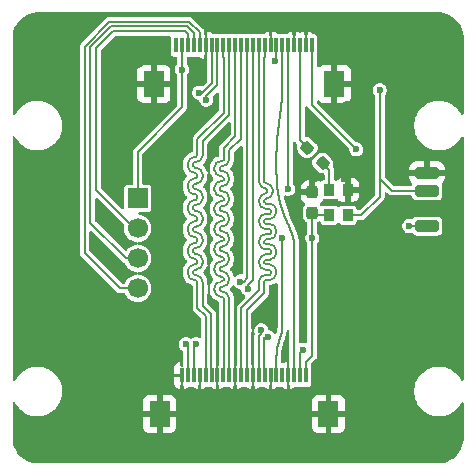
<source format=gbr>
%TF.GenerationSoftware,KiCad,Pcbnew,9.0.6*%
%TF.CreationDate,2026-01-08T09:33:55+01:00*%
%TF.ProjectId,Adapat_24pin_22pin,41646170-6174-45f3-9234-70696e5f3232,rev?*%
%TF.SameCoordinates,Original*%
%TF.FileFunction,Copper,L1,Top*%
%TF.FilePolarity,Positive*%
%FSLAX46Y46*%
G04 Gerber Fmt 4.6, Leading zero omitted, Abs format (unit mm)*
G04 Created by KiCad (PCBNEW 9.0.6) date 2026-01-08 09:33:55*
%MOMM*%
%LPD*%
G01*
G04 APERTURE LIST*
G04 Aperture macros list*
%AMRoundRect*
0 Rectangle with rounded corners*
0 $1 Rounding radius*
0 $2 $3 $4 $5 $6 $7 $8 $9 X,Y pos of 4 corners*
0 Add a 4 corners polygon primitive as box body*
4,1,4,$2,$3,$4,$5,$6,$7,$8,$9,$2,$3,0*
0 Add four circle primitives for the rounded corners*
1,1,$1+$1,$2,$3*
1,1,$1+$1,$4,$5*
1,1,$1+$1,$6,$7*
1,1,$1+$1,$8,$9*
0 Add four rect primitives between the rounded corners*
20,1,$1+$1,$2,$3,$4,$5,0*
20,1,$1+$1,$4,$5,$6,$7,0*
20,1,$1+$1,$6,$7,$8,$9,0*
20,1,$1+$1,$8,$9,$2,$3,0*%
G04 Aperture macros list end*
%ADD10C,0.200000*%
%TA.AperFunction,SMDPad,CuDef*%
%ADD11R,0.300000X1.300000*%
%TD*%
%TA.AperFunction,SMDPad,CuDef*%
%ADD12R,1.800000X2.200000*%
%TD*%
%TA.AperFunction,SMDPad,CuDef*%
%ADD13RoundRect,0.237500X-0.237500X0.300000X-0.237500X-0.300000X0.237500X-0.300000X0.237500X0.300000X0*%
%TD*%
%TA.AperFunction,SMDPad,CuDef*%
%ADD14R,0.900000X1.000000*%
%TD*%
%TA.AperFunction,SMDPad,CuDef*%
%ADD15RoundRect,0.150000X0.850000X0.350000X-0.850000X0.350000X-0.850000X-0.350000X0.850000X-0.350000X0*%
%TD*%
%TA.AperFunction,SMDPad,CuDef*%
%ADD16RoundRect,0.237500X0.344715X-0.008839X-0.008839X0.344715X-0.344715X0.008839X0.008839X-0.344715X0*%
%TD*%
%TA.AperFunction,ComponentPad*%
%ADD17R,1.700000X1.700000*%
%TD*%
%TA.AperFunction,ComponentPad*%
%ADD18C,1.700000*%
%TD*%
%TA.AperFunction,ViaPad*%
%ADD19C,0.600000*%
%TD*%
%TA.AperFunction,ViaPad*%
%ADD20C,1.200000*%
%TD*%
%TA.AperFunction,Conductor*%
%ADD21C,0.200000*%
%TD*%
G04 APERTURE END LIST*
D10*
X40250000Y-36103069D02*
X40249960Y-36089698D01*
X40249840Y-36076318D01*
X40249641Y-36062927D01*
X40249361Y-36049524D01*
X40249001Y-36036107D01*
X40248561Y-36022675D01*
X40248040Y-36009227D01*
X40247439Y-35995762D01*
X40246757Y-35982277D01*
X40245994Y-35968772D01*
X40245149Y-35955245D01*
X40244224Y-35941694D01*
X40243216Y-35928119D01*
X40242127Y-35914517D01*
X40240955Y-35900886D01*
X40239701Y-35887226D01*
X40238363Y-35873534D01*
X40236942Y-35859810D01*
X40235437Y-35846050D01*
X40233848Y-35832254D01*
X40232174Y-35818419D01*
X40230414Y-35804544D01*
X40228569Y-35790626D01*
X40226638Y-35776665D01*
X40224619Y-35762657D01*
X40222513Y-35748601D01*
X40220318Y-35734494D01*
X40218035Y-35720335D01*
X40215662Y-35706121D01*
X40213198Y-35691850D01*
X40210643Y-35677519D01*
X40207996Y-35663126D01*
X40205256Y-35648669D01*
X40202422Y-35634144D01*
X40199493Y-35619550D01*
X40196468Y-35604883D01*
X40193346Y-35590140D01*
X40190126Y-35575318D01*
X40186806Y-35560415D01*
X40183385Y-35545427D01*
X40179863Y-35530350D01*
X40176237Y-35515181D01*
X40172506Y-35499917D01*
X40168669Y-35484553D01*
X40164723Y-35469086D01*
X40160668Y-35453511D01*
X40156502Y-35437825D01*
X40152221Y-35422021D01*
X40147826Y-35406097D01*
X40143312Y-35390045D01*
X40138679Y-35373863D01*
X40133924Y-35357542D01*
X40129043Y-35341079D01*
X40124036Y-35324466D01*
X40118898Y-35307698D01*
X40113626Y-35290766D01*
X40108219Y-35273664D01*
X40102671Y-35256384D01*
X40096979Y-35238917D01*
X40091140Y-35221254D01*
X40085150Y-35203386D01*
X40079003Y-35185303D01*
X40072695Y-35166993D01*
X40066220Y-35148445D01*
X40059574Y-35129646D01*
X40052749Y-35110581D01*
X40045740Y-35091236D01*
X40038538Y-35071594D01*
X40031136Y-35051637D01*
X40023525Y-35031345D01*
X40015695Y-35010696D01*
X40007635Y-34989665D01*
X39999334Y-34968227D01*
X39990778Y-34946349D01*
X39981952Y-34923998D01*
X39972838Y-34901135D01*
X39963417Y-34877716D01*
X39953666Y-34853689D01*
X39943558Y-34828994D01*
X39933064Y-34803562D01*
X39922145Y-34777308D01*
X39910756Y-34750132D01*
X39898844Y-34721909D01*
X39886339Y-34692483D01*
X39873151Y-34661654D01*
X39859165Y-34629154D01*
X39844217Y-34594618D01*
X39828071Y-34557510D01*
X39810361Y-34516998D01*
X39790447Y-34471633D01*
X39767007Y-34418420D01*
X39732073Y-34339303D01*
X39711665Y-34293101D01*
X39691104Y-34246504D01*
X39670405Y-34199499D01*
X39649584Y-34152070D01*
X39639132Y-34128193D01*
X39628655Y-34104204D01*
X39618155Y-34080103D01*
X39607634Y-34055888D01*
X39597093Y-34031556D01*
X39586535Y-34007106D01*
X39575962Y-33982536D01*
X39565375Y-33957845D01*
X39554777Y-33933030D01*
X39544168Y-33908091D01*
X39533552Y-33883024D01*
X39522930Y-33857829D01*
X39512304Y-33832503D01*
X39501675Y-33807046D01*
X39491046Y-33781454D01*
X39480419Y-33755727D01*
X39469795Y-33729862D01*
X39459177Y-33703859D01*
X39448566Y-33677714D01*
X39437964Y-33651427D01*
X39427373Y-33624995D01*
X39416796Y-33598417D01*
X39406233Y-33571691D01*
X39395686Y-33544815D01*
X39385159Y-33517788D01*
X39374652Y-33490608D01*
X39364168Y-33463272D01*
X39358935Y-33449546D01*
X39353708Y-33435780D01*
X39348487Y-33421975D01*
X39343274Y-33408129D01*
X39338068Y-33394244D01*
X39332868Y-33380318D01*
X39327677Y-33366352D01*
X39322493Y-33352345D01*
X39317317Y-33338298D01*
X39312149Y-33324209D01*
X39306990Y-33310078D01*
X39301840Y-33295906D01*
X39296698Y-33281692D01*
X39291566Y-33267436D01*
X39286443Y-33253138D01*
X39281329Y-33238798D01*
X39276226Y-33224414D01*
X39271133Y-33209988D01*
X39266050Y-33195519D01*
X39260977Y-33181006D01*
X39255916Y-33166449D01*
X39250865Y-33151849D01*
X39245826Y-33137205D01*
X39240799Y-33122517D01*
X39235783Y-33107784D01*
X39230779Y-33093006D01*
X39225787Y-33078183D01*
X39220808Y-33063316D01*
X39215842Y-33048403D01*
X39210889Y-33033444D01*
X39205949Y-33018440D01*
X39201022Y-33003389D01*
X39196109Y-32988293D01*
X39191210Y-32973150D01*
X39186325Y-32957960D01*
X39181455Y-32942723D01*
X39176599Y-32927440D01*
X39171758Y-32912109D01*
X39166932Y-32896730D01*
X39162121Y-32881304D01*
X39157326Y-32865829D01*
X39152547Y-32850307D01*
X39147784Y-32834736D01*
X39143037Y-32819116D01*
X39138307Y-32803448D01*
X39133593Y-32787730D01*
X39128897Y-32771963D01*
X39124218Y-32756147D01*
X39119556Y-32740280D01*
X39114912Y-32724364D01*
X39110286Y-32708398D01*
X39105678Y-32692381D01*
X39101088Y-32676314D01*
X39096517Y-32660195D01*
X39091965Y-32644026D01*
X39087433Y-32627806D01*
X39082919Y-32611533D01*
X39078425Y-32595210D01*
X39073951Y-32578834D01*
X39069497Y-32562406D01*
X39065064Y-32545926D01*
X39060651Y-32529393D01*
X39056259Y-32512807D01*
X39051888Y-32496168D01*
X39047538Y-32479476D01*
X39043209Y-32462730D01*
X39038903Y-32445931D01*
X39034618Y-32429078D01*
X39030356Y-32412171D01*
X39026116Y-32395209D01*
X39021898Y-32378193D01*
X39017704Y-32361121D01*
X39013533Y-32343995D01*
X39009385Y-32326814D01*
X39005261Y-32309577D01*
X39001161Y-32292284D01*
X38997085Y-32274936D01*
X38993033Y-32257531D01*
X38989006Y-32240071D01*
X38985003Y-32222553D01*
X38981026Y-32204979D01*
X38977074Y-32187347D01*
X38973148Y-32169659D01*
X38969247Y-32151913D01*
X38965373Y-32134109D01*
X38961524Y-32116248D01*
X38957702Y-32098328D01*
X38953907Y-32080350D01*
X38950139Y-32062314D01*
X38946398Y-32044218D01*
X38942685Y-32026064D01*
X38938999Y-32007851D01*
X38935341Y-31989578D01*
X38931711Y-31971245D01*
X38928110Y-31952853D01*
X38924537Y-31934400D01*
X38920993Y-31915888D01*
X38917478Y-31897314D01*
X38913993Y-31878680D01*
X38910537Y-31859985D01*
X38907111Y-31841229D01*
X38903715Y-31822411D01*
X38900349Y-31803532D01*
X38897014Y-31784591D01*
X38893709Y-31765588D01*
X38890436Y-31746522D01*
X38887194Y-31727395D01*
X38883983Y-31708204D01*
X38880804Y-31688950D01*
X38877657Y-31669633D01*
X38874542Y-31650253D01*
X38871459Y-31630809D01*
X38868409Y-31611302D01*
X38865392Y-31591730D01*
X38862409Y-31572094D01*
X38859458Y-31552394D01*
X38856541Y-31532629D01*
X38853658Y-31512799D01*
X38850810Y-31492904D01*
X38847995Y-31472943D01*
X38845215Y-31452917D01*
X38842470Y-31432825D01*
X38839760Y-31412667D01*
X38837085Y-31392443D01*
X38834445Y-31372152D01*
X38831842Y-31351795D01*
X38829274Y-31331370D01*
X38826742Y-31310879D01*
X38824247Y-31290320D01*
X38821789Y-31269694D01*
X38819368Y-31249000D01*
X38816983Y-31228238D01*
X38814636Y-31207408D01*
X38812327Y-31186509D01*
X38810056Y-31165541D01*
X38807823Y-31144505D01*
X38805628Y-31123400D01*
X38803472Y-31102225D01*
X38801354Y-31080981D01*
X38799276Y-31059667D01*
X38797237Y-31038282D01*
X38795237Y-31016828D01*
X38793277Y-30995304D01*
X38791358Y-30973708D01*
X38789478Y-30952042D01*
X38787639Y-30930305D01*
X38785841Y-30908496D01*
X38784083Y-30886616D01*
X38782367Y-30864664D01*
X38780693Y-30842641D01*
X38779060Y-30820545D01*
X38777468Y-30798376D01*
X38775919Y-30776135D01*
X38774413Y-30753821D01*
X38772949Y-30731434D01*
X38771528Y-30708974D01*
X38770150Y-30686440D01*
X38768815Y-30663833D01*
X38767524Y-30641152D01*
X38766277Y-30618396D01*
X38765073Y-30595566D01*
X38763914Y-30572662D01*
X38762800Y-30549682D01*
X38761730Y-30526628D01*
X38760706Y-30503498D01*
X38759726Y-30480293D01*
X38758792Y-30457012D01*
X38757904Y-30433656D01*
X38757061Y-30410223D01*
X38756265Y-30386713D01*
X38755515Y-30363127D01*
X38754812Y-30339465D01*
X38754156Y-30315725D01*
X38753547Y-30291908D01*
X38752985Y-30268014D01*
X38752471Y-30244042D01*
X38752005Y-30219992D01*
X38751587Y-30195864D01*
X38751217Y-30171657D01*
X38750895Y-30147372D01*
X38750623Y-30123008D01*
X38750399Y-30098566D01*
X38750225Y-30074044D01*
X38750100Y-30049442D01*
X38750025Y-30024761D01*
X38750000Y-30000000D01*
X38750000Y-45500000D02*
X38750010Y-45490338D01*
X38750040Y-45480715D01*
X38750090Y-45471121D01*
X38750159Y-45461568D01*
X38750248Y-45452042D01*
X38750357Y-45442556D01*
X38750485Y-45433097D01*
X38750633Y-45423677D01*
X38750801Y-45414283D01*
X38750987Y-45404928D01*
X38751193Y-45395599D01*
X38751418Y-45386307D01*
X38751663Y-45377040D01*
X38751926Y-45367811D01*
X38752209Y-45358606D01*
X38752511Y-45349438D01*
X38752831Y-45340292D01*
X38753171Y-45331184D01*
X38753529Y-45322097D01*
X38753906Y-45313048D01*
X38754302Y-45304018D01*
X38754717Y-45295026D01*
X38755602Y-45277115D01*
X38756561Y-45259314D01*
X38757595Y-45241619D01*
X38758702Y-45224027D01*
X38759883Y-45206537D01*
X38761136Y-45189144D01*
X38762463Y-45171846D01*
X38763862Y-45154640D01*
X38765335Y-45137523D01*
X38766879Y-45120492D01*
X38768496Y-45103544D01*
X38770185Y-45086676D01*
X38771947Y-45069884D01*
X38773781Y-45053166D01*
X38775687Y-45036518D01*
X38777665Y-45019937D01*
X38779717Y-45003419D01*
X38781841Y-44986960D01*
X38784038Y-44970557D01*
X38786308Y-44954207D01*
X38788652Y-44937904D01*
X38791069Y-44921646D01*
X38793562Y-44905427D01*
X38796129Y-44889244D01*
X38798772Y-44873092D01*
X38801491Y-44856966D01*
X38804287Y-44840862D01*
X38807161Y-44824774D01*
X38810114Y-44808697D01*
X38813146Y-44792625D01*
X38816260Y-44776552D01*
X38819456Y-44760472D01*
X38822735Y-44744379D01*
X38826100Y-44728264D01*
X38829552Y-44712122D01*
X38833093Y-44695942D01*
X38836725Y-44679718D01*
X38840451Y-44663439D01*
X38844272Y-44647096D01*
X38848193Y-44630677D01*
X38852216Y-44614170D01*
X38856346Y-44597563D01*
X38860585Y-44580841D01*
X38864940Y-44563988D01*
X38869415Y-44546986D01*
X38874016Y-44529816D01*
X38878750Y-44512455D01*
X38883625Y-44494877D01*
X38888650Y-44477053D01*
X38893836Y-44458949D01*
X38899196Y-44440526D01*
X38904744Y-44421736D01*
X38910500Y-44402522D01*
X38916485Y-44382816D01*
X38922728Y-44362532D01*
X38929265Y-44341557D01*
X38936143Y-44319749D01*
X38943429Y-44296909D01*
X38951215Y-44272755D01*
X38959644Y-44246855D01*
X38968956Y-44218488D01*
X38979616Y-44186252D01*
X38992811Y-44146571D01*
X39003933Y-44113200D01*
X39015048Y-44079814D01*
X39022717Y-44056708D01*
X39030367Y-44033564D01*
X39035740Y-44017235D01*
X39041097Y-44000876D01*
X39045691Y-43986780D01*
X39050270Y-43972655D01*
X39054400Y-43959851D01*
X39058515Y-43947020D01*
X39062319Y-43935093D01*
X39066108Y-43923140D01*
X39069663Y-43911861D01*
X39073203Y-43900554D01*
X39076557Y-43889777D01*
X39079897Y-43878973D01*
X39083083Y-43868598D01*
X39086255Y-43858197D01*
X39089297Y-43848153D01*
X39092325Y-43838082D01*
X39095241Y-43828315D01*
X39098143Y-43818520D01*
X39100947Y-43808988D01*
X39103737Y-43799428D01*
X39106439Y-43790097D01*
X39109128Y-43780739D01*
X39111738Y-43771581D01*
X39114335Y-43762396D01*
X39116860Y-43753389D01*
X39119371Y-43744356D01*
X39121818Y-43735481D01*
X39124250Y-43726579D01*
X39126623Y-43717820D01*
X39128982Y-43709033D01*
X39131285Y-43700376D01*
X39133575Y-43691690D01*
X39135813Y-43683122D01*
X39138037Y-43674526D01*
X39140213Y-43666036D01*
X39142375Y-43657519D01*
X39144491Y-43649098D01*
X39146594Y-43640649D01*
X39148654Y-43632288D01*
X39150700Y-43623899D01*
X39152705Y-43615592D01*
X39154697Y-43607256D01*
X39156650Y-43598993D01*
X39158588Y-43590703D01*
X39160491Y-43582480D01*
X39162379Y-43574229D01*
X39164232Y-43566041D01*
X39166071Y-43557823D01*
X39167877Y-43549663D01*
X39169668Y-43541473D01*
X39171427Y-43533337D01*
X39173172Y-43525171D01*
X39174886Y-43517053D01*
X39176585Y-43508906D01*
X39178255Y-43500803D01*
X39179910Y-43492671D01*
X39181536Y-43484579D01*
X39183148Y-43476458D01*
X39184732Y-43468373D01*
X39186301Y-43460259D01*
X39187843Y-43452178D01*
X39189370Y-43444068D01*
X39190871Y-43435988D01*
X39192357Y-43427878D01*
X39193818Y-43419795D01*
X39195264Y-43411683D01*
X39196684Y-43403595D01*
X39198090Y-43395477D01*
X39199471Y-43387381D01*
X39200837Y-43379254D01*
X39202180Y-43371148D01*
X39203507Y-43363010D01*
X39204811Y-43354891D01*
X39206099Y-43346740D01*
X39207365Y-43338604D01*
X39208615Y-43330438D01*
X39209843Y-43322285D01*
X39211055Y-43314100D01*
X39212245Y-43305927D01*
X39213419Y-43297722D01*
X39214572Y-43289526D01*
X39215709Y-43281299D01*
X39216824Y-43273079D01*
X39217924Y-43264827D01*
X39219003Y-43256581D01*
X39220065Y-43248302D01*
X39221107Y-43240028D01*
X39222132Y-43231721D01*
X39223137Y-43223416D01*
X39224126Y-43215079D01*
X39225094Y-43206743D01*
X39226046Y-43198374D01*
X39226978Y-43190004D01*
X39227894Y-43181601D01*
X39228789Y-43173195D01*
X39229668Y-43164757D01*
X39230527Y-43156314D01*
X39231369Y-43147838D01*
X39232191Y-43139357D01*
X39232997Y-43130842D01*
X39233783Y-43122321D01*
X39234551Y-43113765D01*
X39235301Y-43105202D01*
X39236033Y-43096604D01*
X39236746Y-43087997D01*
X39237442Y-43079356D01*
X39238118Y-43070704D01*
X39238777Y-43062018D01*
X39239417Y-43053320D01*
X39240039Y-43044587D01*
X39240642Y-43035841D01*
X39241227Y-43027059D01*
X39241793Y-43018264D01*
X39242341Y-43009433D01*
X39242870Y-43000587D01*
X39243381Y-42991704D01*
X39243873Y-42982806D01*
X39244347Y-42973871D01*
X39244802Y-42964919D01*
X39245238Y-42955931D01*
X39245655Y-42946924D01*
X39246054Y-42937880D01*
X39246434Y-42928817D01*
X39246795Y-42919716D01*
X39247137Y-42910595D01*
X39247460Y-42901437D01*
X39247763Y-42892257D01*
X39248048Y-42883039D01*
X39248314Y-42873799D01*
X39248561Y-42864520D01*
X39248788Y-42855218D01*
X39248996Y-42845877D01*
X39249184Y-42836512D01*
X39249353Y-42827108D01*
X39249503Y-42817679D01*
X39249633Y-42808210D01*
X39249744Y-42798715D01*
X39249835Y-42789181D01*
X39249906Y-42779618D01*
X39249957Y-42770017D01*
X39249988Y-42760386D01*
X39250000Y-42750716D01*
X39250000Y-42750000D01*
X39250000Y-22500000D02*
X39249960Y-22530984D01*
X39249840Y-22562129D01*
X39249640Y-22593438D01*
X39249359Y-22624914D01*
X39248996Y-22656560D01*
X39248552Y-22688381D01*
X39248026Y-22720379D01*
X39247416Y-22752559D01*
X39246724Y-22784923D01*
X39245948Y-22817476D01*
X39245087Y-22850223D01*
X39244141Y-22883167D01*
X39243110Y-22916313D01*
X39241992Y-22949666D01*
X39240788Y-22983230D01*
X39239496Y-23017011D01*
X39238116Y-23051014D01*
X39236647Y-23085244D01*
X39235087Y-23119708D01*
X39233438Y-23154412D01*
X39231697Y-23189361D01*
X39229863Y-23224563D01*
X39227936Y-23260025D01*
X39225915Y-23295754D01*
X39223798Y-23331758D01*
X39221585Y-23368046D01*
X39219274Y-23404626D01*
X39216865Y-23441508D01*
X39214355Y-23478701D01*
X39211744Y-23516215D01*
X39209030Y-23554063D01*
X39206211Y-23592256D01*
X39203286Y-23630806D01*
X39200253Y-23669726D01*
X39197110Y-23709032D01*
X39193855Y-23748739D01*
X39190486Y-23788863D01*
X39187001Y-23829423D01*
X39183397Y-23870436D01*
X39179672Y-23911926D01*
X39175822Y-23953914D01*
X39171844Y-23996425D01*
X39167735Y-24039485D01*
X39163490Y-24083126D01*
X39159107Y-24127380D01*
X39154579Y-24172282D01*
X39149902Y-24217872D01*
X39145070Y-24264197D01*
X39140077Y-24311305D01*
X39134915Y-24359253D01*
X39129576Y-24408106D01*
X39124050Y-24457937D01*
X39118327Y-24508830D01*
X39112394Y-24560886D01*
X39106236Y-24614219D01*
X39099835Y-24668967D01*
X39093169Y-24725297D01*
X39086213Y-24783414D01*
X39078934Y-24843571D01*
X39071290Y-24906096D01*
X39063225Y-24971416D01*
X39054664Y-25040119D01*
X39045499Y-25113041D01*
X39035566Y-25191459D01*
X39024590Y-25277505D01*
X39012042Y-25375300D01*
X38996582Y-25495229D01*
X38987491Y-25565627D01*
X38976191Y-25653135D01*
X38964934Y-25740462D01*
X38953741Y-25827601D01*
X38942634Y-25914548D01*
X38937118Y-25957947D01*
X38931631Y-26001297D01*
X38926176Y-26044596D01*
X38920756Y-26087844D01*
X38915371Y-26131039D01*
X38910026Y-26174182D01*
X38904723Y-26217272D01*
X38899465Y-26260308D01*
X38894253Y-26303290D01*
X38889092Y-26346216D01*
X38883982Y-26389086D01*
X38878927Y-26431900D01*
X38873930Y-26474657D01*
X38868992Y-26517356D01*
X38864117Y-26559997D01*
X38859308Y-26602579D01*
X38854566Y-26645101D01*
X38849894Y-26687562D01*
X38845295Y-26729963D01*
X38840772Y-26772302D01*
X38836327Y-26814578D01*
X38831962Y-26856792D01*
X38827681Y-26898942D01*
X38825572Y-26919993D01*
X38823485Y-26941028D01*
X38821420Y-26962047D01*
X38819378Y-26983049D01*
X38817358Y-27004035D01*
X38815362Y-27025005D01*
X38813389Y-27045958D01*
X38811439Y-27066894D01*
X38809514Y-27087814D01*
X38807613Y-27108717D01*
X38805736Y-27129603D01*
X38803885Y-27150472D01*
X38802059Y-27171324D01*
X38800258Y-27192159D01*
X38798484Y-27212976D01*
X38796736Y-27233777D01*
X38795014Y-27254560D01*
X38793320Y-27275326D01*
X38791653Y-27296074D01*
X38790013Y-27316804D01*
X38788401Y-27337517D01*
X38786818Y-27358213D01*
X38785263Y-27378890D01*
X38783737Y-27399549D01*
X38782240Y-27420191D01*
X38780772Y-27440814D01*
X38779335Y-27461419D01*
X38777928Y-27482006D01*
X38776551Y-27502575D01*
X38775205Y-27523125D01*
X38773890Y-27543657D01*
X38772606Y-27564170D01*
X38771355Y-27584665D01*
X38770135Y-27605141D01*
X38768948Y-27625598D01*
X38767794Y-27646036D01*
X38766673Y-27666455D01*
X38765585Y-27686855D01*
X38764531Y-27707236D01*
X38763511Y-27727598D01*
X38762525Y-27747941D01*
X38761574Y-27768264D01*
X38760658Y-27788568D01*
X38759778Y-27808852D01*
X38758933Y-27829116D01*
X38758124Y-27849361D01*
X38757351Y-27869586D01*
X38756615Y-27889792D01*
X38755916Y-27909977D01*
X38755254Y-27930142D01*
X38754630Y-27950288D01*
X38754044Y-27970413D01*
X38753496Y-27990517D01*
X38752987Y-28010602D01*
X38752516Y-28030666D01*
X38752085Y-28050710D01*
X38751693Y-28070733D01*
X38751341Y-28090735D01*
X38751029Y-28110716D01*
X38750758Y-28130677D01*
X38750528Y-28150617D01*
X38750339Y-28170536D01*
X38750191Y-28190434D01*
X38750085Y-28210310D01*
X38750021Y-28230166D01*
X38750000Y-28250000D01*
D11*
%TO.P,J1,1,Pin_1*%
%TO.N,/ID3V3*%
X30250000Y-19200000D03*
%TO.P,J1,2,Pin_2*%
%TO.N,/SEN_PEN*%
X30750000Y-19200000D03*
%TO.P,J1,3,Pin_3*%
%TO.N,/DMIC_DAT*%
X31250000Y-19200000D03*
%TO.P,J1,4,Pin_4*%
%TO.N,/DMIC_CLK*%
X31750000Y-19200000D03*
%TO.P,J1,5,Pin_5*%
%TO.N,/ILED*%
X32250000Y-19200000D03*
%TO.P,J1,6,Pin_6*%
%TO.N,GND*%
X32750000Y-19200000D03*
%TO.P,J1,7,Pin_7*%
%TO.N,/MP_DN4*%
X33250000Y-19200000D03*
%TO.P,J1,8,Pin_8*%
%TO.N,/MP_DP4*%
X33750000Y-19200000D03*
%TO.P,J1,9,Pin_9*%
%TO.N,/MP_DN2*%
X34250000Y-19200000D03*
%TO.P,J1,10,Pin_10*%
%TO.N,/MP_DP2*%
X34750000Y-19200000D03*
%TO.P,J1,11,Pin_11*%
%TO.N,/MP_CN*%
X35250000Y-19200000D03*
%TO.P,J1,12,Pin_12*%
%TO.N,/MP_CP*%
X35750000Y-19200000D03*
%TO.P,J1,13,Pin_13*%
%TO.N,/MP_DN1*%
X36250000Y-19200000D03*
%TO.P,J1,14,Pin_14*%
%TO.N,/MP_DP1*%
X36750000Y-19200000D03*
%TO.P,J1,15,Pin_15*%
%TO.N,/MP_DN3*%
X37250000Y-19200000D03*
%TO.P,J1,16,Pin_16*%
%TO.N,/MP_DP3*%
X37750000Y-19200000D03*
%TO.P,J1,17,Pin_17*%
%TO.N,GND*%
X38250000Y-19200000D03*
%TO.P,J1,18,Pin_18*%
%TO.N,/SEN_SDA*%
X38750000Y-19200000D03*
%TO.P,J1,19,Pin_19*%
%TO.N,/SEN_SCK*%
X39250000Y-19200000D03*
%TO.P,J1,20,Pin_20*%
%TO.N,/SEN_RST*%
X39750000Y-19200000D03*
%TO.P,J1,21,Pin_21*%
%TO.N,GND*%
X40250000Y-19200000D03*
%TO.P,J1,22,Pin_22*%
%TO.N,/SEN_MCLK*%
X40750000Y-19200000D03*
%TO.P,J1,23,Pin_23*%
%TO.N,GND*%
X41250000Y-19200000D03*
%TO.P,J1,24,Pin_24*%
%TO.N,/SVDD*%
X41750000Y-19200000D03*
D12*
%TO.P,J1,MP,MP*%
%TO.N,GND*%
X28350000Y-22450000D03*
X43650000Y-22450000D03*
%TD*%
D13*
%TO.P,C1,1*%
%TO.N,GND*%
X41775000Y-31637500D03*
%TO.P,C1,2*%
%TO.N,/SVDD*%
X41775000Y-33362500D03*
%TD*%
D14*
%TO.P,Y1,1,EN*%
%TO.N,/SEN_PEN*%
X44775000Y-33575000D03*
%TO.P,Y1,2,GND*%
%TO.N,GND*%
X44775000Y-31425000D03*
%TO.P,Y1,3,OUT*%
%TO.N,Net-(Y1-OUT)*%
X43225000Y-31425000D03*
%TO.P,Y1,4,V+*%
%TO.N,/SVDD*%
X43225000Y-33575000D03*
%TD*%
D15*
%TO.P,SW1,1,A*%
%TO.N,/SVDD*%
X51500000Y-34500000D03*
%TO.P,SW1,2,B*%
%TO.N,/SEN_PEN*%
X51500000Y-31500000D03*
%TO.P,SW1,3,C*%
%TO.N,GND*%
X51500000Y-30000000D03*
%TD*%
D16*
%TO.P,R1,1*%
%TO.N,Net-(Y1-OUT)*%
X42645235Y-29145235D03*
%TO.P,R1,2*%
%TO.N,/SEN_MCLK*%
X41354765Y-27854765D03*
%TD*%
D17*
%TO.P,J3,1,Pin_1*%
%TO.N,/SEN_PEN*%
X27000000Y-32150000D03*
D18*
%TO.P,J3,2,Pin_2*%
%TO.N,/DMIC_DAT*%
X27000000Y-34690000D03*
%TO.P,J3,3,Pin_3*%
%TO.N,/DMIC_CLK*%
X27000000Y-37230000D03*
%TO.P,J3,4,Pin_4*%
%TO.N,/ILED*%
X27000000Y-39770000D03*
%TD*%
D11*
%TO.P,J2,1,Pin_1*%
%TO.N,GND*%
X30750000Y-47150000D03*
%TO.P,J2,2,Pin_2*%
%TO.N,/MP_DN1*%
X31250000Y-47150000D03*
%TO.P,J2,3,Pin_3*%
%TO.N,/MP_DP1*%
X31750000Y-47150000D03*
%TO.P,J2,4,Pin_4*%
%TO.N,GND*%
X32250000Y-47150000D03*
%TO.P,J2,5,Pin_5*%
%TO.N,/MP_DN2*%
X32750000Y-47150000D03*
%TO.P,J2,6,Pin_6*%
%TO.N,/MP_DP2*%
X33250000Y-47150000D03*
%TO.P,J2,7,Pin_7*%
%TO.N,GND*%
X33750000Y-47150000D03*
%TO.P,J2,8,Pin_8*%
%TO.N,/MP_CN*%
X34250000Y-47150000D03*
%TO.P,J2,9,Pin_9*%
%TO.N,/MP_CP*%
X34750000Y-47150000D03*
%TO.P,J2,10,Pin_10*%
%TO.N,GND*%
X35250000Y-47150000D03*
%TO.P,J2,11,Pin_11*%
%TO.N,/MP_DN3*%
X35750000Y-47150000D03*
%TO.P,J2,12,Pin_12*%
%TO.N,/MP_DP3*%
X36250000Y-47150000D03*
%TO.P,J2,13,Pin_13*%
%TO.N,GND*%
X36750000Y-47150000D03*
%TO.P,J2,14,Pin_14*%
%TO.N,/MP_DN4*%
X37250000Y-47150000D03*
%TO.P,J2,15,Pin_15*%
%TO.N,/MP_DP4*%
X37750000Y-47150000D03*
%TO.P,J2,16,Pin_16*%
%TO.N,GND*%
X38250000Y-47150000D03*
%TO.P,J2,17,Pin_17*%
%TO.N,/SEN_RST*%
X38750000Y-47150000D03*
%TO.P,J2,18,Pin_18*%
%TO.N,unconnected-(J2-Pin_18-Pad18)*%
X39250000Y-47150000D03*
%TO.P,J2,19,Pin_19*%
%TO.N,GND*%
X39750000Y-47150000D03*
%TO.P,J2,20,Pin_20*%
%TO.N,/SEN_SCK*%
X40250000Y-47150000D03*
%TO.P,J2,21,Pin_21*%
%TO.N,/SEN_SDA*%
X40750000Y-47150000D03*
%TO.P,J2,22,Pin_22*%
%TO.N,/SVDD*%
X41250000Y-47150000D03*
D12*
%TO.P,J2,MP,MP*%
%TO.N,GND*%
X28850000Y-50400000D03*
X43150000Y-50400000D03*
%TD*%
D19*
%TO.N,GND*%
X31000000Y-40750000D03*
D20*
X43000000Y-40000000D03*
D19*
X21250000Y-34500000D03*
X20250000Y-42000000D03*
X53000000Y-37500000D03*
D20*
X21500000Y-45000000D03*
X35250000Y-49750000D03*
X48000000Y-21000000D03*
D19*
X51750000Y-18000000D03*
X46750000Y-18000000D03*
D20*
X53000000Y-21000000D03*
D19*
X27000000Y-19000000D03*
X17500000Y-33000000D03*
D20*
X50500000Y-42000000D03*
X49250000Y-40500000D03*
D19*
X48000000Y-40500000D03*
X24500000Y-26250000D03*
X51750000Y-21000000D03*
D20*
X17500000Y-19500000D03*
D19*
X25000000Y-34500000D03*
X37750000Y-17000000D03*
D20*
X26750000Y-50250000D03*
X51750000Y-19500000D03*
D19*
X35250000Y-17000000D03*
X30000000Y-35500000D03*
D20*
X21250000Y-30000000D03*
D19*
X49250000Y-24000000D03*
D20*
X49000000Y-29500000D03*
D19*
X50500000Y-37500000D03*
X33000000Y-48500000D03*
X29000000Y-36250000D03*
X18750000Y-22500000D03*
X44000000Y-17000000D03*
D20*
X53000000Y-18000000D03*
D19*
X17500000Y-42000000D03*
X35500000Y-38000000D03*
D20*
X18750000Y-30000000D03*
D19*
X50500000Y-40500000D03*
D20*
X51750000Y-43500000D03*
D19*
X44500000Y-30500000D03*
D20*
X17500000Y-40500000D03*
D19*
X24500000Y-21500000D03*
X23250000Y-42000000D03*
D20*
X46000000Y-26000000D03*
D19*
X34000000Y-27000000D03*
D20*
X25500000Y-25500000D03*
D19*
X24500000Y-23250000D03*
X23250000Y-45000000D03*
X26500000Y-23250000D03*
D20*
X17500000Y-31500000D03*
X18750000Y-21000000D03*
D19*
X46750000Y-45000000D03*
D20*
X27000000Y-20500000D03*
X50500000Y-45000000D03*
X28500000Y-19500000D03*
D19*
X32750000Y-17000000D03*
X17500000Y-18000000D03*
D20*
X23250000Y-43500000D03*
X51750000Y-37500000D03*
X50500000Y-39000000D03*
X53000000Y-45000000D03*
X23250000Y-40500000D03*
D19*
X48000000Y-43500000D03*
X20000000Y-33000000D03*
D20*
X30000000Y-43000000D03*
X44750000Y-24500000D03*
X21750000Y-39000000D03*
D19*
X18750000Y-31500000D03*
X18750000Y-43500000D03*
D20*
X45500000Y-50250000D03*
D19*
X50500000Y-17000000D03*
D20*
X48000000Y-39000000D03*
D19*
X23750000Y-36500000D03*
X29000000Y-31750000D03*
X21750000Y-40500000D03*
X29000000Y-34750000D03*
X53000000Y-40500000D03*
X18750000Y-34500000D03*
X17500000Y-36000000D03*
X34500000Y-26500000D03*
X39000000Y-48500000D03*
X36000000Y-48500000D03*
X29000000Y-42250000D03*
X24500000Y-24750000D03*
X40250000Y-17000000D03*
D20*
X17500000Y-34500000D03*
X38250000Y-49750000D03*
D19*
X22500000Y-18000000D03*
D20*
X46750000Y-37500000D03*
D19*
X35500000Y-32000000D03*
X53000000Y-22500000D03*
D20*
X48000000Y-18000000D03*
X20000000Y-34500000D03*
X21250000Y-33000000D03*
D19*
X21500000Y-43500000D03*
X23250000Y-39000000D03*
X31000000Y-42250000D03*
X24250000Y-33750000D03*
X29000000Y-28750000D03*
D20*
X23250000Y-46500000D03*
X21250000Y-24000000D03*
D19*
X24500000Y-46500000D03*
X42750000Y-17000000D03*
D20*
X49250000Y-22500000D03*
D19*
X36500000Y-17000000D03*
D20*
X43000000Y-46000000D03*
D19*
X35482999Y-30000000D03*
X51750000Y-39000000D03*
X48000000Y-17000000D03*
D20*
X53000000Y-42000000D03*
D19*
X21250000Y-25500000D03*
D20*
X36750000Y-49750000D03*
X27000000Y-24500000D03*
D19*
X53000000Y-43500000D03*
X20000000Y-30000000D03*
D20*
X18750000Y-33000000D03*
D19*
X49250000Y-42000000D03*
X37150000Y-42150000D03*
X25000000Y-37750000D03*
X25500000Y-24000000D03*
X35500000Y-33500000D03*
X48000000Y-46500000D03*
D20*
X49250000Y-37500000D03*
D19*
X18750000Y-40500000D03*
X17500000Y-45000000D03*
X24500000Y-30500000D03*
D20*
X49000000Y-33000000D03*
D19*
X49250000Y-36000000D03*
X21500000Y-46500000D03*
D20*
X17500000Y-43500000D03*
D19*
X29000000Y-37750000D03*
X50500000Y-22500000D03*
D20*
X30000000Y-40000000D03*
D19*
X45750000Y-35250000D03*
X46000000Y-24500000D03*
D20*
X49250000Y-19500000D03*
D19*
X50500000Y-43500000D03*
D20*
X24500000Y-45000000D03*
X18750000Y-42000000D03*
X17500000Y-28750000D03*
D19*
X29000000Y-30250000D03*
X39000000Y-17000000D03*
D20*
X30000000Y-37000000D03*
X49250000Y-46500000D03*
D19*
X34500000Y-48500000D03*
D20*
X48000000Y-36000000D03*
D19*
X48000000Y-37500000D03*
D20*
X48000000Y-42000000D03*
X46750000Y-46500000D03*
D19*
X24500000Y-27500000D03*
D20*
X20000000Y-28750000D03*
D19*
X21250000Y-19500000D03*
X21250000Y-31500000D03*
D20*
X21250000Y-21000000D03*
X51750000Y-22500000D03*
X32250000Y-49750000D03*
D19*
X21250000Y-28500000D03*
D20*
X21250000Y-18000000D03*
D19*
X35500000Y-31000000D03*
D20*
X17500000Y-22500000D03*
D19*
X46750000Y-42000000D03*
D20*
X50500000Y-18000000D03*
X39809597Y-49754438D03*
D19*
X35500000Y-37000000D03*
X30000000Y-41500000D03*
D20*
X20250000Y-40500000D03*
D19*
X35482999Y-29000000D03*
D20*
X30000000Y-28000000D03*
X50500000Y-21000000D03*
X30000000Y-31000000D03*
D19*
X20000000Y-18000000D03*
X51750000Y-45000000D03*
X50500000Y-46500000D03*
X50500000Y-19500000D03*
X18750000Y-19500000D03*
D20*
X43000000Y-37000000D03*
D19*
X42000000Y-30500000D03*
D20*
X20250000Y-37500000D03*
X25500000Y-28500000D03*
X46750000Y-19500000D03*
X20000000Y-22500000D03*
D19*
X53000000Y-19500000D03*
X17500000Y-21000000D03*
D20*
X20000000Y-31500000D03*
D19*
X49250000Y-39000000D03*
D20*
X20000000Y-19500000D03*
D19*
X51750000Y-42000000D03*
D20*
X49250000Y-43500000D03*
D19*
X20000000Y-21000000D03*
D20*
X20250000Y-43500000D03*
D19*
X25500000Y-30000000D03*
X26500000Y-26250000D03*
D20*
X46750000Y-43500000D03*
X43000000Y-43000000D03*
D19*
X48000000Y-19500000D03*
D20*
X18750000Y-45000000D03*
D19*
X41500000Y-17000000D03*
X39500000Y-45500000D03*
X29000000Y-40750000D03*
D20*
X18750000Y-36000000D03*
D19*
X29000000Y-33250000D03*
X43000000Y-44500000D03*
D20*
X45500000Y-18000000D03*
D19*
X30000000Y-38500000D03*
X49250000Y-18000000D03*
X24500000Y-20250000D03*
X21740000Y-37500000D03*
D20*
X18750000Y-18000000D03*
X17500000Y-37500000D03*
D19*
X17500000Y-39000000D03*
X25500000Y-27000000D03*
X24500000Y-29250000D03*
X31000000Y-26750000D03*
X30000000Y-32500000D03*
X43000000Y-41500000D03*
D20*
X21500000Y-42000000D03*
X53000000Y-39000000D03*
D19*
X18750000Y-28750000D03*
X17500000Y-30000000D03*
X43000000Y-38500000D03*
X20000000Y-36000000D03*
X34000000Y-17000000D03*
X46750000Y-39000000D03*
D20*
X25500000Y-22500000D03*
D19*
X26500000Y-21500000D03*
D20*
X46750000Y-40500000D03*
D19*
X20250000Y-45000000D03*
X29000000Y-39250000D03*
X45500000Y-17000000D03*
X37500000Y-48500000D03*
X46750000Y-34750000D03*
X21250000Y-22500000D03*
X49250000Y-21000000D03*
D20*
X30000000Y-34000000D03*
X21250000Y-27000000D03*
D19*
X37850000Y-41340000D03*
X30000000Y-29500000D03*
X20250000Y-39000000D03*
D20*
X25500000Y-19500000D03*
X18750000Y-39000000D03*
D19*
X44750000Y-26000000D03*
D20*
X48000000Y-45000000D03*
D19*
X31500000Y-48500000D03*
X18750000Y-37500000D03*
D20*
X33750000Y-49750000D03*
D19*
X24500000Y-43500000D03*
X25500000Y-21000000D03*
X49250000Y-45000000D03*
X46750000Y-36000000D03*
D20*
X51750000Y-40500000D03*
X24500000Y-42000000D03*
D19*
X40500000Y-48500000D03*
%TO.N,/SVDD*%
X45500000Y-28000000D03*
X50000000Y-34500000D03*
X41775000Y-35500000D03*
%TO.N,/MP_DP4*%
X38058191Y-43926278D03*
X32800521Y-23800521D03*
%TO.N,/MP_DN1*%
X31075000Y-44500000D03*
X35699479Y-39199479D03*
%TO.N,/MP_DN4*%
X37457149Y-43325236D03*
X32199479Y-23199479D03*
%TO.N,/MP_DP1*%
X31925000Y-44500000D03*
X36300521Y-39800521D03*
%TO.N,/SEN_RST*%
X39750000Y-31350000D03*
X39250000Y-35500000D03*
%TO.N,/SEN_SDA*%
X38650000Y-20500000D03*
X41000000Y-45000000D03*
%TO.N,/SEN_PEN*%
X30750000Y-21250000D03*
X47500000Y-23000000D03*
%TD*%
D21*
%TO.N,GND*%
X41775000Y-30725000D02*
X41775000Y-31637500D01*
X35500000Y-29017001D02*
X35482999Y-29000000D01*
X42000000Y-30500000D02*
X41775000Y-30725000D01*
X44775000Y-31425000D02*
X44775000Y-30775000D01*
X32750000Y-19200000D02*
X32750000Y-17250000D01*
X36750000Y-42550000D02*
X37150000Y-42150000D01*
X35250000Y-47150000D02*
X35250000Y-45750000D01*
X33750000Y-47150000D02*
X33750000Y-48500000D01*
X44775000Y-30775000D02*
X44500000Y-30500000D01*
X39750000Y-45750000D02*
X39750000Y-47150000D01*
X33750000Y-47150000D02*
X33750000Y-41500000D01*
X33000000Y-40750000D02*
X33000000Y-28000000D01*
X35500000Y-33500000D02*
X35500000Y-37000000D01*
X41250000Y-19200000D02*
X41250000Y-17150000D01*
X38250000Y-47150000D02*
X38250000Y-48500000D01*
X32250000Y-47150000D02*
X32250000Y-48500000D01*
X40250000Y-19200000D02*
X40250000Y-17200000D01*
X39500000Y-45500000D02*
X39750000Y-45750000D01*
X30750000Y-47150000D02*
X30750000Y-48500000D01*
X36750000Y-47150000D02*
X36750000Y-48500000D01*
X39750000Y-47150000D02*
X39750000Y-48500000D01*
X35250000Y-47150000D02*
X35250000Y-48500000D01*
X32750000Y-19200000D02*
X32750000Y-20850000D01*
X36750000Y-47150000D02*
X36750000Y-42550000D01*
X33000000Y-28000000D02*
X34000000Y-27000000D01*
X38250000Y-19200000D02*
X38250000Y-17250000D01*
X35500000Y-33500000D02*
X35500000Y-29017001D01*
X33750000Y-41500000D02*
X33000000Y-40750000D01*
%TO.N,/SVDD*%
X43225000Y-33575000D02*
X41987500Y-33575000D01*
X41775000Y-33362500D02*
X41775000Y-45475000D01*
X41250000Y-46000000D02*
X41250000Y-47150000D01*
X41987500Y-33575000D02*
X41775000Y-33362500D01*
X41750000Y-24250000D02*
X41750000Y-19200000D01*
X45500000Y-28000000D02*
X41750000Y-24250000D01*
X41775000Y-45475000D02*
X41250000Y-46000000D01*
X50000000Y-34500000D02*
X51500000Y-34500000D01*
%TO.N,/MP_DP4*%
X37725000Y-46595000D02*
X37725000Y-43976626D01*
X33750000Y-19200000D02*
X33750000Y-20175001D01*
X32800521Y-23517678D02*
X32800521Y-23800521D01*
X33725000Y-22593199D02*
X32800521Y-23517678D01*
X37720000Y-46600000D02*
X37725000Y-46595000D01*
X33725000Y-20200001D02*
X33725000Y-22593199D01*
X37725000Y-43976626D02*
X37775348Y-43926278D01*
X33750000Y-20175001D02*
X33725000Y-20200001D01*
X37775348Y-43926278D02*
X38058191Y-43926278D01*
%TO.N,/MP_DN1*%
X36250000Y-19200000D02*
X36250000Y-20175001D01*
X35982322Y-39199479D02*
X35699479Y-39199479D01*
X31274999Y-47125001D02*
X31274999Y-44699999D01*
X36250000Y-20175001D02*
X36275000Y-20200001D01*
X31274999Y-44699999D02*
X31075000Y-44500000D01*
X36275000Y-38906801D02*
X35982322Y-39199479D01*
X36275000Y-20200001D02*
X36275000Y-38906801D01*
X31250000Y-47150000D02*
X31274999Y-47125001D01*
%TO.N,/ILED*%
X31352300Y-17199000D02*
X24599700Y-17199000D01*
X22500000Y-36750000D02*
X25520000Y-39770000D01*
X32250000Y-18096700D02*
X31352300Y-17199000D01*
X22500000Y-19298700D02*
X22500000Y-36750000D01*
X32250000Y-19200000D02*
X32250000Y-18096700D01*
X24599700Y-17199000D02*
X22500000Y-19298700D01*
X25520000Y-39770000D02*
X27000000Y-39770000D01*
%TO.N,/MP_CP*%
X34055000Y-38335474D02*
X34160000Y-38335474D01*
X33940000Y-39750474D02*
X33940000Y-39920474D01*
X33940000Y-38050474D02*
X33940000Y-38220474D01*
X34725000Y-41250000D02*
X34725000Y-46685000D01*
X33940000Y-34650474D02*
X33940000Y-34820474D01*
X34160000Y-39635474D02*
X34055000Y-39635474D01*
X34160000Y-37935474D02*
X34055000Y-37935474D01*
X34160000Y-36235474D02*
X34055000Y-36235474D01*
X34725000Y-30400474D02*
X34725000Y-30570474D01*
X33940000Y-29550474D02*
X33940000Y-29720474D01*
X34055000Y-34935474D02*
X34160000Y-34935474D01*
X34725000Y-40770474D02*
X34725000Y-41250000D01*
X33940000Y-32950474D02*
X33940000Y-33120474D01*
X34055000Y-33235474D02*
X34160000Y-33235474D01*
X35725000Y-20200001D02*
X35725000Y-27093197D01*
X34725000Y-38900474D02*
X34725000Y-39070474D01*
X33940000Y-31250474D02*
X33940000Y-31420474D01*
X34160000Y-31135474D02*
X34055000Y-31135474D01*
X34725000Y-33800474D02*
X34725000Y-33970474D01*
X35750000Y-19200000D02*
X35750000Y-20175001D01*
X35725000Y-27093197D02*
X34725000Y-28093197D01*
X34725000Y-35500474D02*
X34725000Y-35670474D01*
X34725000Y-46685000D02*
X34720000Y-46690000D01*
X34160000Y-34535474D02*
X34055000Y-34535474D01*
X34055000Y-29835474D02*
X34160000Y-29835474D01*
X34055000Y-40035474D02*
X34160000Y-40035474D01*
X34725000Y-37200474D02*
X34725000Y-37370474D01*
X34725000Y-28093197D02*
X34725000Y-28870474D01*
X33940000Y-36350474D02*
X33940000Y-36520474D01*
X34160000Y-32835474D02*
X34055000Y-32835474D01*
X34055000Y-31535474D02*
X34160000Y-31535474D01*
X34725000Y-32100474D02*
X34725000Y-32270474D01*
X34160000Y-29435474D02*
X34055000Y-29435474D01*
X35750000Y-20175001D02*
X35725000Y-20200001D01*
X34055000Y-36635474D02*
X34160000Y-36635474D01*
X34725000Y-40600474D02*
X34725000Y-40770474D01*
X34055000Y-29435474D02*
G75*
G03*
X33939974Y-29550474I0J-115026D01*
G01*
X34055000Y-37935474D02*
G75*
G03*
X33939974Y-38050474I0J-115026D01*
G01*
X33940000Y-34820474D02*
G75*
G03*
X34055000Y-34935500I115000J-26D01*
G01*
X34055000Y-39635474D02*
G75*
G03*
X33939974Y-39750474I0J-115026D01*
G01*
X34055000Y-36235474D02*
G75*
G03*
X33939974Y-36350474I0J-115026D01*
G01*
X34725000Y-35670474D02*
G75*
G02*
X34160000Y-36235500I-565000J-26D01*
G01*
X34055000Y-32835474D02*
G75*
G03*
X33939974Y-32950474I0J-115026D01*
G01*
X34725000Y-32270474D02*
G75*
G02*
X34160000Y-32835500I-565000J-26D01*
G01*
X33940000Y-29720474D02*
G75*
G03*
X34055000Y-29835500I115000J-26D01*
G01*
X34725000Y-28870474D02*
G75*
G02*
X34160000Y-29435500I-565000J-26D01*
G01*
X33940000Y-39920474D02*
G75*
G03*
X34055000Y-40035500I115000J-26D01*
G01*
X34725000Y-33970474D02*
G75*
G02*
X34160000Y-34535500I-565000J-26D01*
G01*
X34725000Y-39070474D02*
G75*
G02*
X34160000Y-39635500I-565000J-26D01*
G01*
X34160000Y-33235474D02*
G75*
G02*
X34725026Y-33800474I0J-565026D01*
G01*
X34160000Y-34935474D02*
G75*
G02*
X34725026Y-35500474I0J-565026D01*
G01*
X33940000Y-31420474D02*
G75*
G03*
X34055000Y-31535500I115000J-26D01*
G01*
X34160000Y-40035474D02*
G75*
G02*
X34725026Y-40600474I0J-565026D01*
G01*
X34055000Y-31135474D02*
G75*
G03*
X33939974Y-31250474I0J-115026D01*
G01*
X34160000Y-36635474D02*
G75*
G02*
X34725026Y-37200474I0J-565026D01*
G01*
X33940000Y-38220474D02*
G75*
G03*
X34055000Y-38335500I115000J-26D01*
G01*
X34160000Y-31535474D02*
G75*
G02*
X34725026Y-32100474I0J-565026D01*
G01*
X33940000Y-33120474D02*
G75*
G03*
X34055000Y-33235500I115000J-26D01*
G01*
X34725000Y-37370474D02*
G75*
G02*
X34160000Y-37935500I-565000J-26D01*
G01*
X33940000Y-36520474D02*
G75*
G03*
X34055000Y-36635500I115000J-26D01*
G01*
X34160000Y-29835474D02*
G75*
G02*
X34725026Y-30400474I0J-565026D01*
G01*
X34160000Y-38335474D02*
G75*
G02*
X34725026Y-38900474I0J-565026D01*
G01*
X34725000Y-30570474D02*
G75*
G02*
X34160000Y-31135500I-565000J-26D01*
G01*
X34055000Y-34535474D02*
G75*
G03*
X33939974Y-34650474I0J-115026D01*
G01*
%TO.N,/MP_DN4*%
X33250000Y-19200000D02*
X33250000Y-20175001D01*
X33275000Y-22406801D02*
X32482322Y-23199479D01*
X37275000Y-43790228D02*
X37457149Y-43608079D01*
X37275000Y-46835000D02*
X37275000Y-43790228D01*
X33275000Y-20200001D02*
X33275000Y-22406801D01*
X37280000Y-46840000D02*
X37275000Y-46835000D01*
X32482322Y-23199479D02*
X32199479Y-23199479D01*
X37457149Y-43608079D02*
X37457149Y-43325236D01*
X33250000Y-20175001D02*
X33275000Y-20200001D01*
%TO.N,/MP_DN2*%
X31235000Y-31048000D02*
X31235000Y-31230000D01*
X32775000Y-46755000D02*
X32780000Y-46760000D01*
X31911000Y-28639000D02*
X31824000Y-28639000D01*
X31911000Y-34099000D02*
X31824000Y-34099000D01*
X32050000Y-27131802D02*
X32050000Y-28500000D01*
X31911000Y-37739000D02*
X31824000Y-37739000D01*
X31824000Y-29999000D02*
X31911000Y-29999000D01*
X34275000Y-20200001D02*
X34275000Y-24906802D01*
X34250000Y-20175001D02*
X34275000Y-20200001D01*
X31824000Y-35459000D02*
X31911000Y-35459000D01*
X32050000Y-31958000D02*
X32050000Y-32140000D01*
X31235000Y-34688000D02*
X31235000Y-34870000D01*
X31235000Y-38328000D02*
X31235000Y-38510000D01*
X31235000Y-32868000D02*
X31235000Y-33050000D01*
X32050000Y-41411396D02*
X32775000Y-42136396D01*
X32775000Y-42136396D02*
X32775000Y-46755000D01*
X31235000Y-29228000D02*
X31235000Y-29410000D01*
X32050000Y-30138000D02*
X32050000Y-30320000D01*
X31824000Y-33639000D02*
X31911000Y-33639000D01*
X32050000Y-35598000D02*
X32050000Y-35780000D01*
X31824000Y-31819000D02*
X31911000Y-31819000D01*
X31824000Y-37279000D02*
X31911000Y-37279000D01*
X31235000Y-36508000D02*
X31235000Y-36690000D01*
X32050000Y-33778000D02*
X32050000Y-33960000D01*
X32050000Y-39420000D02*
X32050000Y-40500000D01*
X32050000Y-39238000D02*
X32050000Y-39420000D01*
X31911000Y-30459000D02*
X31824000Y-30459000D01*
X31911000Y-32279000D02*
X31824000Y-32279000D01*
X32050000Y-37418000D02*
X32050000Y-37600000D01*
X31824000Y-39099000D02*
X31911000Y-39099000D01*
X34275000Y-24906802D02*
X32050000Y-27131802D01*
X34250000Y-19200000D02*
X34250000Y-20175001D01*
X31911000Y-35919000D02*
X31824000Y-35919000D01*
X32050000Y-40500000D02*
X32050000Y-41411396D01*
X31824000Y-28639000D02*
G75*
G03*
X31235000Y-29228000I0J-589000D01*
G01*
X31911000Y-35459000D02*
G75*
G02*
X32050000Y-35598000I0J-139000D01*
G01*
X31824000Y-35919000D02*
G75*
G03*
X31235000Y-36508000I0J-589000D01*
G01*
X32050000Y-30320000D02*
G75*
G02*
X31911000Y-30459000I-139000J0D01*
G01*
X31235000Y-38510000D02*
G75*
G03*
X31824000Y-39099000I589000J0D01*
G01*
X31824000Y-37739000D02*
G75*
G03*
X31235000Y-38328000I0J-589000D01*
G01*
X31911000Y-31819000D02*
G75*
G02*
X32050000Y-31958000I0J-139000D01*
G01*
X31235000Y-31230000D02*
G75*
G03*
X31824000Y-31819000I589000J0D01*
G01*
X32050000Y-35780000D02*
G75*
G02*
X31911000Y-35919000I-139000J0D01*
G01*
X32050000Y-32140000D02*
G75*
G02*
X31911000Y-32279000I-139000J0D01*
G01*
X31824000Y-30459000D02*
G75*
G03*
X31235000Y-31048000I0J-589000D01*
G01*
X31911000Y-39099000D02*
G75*
G02*
X32050000Y-39238000I0J-139000D01*
G01*
X31911000Y-29999000D02*
G75*
G02*
X32050000Y-30138000I0J-139000D01*
G01*
X32050000Y-37600000D02*
G75*
G02*
X31911000Y-37739000I-139000J0D01*
G01*
X31235000Y-34870000D02*
G75*
G03*
X31824000Y-35459000I589000J0D01*
G01*
X31235000Y-33050000D02*
G75*
G03*
X31824000Y-33639000I589000J0D01*
G01*
X31824000Y-34099000D02*
G75*
G03*
X31235000Y-34688000I0J-589000D01*
G01*
X31235000Y-36690000D02*
G75*
G03*
X31824000Y-37279000I589000J0D01*
G01*
X31235000Y-29410000D02*
G75*
G03*
X31824000Y-29999000I589000J0D01*
G01*
X31911000Y-33639000D02*
G75*
G02*
X32050000Y-33778000I0J-139000D01*
G01*
X31824000Y-32279000D02*
G75*
G03*
X31235000Y-32868000I0J-589000D01*
G01*
X32050000Y-28500000D02*
G75*
G02*
X31911000Y-28639000I-139000J0D01*
G01*
X31911000Y-37279000D02*
G75*
G02*
X32050000Y-37418000I0J-139000D01*
G01*
X32050000Y-33960000D02*
G75*
G02*
X31911000Y-34099000I-139000J0D01*
G01*
%TO.N,/MP_DP3*%
X36225000Y-41635000D02*
X36225000Y-46675000D01*
X36225000Y-46675000D02*
X36230000Y-46680000D01*
X37725000Y-32298000D02*
X37725000Y-32470000D01*
X38161000Y-35619000D02*
X37844000Y-35619000D01*
X37725000Y-37458000D02*
X37725000Y-37630000D01*
X37725000Y-20200001D02*
X37725000Y-30750000D01*
X37725000Y-34018000D02*
X37725000Y-34190000D01*
X37844000Y-32589000D02*
X38161000Y-32589000D01*
X38430000Y-31438000D02*
X38430000Y-31610000D01*
X37750000Y-19200000D02*
X37750000Y-20175001D01*
X38730000Y-34878000D02*
X38730000Y-35050000D01*
X37844000Y-36029000D02*
X38161000Y-36029000D01*
X37725000Y-39350000D02*
X37725000Y-39721194D01*
X38161000Y-39059000D02*
X37844000Y-39059000D01*
X38730000Y-36598000D02*
X38730000Y-36770000D01*
X38161000Y-33899000D02*
X37844000Y-33899000D01*
X38730000Y-33158000D02*
X38730000Y-33330000D01*
X37750000Y-20175001D02*
X37725000Y-20200001D01*
X38161000Y-37339000D02*
X37844000Y-37339000D01*
X37725000Y-39721194D02*
X37725000Y-40135000D01*
X37725000Y-39178000D02*
X37725000Y-39350000D01*
X38730000Y-38318000D02*
X38730000Y-38490000D01*
X37861000Y-32179000D02*
X37844000Y-32179000D01*
X37844000Y-30869000D02*
X37861000Y-30869000D01*
X37844000Y-37749000D02*
X38161000Y-37749000D01*
X37844000Y-34309000D02*
X38161000Y-34309000D01*
X37725000Y-40135000D02*
X36225000Y-41635000D01*
X37725000Y-35738000D02*
X37725000Y-35910000D01*
X38730000Y-36770000D02*
G75*
G02*
X38161000Y-37339000I-569000J0D01*
G01*
X38730000Y-38490000D02*
G75*
G02*
X38161000Y-39059000I-569000J0D01*
G01*
X38161000Y-34309000D02*
G75*
G02*
X38730000Y-34878000I0J-569000D01*
G01*
X38161000Y-32589000D02*
G75*
G02*
X38730000Y-33158000I0J-569000D01*
G01*
X38161000Y-37749000D02*
G75*
G02*
X38730000Y-38318000I0J-569000D01*
G01*
X38730000Y-35050000D02*
G75*
G02*
X38161000Y-35619000I-569000J0D01*
G01*
X38161000Y-36029000D02*
G75*
G02*
X38730000Y-36598000I0J-569000D01*
G01*
X37844000Y-39059000D02*
G75*
G03*
X37725000Y-39178000I0J-119000D01*
G01*
X37725000Y-30750000D02*
G75*
G03*
X37844000Y-30869000I119000J0D01*
G01*
X37725000Y-34190000D02*
G75*
G03*
X37844000Y-34309000I119000J0D01*
G01*
X37844000Y-32179000D02*
G75*
G03*
X37725000Y-32298000I0J-119000D01*
G01*
X37725000Y-35910000D02*
G75*
G03*
X37844000Y-36029000I119000J0D01*
G01*
X38730000Y-33330000D02*
G75*
G02*
X38161000Y-33899000I-569000J0D01*
G01*
X37844000Y-35619000D02*
G75*
G03*
X37725000Y-35738000I0J-119000D01*
G01*
X38430000Y-31610000D02*
G75*
G02*
X37861000Y-32179000I-569000J0D01*
G01*
X37861000Y-30869000D02*
G75*
G02*
X38430000Y-31438000I0J-569000D01*
G01*
X37844000Y-33899000D02*
G75*
G03*
X37725000Y-34018000I0J-119000D01*
G01*
X37725000Y-32470000D02*
G75*
G03*
X37844000Y-32589000I119000J0D01*
G01*
X37725000Y-37630000D02*
G75*
G03*
X37844000Y-37749000I119000J0D01*
G01*
X37844000Y-37339000D02*
G75*
G03*
X37725000Y-37458000I0J-119000D01*
G01*
%TO.N,/DMIC_CLK*%
X25980000Y-37230000D02*
X27000000Y-37230000D01*
X23000000Y-34250000D02*
X25980000Y-37230000D01*
X23000000Y-19365800D02*
X23000000Y-34250000D01*
X31750000Y-19200000D02*
X31750000Y-18163800D01*
X31750000Y-18163800D02*
X31186200Y-17600000D01*
X24765800Y-17600000D02*
X23000000Y-19365800D01*
X31186200Y-17600000D02*
X24765800Y-17600000D01*
%TO.N,/MP_DP1*%
X31725001Y-47125001D02*
X31725001Y-44699999D01*
X36725000Y-39093199D02*
X36300521Y-39517678D01*
X36750000Y-19200000D02*
X36750000Y-20175001D01*
X31725001Y-44699999D02*
X31925000Y-44500000D01*
X36750000Y-20175001D02*
X36725000Y-20200001D01*
X36300521Y-39517678D02*
X36300521Y-39800521D01*
X36725000Y-20200001D02*
X36725000Y-39093199D01*
X31750000Y-47150000D02*
X31725001Y-47125001D01*
%TO.N,/SEN_RST*%
X38750000Y-47150000D02*
X38750000Y-45500000D01*
X39750000Y-31350000D02*
X39750000Y-19200000D01*
X39250000Y-42750000D02*
X39250000Y-35500000D01*
%TO.N,/DMIC_DAT*%
X23500000Y-19432900D02*
X23500000Y-31470000D01*
X26720000Y-34690000D02*
X27000000Y-34690000D01*
X31019100Y-18000000D02*
X24932900Y-18000000D01*
X31250000Y-19200000D02*
X31250000Y-18230900D01*
X23500000Y-31470000D02*
X26720000Y-34690000D01*
X31250000Y-18230900D02*
X31019100Y-18000000D01*
X24932900Y-18000000D02*
X23500000Y-19432900D01*
%TO.N,/MP_DN3*%
X37275000Y-39178000D02*
X37275000Y-39350000D01*
X37275000Y-39350000D02*
X37275000Y-39721194D01*
X37250000Y-19200000D02*
X37250000Y-20175001D01*
X37275000Y-35738000D02*
X37275000Y-35910000D01*
X37275000Y-34018000D02*
X37275000Y-34190000D01*
X37844000Y-33039000D02*
X38161000Y-33039000D01*
X38280000Y-33158000D02*
X38280000Y-33330000D01*
X37980000Y-31438000D02*
X37980000Y-31610000D01*
X37861000Y-31729000D02*
X37844000Y-31729000D01*
X38161000Y-38609000D02*
X37844000Y-38609000D01*
X37275000Y-20200001D02*
X37275000Y-30750000D01*
X38161000Y-33449000D02*
X37844000Y-33449000D01*
X38161000Y-36889000D02*
X37844000Y-36889000D01*
X37250000Y-20175001D02*
X37275000Y-20200001D01*
X38280000Y-38318000D02*
X38280000Y-38490000D01*
X37275000Y-37458000D02*
X37275000Y-37630000D01*
X37275000Y-32298000D02*
X37275000Y-32470000D01*
X38280000Y-34878000D02*
X38280000Y-35050000D01*
X37844000Y-34759000D02*
X38161000Y-34759000D01*
X35775000Y-41448606D02*
X35775000Y-46875000D01*
X37844000Y-31319000D02*
X37861000Y-31319000D01*
X37275000Y-39721194D02*
X37275000Y-39948606D01*
X35775000Y-46875000D02*
X35780000Y-46880000D01*
X38161000Y-35169000D02*
X37844000Y-35169000D01*
X37844000Y-36479000D02*
X38161000Y-36479000D01*
X38280000Y-36598000D02*
X38280000Y-36770000D01*
X37844000Y-38199000D02*
X38161000Y-38199000D01*
X37275000Y-39948606D02*
X35775000Y-41448606D01*
X37275000Y-30750000D02*
G75*
G03*
X37844000Y-31319000I569000J0D01*
G01*
X37861000Y-31319000D02*
G75*
G02*
X37980000Y-31438000I0J-119000D01*
G01*
X37844000Y-35169000D02*
G75*
G03*
X37275000Y-35738000I0J-569000D01*
G01*
X38280000Y-36770000D02*
G75*
G02*
X38161000Y-36889000I-119000J0D01*
G01*
X37275000Y-37630000D02*
G75*
G03*
X37844000Y-38199000I569000J0D01*
G01*
X37980000Y-31610000D02*
G75*
G02*
X37861000Y-31729000I-119000J0D01*
G01*
X38280000Y-35050000D02*
G75*
G02*
X38161000Y-35169000I-119000J0D01*
G01*
X37844000Y-31729000D02*
G75*
G03*
X37275000Y-32298000I0J-569000D01*
G01*
X37844000Y-36889000D02*
G75*
G03*
X37275000Y-37458000I0J-569000D01*
G01*
X37275000Y-35910000D02*
G75*
G03*
X37844000Y-36479000I569000J0D01*
G01*
X38280000Y-33330000D02*
G75*
G02*
X38161000Y-33449000I-119000J0D01*
G01*
X37844000Y-38609000D02*
G75*
G03*
X37275000Y-39178000I0J-569000D01*
G01*
X37844000Y-33449000D02*
G75*
G03*
X37275000Y-34018000I0J-569000D01*
G01*
X38161000Y-33039000D02*
G75*
G02*
X38280000Y-33158000I0J-119000D01*
G01*
X38280000Y-38490000D02*
G75*
G02*
X38161000Y-38609000I-119000J0D01*
G01*
X38161000Y-38199000D02*
G75*
G02*
X38280000Y-38318000I0J-119000D01*
G01*
X37275000Y-32470000D02*
G75*
G03*
X37844000Y-33039000I569000J0D01*
G01*
X37275000Y-34190000D02*
G75*
G03*
X37844000Y-34759000I569000J0D01*
G01*
X38161000Y-34759000D02*
G75*
G02*
X38280000Y-34878000I0J-119000D01*
G01*
X38161000Y-36479000D02*
G75*
G02*
X38280000Y-36598000I0J-119000D01*
G01*
%TO.N,/SEN_SDA*%
X38750000Y-19200000D02*
X38750000Y-20400000D01*
X38750000Y-20400000D02*
X38650000Y-20500000D01*
X41000000Y-45000000D02*
X40750000Y-45250000D01*
X40750000Y-45250000D02*
X40750000Y-47150000D01*
%TO.N,/SEN_PEN*%
X30750000Y-21250000D02*
X30750000Y-19200000D01*
X30750000Y-21250000D02*
X30750000Y-24450000D01*
X48500000Y-31500000D02*
X47500000Y-30500000D01*
X47500000Y-30500000D02*
X47500000Y-23000000D01*
X30750000Y-24450000D02*
X27000000Y-28200000D01*
X27000000Y-28200000D02*
X27000000Y-32150000D01*
X47500000Y-32000000D02*
X47500000Y-30500000D01*
X44775000Y-33575000D02*
X45925000Y-33575000D01*
X45925000Y-33575000D02*
X47500000Y-32000000D01*
X51500000Y-31500000D02*
X48500000Y-31500000D01*
%TO.N,/SEN_SCK*%
X40250000Y-47150000D02*
X40250000Y-36103069D01*
X38750000Y-28250000D02*
X38750000Y-30000000D01*
X39250000Y-22500000D02*
X39250000Y-19200000D01*
%TO.N,/MP_CN*%
X34275000Y-41250000D02*
X34275000Y-46615000D01*
X34160000Y-34085474D02*
X34055000Y-34085474D01*
X35275000Y-26906803D02*
X34275000Y-27906803D01*
X34160000Y-39185474D02*
X34055000Y-39185474D01*
X34275000Y-37200474D02*
X34275000Y-37370474D01*
X34160000Y-30685474D02*
X34055000Y-30685474D01*
X34055000Y-35385474D02*
X34160000Y-35385474D01*
X33490000Y-31250474D02*
X33490000Y-31420474D01*
X34160000Y-35785474D02*
X34055000Y-35785474D01*
X35275000Y-20200001D02*
X35275000Y-26906803D01*
X34275000Y-38900474D02*
X34275000Y-39070474D01*
X35250000Y-20175001D02*
X35275000Y-20200001D01*
X35250000Y-19200000D02*
X35250000Y-20175001D01*
X34275000Y-40600474D02*
X34275000Y-40770474D01*
X34055000Y-38785474D02*
X34160000Y-38785474D01*
X34275000Y-46615000D02*
X34260000Y-46630000D01*
X33490000Y-36350474D02*
X33490000Y-36520474D01*
X34055000Y-31985474D02*
X34160000Y-31985474D01*
X33490000Y-39750474D02*
X33490000Y-39920474D01*
X34055000Y-30285474D02*
X34160000Y-30285474D01*
X33490000Y-32950474D02*
X33490000Y-33120474D01*
X34275000Y-40770474D02*
X34275000Y-41250000D01*
X34160000Y-37485474D02*
X34055000Y-37485474D01*
X34160000Y-28985474D02*
X34055000Y-28985474D01*
X34275000Y-32100474D02*
X34275000Y-32270474D01*
X34055000Y-33685474D02*
X34160000Y-33685474D01*
X33490000Y-38050474D02*
X33490000Y-38220474D01*
X33490000Y-34650474D02*
X33490000Y-34820474D01*
X34055000Y-37085474D02*
X34160000Y-37085474D01*
X34275000Y-35500474D02*
X34275000Y-35670474D01*
X34275000Y-30400474D02*
X34275000Y-30570474D01*
X34275000Y-27906803D02*
X34275000Y-28870474D01*
X33490000Y-29550474D02*
X33490000Y-29720474D01*
X34055000Y-40485474D02*
X34160000Y-40485474D01*
X34275000Y-33800474D02*
X34275000Y-33970474D01*
X34160000Y-32385474D02*
X34055000Y-32385474D01*
X34160000Y-38785474D02*
G75*
G02*
X34275026Y-38900474I0J-115026D01*
G01*
X34055000Y-34085474D02*
G75*
G03*
X33489974Y-34650474I0J-565026D01*
G01*
X34275000Y-37370474D02*
G75*
G02*
X34160000Y-37485500I-115000J-26D01*
G01*
X34055000Y-37485474D02*
G75*
G03*
X33489974Y-38050474I0J-565026D01*
G01*
X34160000Y-30285474D02*
G75*
G02*
X34275026Y-30400474I0J-115026D01*
G01*
X33490000Y-38220474D02*
G75*
G03*
X34055000Y-38785500I565000J-26D01*
G01*
X34055000Y-30685474D02*
G75*
G03*
X33489974Y-31250474I0J-565026D01*
G01*
X33490000Y-29720474D02*
G75*
G03*
X34055000Y-30285500I565000J-26D01*
G01*
X34160000Y-33685474D02*
G75*
G02*
X34275026Y-33800474I0J-115026D01*
G01*
X34275000Y-33970474D02*
G75*
G02*
X34160000Y-34085500I-115000J-26D01*
G01*
X34160000Y-37085474D02*
G75*
G02*
X34275026Y-37200474I0J-115026D01*
G01*
X34055000Y-32385474D02*
G75*
G03*
X33489974Y-32950474I0J-565026D01*
G01*
X33490000Y-34820474D02*
G75*
G03*
X34055000Y-35385500I565000J-26D01*
G01*
X34055000Y-35785474D02*
G75*
G03*
X33489974Y-36350474I0J-565026D01*
G01*
X34055000Y-39185474D02*
G75*
G03*
X33489974Y-39750474I0J-565026D01*
G01*
X34160000Y-31985474D02*
G75*
G02*
X34275026Y-32100474I0J-115026D01*
G01*
X34275000Y-39070474D02*
G75*
G02*
X34160000Y-39185500I-115000J-26D01*
G01*
X34160000Y-35385474D02*
G75*
G02*
X34275026Y-35500474I0J-115026D01*
G01*
X33490000Y-39920474D02*
G75*
G03*
X34055000Y-40485500I565000J-26D01*
G01*
X34275000Y-35670474D02*
G75*
G02*
X34160000Y-35785500I-115000J-26D01*
G01*
X34275000Y-32270474D02*
G75*
G02*
X34160000Y-32385500I-115000J-26D01*
G01*
X34275000Y-30570474D02*
G75*
G02*
X34160000Y-30685500I-115000J-26D01*
G01*
X34275000Y-28870474D02*
G75*
G02*
X34160000Y-28985500I-115000J-26D01*
G01*
X34160000Y-40485474D02*
G75*
G02*
X34275026Y-40600474I0J-115026D01*
G01*
X34055000Y-28985474D02*
G75*
G03*
X33489974Y-29550474I0J-565026D01*
G01*
X33490000Y-33120474D02*
G75*
G03*
X34055000Y-33685500I565000J-26D01*
G01*
X33490000Y-31420474D02*
G75*
G03*
X34055000Y-31985500I565000J-26D01*
G01*
X33490000Y-36520474D02*
G75*
G03*
X34055000Y-37085500I565000J-26D01*
G01*
%TO.N,/SEN_MCLK*%
X41354765Y-27854765D02*
X40750000Y-27250000D01*
X40750000Y-27250000D02*
X40750000Y-19200000D01*
%TO.N,/MP_DP2*%
X31824000Y-29549000D02*
X31911000Y-29549000D01*
X33225000Y-46675000D02*
X33220000Y-46680000D01*
X34750000Y-19200000D02*
X34750000Y-20175001D01*
X31911000Y-30909000D02*
X31824000Y-30909000D01*
X34750000Y-20175001D02*
X34725000Y-20200001D01*
X32500000Y-35598000D02*
X32500000Y-35780000D01*
X31911000Y-36369000D02*
X31824000Y-36369000D01*
X31911000Y-34549000D02*
X31824000Y-34549000D01*
X31685000Y-34688000D02*
X31685000Y-34870000D01*
X32500000Y-39238000D02*
X32500000Y-39420000D01*
X32500000Y-31958000D02*
X32500000Y-32140000D01*
X31685000Y-38328000D02*
X31685000Y-38510000D01*
X32500000Y-39420000D02*
X32500000Y-40500000D01*
X31685000Y-31048000D02*
X31685000Y-31230000D01*
X31685000Y-36508000D02*
X31685000Y-36690000D01*
X31685000Y-32868000D02*
X31685000Y-33050000D01*
X31685000Y-29228000D02*
X31685000Y-29410000D01*
X33225000Y-41950000D02*
X33225000Y-46675000D01*
X31911000Y-32729000D02*
X31824000Y-32729000D01*
X31824000Y-35009000D02*
X31911000Y-35009000D01*
X32500000Y-27318198D02*
X32500000Y-28500000D01*
X31824000Y-38649000D02*
X31911000Y-38649000D01*
X32500000Y-37418000D02*
X32500000Y-37600000D01*
X32500000Y-40500000D02*
X32500000Y-41225000D01*
X31824000Y-31369000D02*
X31911000Y-31369000D01*
X32500000Y-33778000D02*
X32500000Y-33960000D01*
X34725000Y-25093198D02*
X32500000Y-27318198D01*
X32500000Y-41225000D02*
X33225000Y-41950000D01*
X31824000Y-33189000D02*
X31911000Y-33189000D01*
X31911000Y-38189000D02*
X31824000Y-38189000D01*
X34725000Y-20200001D02*
X34725000Y-25093198D01*
X31911000Y-29089000D02*
X31824000Y-29089000D01*
X32500000Y-30138000D02*
X32500000Y-30320000D01*
X31824000Y-36829000D02*
X31911000Y-36829000D01*
X32500000Y-33960000D02*
G75*
G02*
X31911000Y-34549000I-589000J0D01*
G01*
X31911000Y-36829000D02*
G75*
G02*
X32500000Y-37418000I0J-589000D01*
G01*
X31685000Y-38510000D02*
G75*
G03*
X31824000Y-38649000I139000J0D01*
G01*
X31685000Y-31230000D02*
G75*
G03*
X31824000Y-31369000I139000J0D01*
G01*
X31685000Y-34870000D02*
G75*
G03*
X31824000Y-35009000I139000J0D01*
G01*
X31911000Y-38649000D02*
G75*
G02*
X32500000Y-39238000I0J-589000D01*
G01*
X31911000Y-33189000D02*
G75*
G02*
X32500000Y-33778000I0J-589000D01*
G01*
X31824000Y-32729000D02*
G75*
G03*
X31685000Y-32868000I0J-139000D01*
G01*
X31824000Y-34549000D02*
G75*
G03*
X31685000Y-34688000I0J-139000D01*
G01*
X31911000Y-29549000D02*
G75*
G02*
X32500000Y-30138000I0J-589000D01*
G01*
X32500000Y-37600000D02*
G75*
G02*
X31911000Y-38189000I-589000J0D01*
G01*
X31911000Y-35009000D02*
G75*
G02*
X32500000Y-35598000I0J-589000D01*
G01*
X31824000Y-29089000D02*
G75*
G03*
X31685000Y-29228000I0J-139000D01*
G01*
X32500000Y-35780000D02*
G75*
G02*
X31911000Y-36369000I-589000J0D01*
G01*
X31685000Y-29410000D02*
G75*
G03*
X31824000Y-29549000I139000J0D01*
G01*
X31685000Y-36690000D02*
G75*
G03*
X31824000Y-36829000I139000J0D01*
G01*
X31824000Y-36369000D02*
G75*
G03*
X31685000Y-36508000I0J-139000D01*
G01*
X32500000Y-30320000D02*
G75*
G02*
X31911000Y-30909000I-589000J0D01*
G01*
X31685000Y-33050000D02*
G75*
G03*
X31824000Y-33189000I139000J0D01*
G01*
X32500000Y-32140000D02*
G75*
G02*
X31911000Y-32729000I-589000J0D01*
G01*
X32500000Y-28500000D02*
G75*
G02*
X31911000Y-29089000I-589000J0D01*
G01*
X31911000Y-31369000D02*
G75*
G02*
X32500000Y-31958000I0J-589000D01*
G01*
X31824000Y-30909000D02*
G75*
G03*
X31685000Y-31048000I0J-139000D01*
G01*
X31824000Y-38189000D02*
G75*
G03*
X31685000Y-38328000I0J-139000D01*
G01*
%TO.N,Net-(Y1-OUT)*%
X42645235Y-29145235D02*
X43225000Y-29725000D01*
X43225000Y-29725000D02*
X43225000Y-31425000D01*
%TD*%
%TA.AperFunction,Conductor*%
%TO.N,GND*%
G36*
X33054843Y-40157691D02*
G01*
X33068758Y-40158798D01*
X33085996Y-40171918D01*
X33105703Y-40180918D01*
X33114378Y-40193520D01*
X33124356Y-40201114D01*
X33141024Y-40232225D01*
X33176627Y-40330057D01*
X33261094Y-40476368D01*
X33369682Y-40605784D01*
X33369690Y-40605792D01*
X33499092Y-40714377D01*
X33499097Y-40714381D01*
X33645403Y-40798854D01*
X33792914Y-40852545D01*
X33849175Y-40893970D01*
X33874110Y-40959238D01*
X33874500Y-40969065D01*
X33874500Y-46249851D01*
X33868976Y-46268662D01*
X33868401Y-46288261D01*
X33855578Y-46314290D01*
X33854815Y-46316890D01*
X33852804Y-46319922D01*
X33852304Y-46320652D01*
X33798180Y-46364838D01*
X33728760Y-46372748D01*
X33666083Y-46341871D01*
X33647696Y-46320652D01*
X33647196Y-46319922D01*
X33640502Y-46299375D01*
X33630049Y-46282010D01*
X33630445Y-46268506D01*
X33625553Y-46253489D01*
X33625500Y-46249851D01*
X33625500Y-41897275D01*
X33625500Y-41897273D01*
X33598207Y-41795413D01*
X33598207Y-41795412D01*
X33545480Y-41704087D01*
X32936819Y-41095426D01*
X32903334Y-41034103D01*
X32900500Y-41007745D01*
X32900500Y-40274631D01*
X32904432Y-40261238D01*
X32903548Y-40247308D01*
X32914081Y-40228376D01*
X32920185Y-40207592D01*
X32930732Y-40198452D01*
X32937520Y-40186254D01*
X32956617Y-40176022D01*
X32972989Y-40161837D01*
X32986805Y-40159850D01*
X32999109Y-40153259D01*
X33020703Y-40154976D01*
X33042147Y-40151893D01*
X33054843Y-40157691D01*
G37*
%TD.AperFunction*%
%TA.AperFunction,Conductor*%
G36*
X35179886Y-39518287D02*
G01*
X35210625Y-39553760D01*
X35218959Y-39568195D01*
X35330763Y-39679999D01*
X35330765Y-39680000D01*
X35330769Y-39680003D01*
X35435520Y-39740480D01*
X35467695Y-39759056D01*
X35614049Y-39798271D01*
X35673708Y-39834635D01*
X35701728Y-39885949D01*
X35709563Y-39915190D01*
X35740944Y-40032306D01*
X35740947Y-40032311D01*
X35819996Y-40169230D01*
X35820000Y-40169235D01*
X35820001Y-40169237D01*
X35931805Y-40281041D01*
X36068737Y-40360098D01*
X36068738Y-40360098D01*
X36073572Y-40362889D01*
X36121788Y-40413456D01*
X36135012Y-40482063D01*
X36109044Y-40546928D01*
X36099254Y-40557958D01*
X35454522Y-41202690D01*
X35454518Y-41202696D01*
X35401792Y-41294019D01*
X35396300Y-41314518D01*
X35396300Y-41314520D01*
X35374500Y-41395879D01*
X35374500Y-46249851D01*
X35368976Y-46268662D01*
X35368401Y-46288261D01*
X35355578Y-46314290D01*
X35354815Y-46316890D01*
X35352804Y-46319922D01*
X35352304Y-46320652D01*
X35298180Y-46364838D01*
X35228760Y-46372748D01*
X35166083Y-46341871D01*
X35147696Y-46320652D01*
X35147196Y-46319922D01*
X35140502Y-46299375D01*
X35130049Y-46282010D01*
X35130445Y-46268506D01*
X35125553Y-46253489D01*
X35125500Y-46249851D01*
X35125500Y-40668044D01*
X35125501Y-40668019D01*
X35125501Y-40658042D01*
X35125502Y-40658039D01*
X35125501Y-40651845D01*
X35125527Y-40651756D01*
X35125525Y-40600456D01*
X35125526Y-40600456D01*
X35125522Y-40515985D01*
X35096179Y-40349613D01*
X35038393Y-40190863D01*
X35006319Y-40135313D01*
X34953921Y-40044563D01*
X34845359Y-39915190D01*
X34817345Y-39851182D01*
X34828383Y-39782190D01*
X34845353Y-39755782D01*
X34953928Y-39626381D01*
X34995853Y-39553760D01*
X35046414Y-39505548D01*
X35115020Y-39492322D01*
X35179886Y-39518287D01*
G37*
%TD.AperFunction*%
%TA.AperFunction,Conductor*%
G36*
X36830703Y-43389792D02*
G01*
X36868477Y-43448570D01*
X36869263Y-43451371D01*
X36897572Y-43557020D01*
X36899676Y-43564871D01*
X36897910Y-43565344D01*
X36904285Y-43624678D01*
X36902032Y-43634745D01*
X36885895Y-43694973D01*
X36885895Y-43694974D01*
X36874500Y-43737501D01*
X36874500Y-46249851D01*
X36868976Y-46268662D01*
X36868401Y-46288261D01*
X36855578Y-46314290D01*
X36854815Y-46316890D01*
X36852804Y-46319922D01*
X36852304Y-46320652D01*
X36798180Y-46364838D01*
X36728760Y-46372748D01*
X36666083Y-46341871D01*
X36647696Y-46320652D01*
X36647196Y-46319922D01*
X36640502Y-46299375D01*
X36630049Y-46282010D01*
X36630445Y-46268506D01*
X36625553Y-46253489D01*
X36625500Y-46249851D01*
X36625500Y-43483505D01*
X36645185Y-43416466D01*
X36697989Y-43370711D01*
X36767147Y-43360767D01*
X36830703Y-43389792D01*
G37*
%TD.AperFunction*%
%TA.AperFunction,Conductor*%
G36*
X39740425Y-43311895D02*
G01*
X39772596Y-43315253D01*
X39774775Y-43316998D01*
X39777540Y-43317409D01*
X39801897Y-43338715D01*
X39827135Y-43358924D01*
X39828025Y-43361570D01*
X39830129Y-43363411D01*
X39839099Y-43394498D01*
X39849407Y-43425149D01*
X39849500Y-43429961D01*
X39849500Y-46225167D01*
X39843261Y-46246412D01*
X39841682Y-46268501D01*
X39833609Y-46279284D01*
X39829815Y-46292206D01*
X39813081Y-46306705D01*
X39799810Y-46324434D01*
X39787189Y-46329141D01*
X39777011Y-46337961D01*
X39755093Y-46341112D01*
X39734346Y-46348851D01*
X39721185Y-46345988D01*
X39707853Y-46347905D01*
X39687709Y-46338705D01*
X39666073Y-46333999D01*
X39648347Y-46320730D01*
X39644297Y-46318880D01*
X39637819Y-46312848D01*
X39636319Y-46311348D01*
X39602834Y-46250025D01*
X39600000Y-46223667D01*
X39600000Y-46000000D01*
X39552155Y-46000000D01*
X39492627Y-46006401D01*
X39492620Y-46006403D01*
X39357913Y-46056645D01*
X39357911Y-46056646D01*
X39348810Y-46063460D01*
X39283345Y-46087876D01*
X39215072Y-46073024D01*
X39165667Y-46023618D01*
X39150500Y-45964192D01*
X39150500Y-45506117D01*
X39150533Y-45503237D01*
X39154902Y-45315192D01*
X39155191Y-45309148D01*
X39166482Y-45152657D01*
X39167515Y-45143308D01*
X39212753Y-44840276D01*
X39215176Y-44828204D01*
X39289873Y-44533007D01*
X39292124Y-44525203D01*
X39297577Y-44508385D01*
X39407999Y-44167819D01*
X39410651Y-44163498D01*
X39424235Y-44117744D01*
X39438960Y-44072329D01*
X39438960Y-44072317D01*
X39439805Y-44067747D01*
X39442873Y-44054965D01*
X39453408Y-44019481D01*
X39510461Y-43827316D01*
X39516322Y-43816301D01*
X39525421Y-43776928D01*
X39536924Y-43738186D01*
X39536924Y-43738164D01*
X39540065Y-43713564D01*
X39544473Y-43694494D01*
X39559663Y-43628769D01*
X39564344Y-43618674D01*
X39571505Y-43577531D01*
X39580905Y-43536860D01*
X39580905Y-43536856D01*
X39581542Y-43530251D01*
X39582728Y-43513052D01*
X39587871Y-43483505D01*
X39597478Y-43428308D01*
X39600827Y-43414089D01*
X39602376Y-43408900D01*
X39603896Y-43405072D01*
X39604135Y-43403013D01*
X39606688Y-43394469D01*
X39624306Y-43367333D01*
X39640722Y-43339470D01*
X39643214Y-43338212D01*
X39644737Y-43335868D01*
X39674223Y-43322569D01*
X39703103Y-43308000D01*
X39705883Y-43308290D01*
X39708429Y-43307142D01*
X39740425Y-43311895D01*
G37*
%TD.AperFunction*%
%TA.AperFunction,Conductor*%
G36*
X38797427Y-39325741D02*
G01*
X38840617Y-39380662D01*
X38849500Y-39426749D01*
X38849500Y-42745514D01*
X38849481Y-42747657D01*
X38847068Y-42887265D01*
X38846853Y-42892741D01*
X38835536Y-43076579D01*
X38834939Y-43083295D01*
X38816074Y-43245384D01*
X38815068Y-43252313D01*
X38786715Y-43415206D01*
X38785367Y-43421865D01*
X38763319Y-43517260D01*
X38729044Y-43578145D01*
X38667293Y-43610834D01*
X38597671Y-43604949D01*
X38544049Y-43563714D01*
X38543661Y-43564013D01*
X38542543Y-43562556D01*
X38542284Y-43562357D01*
X38541694Y-43561450D01*
X38538709Y-43557560D01*
X38426908Y-43445759D01*
X38426900Y-43445753D01*
X38289981Y-43366704D01*
X38289976Y-43366701D01*
X38188347Y-43339470D01*
X38143619Y-43327485D01*
X38083961Y-43291121D01*
X38055941Y-43239806D01*
X38016726Y-43093452D01*
X38008929Y-43079947D01*
X37937673Y-42956526D01*
X37937667Y-42956518D01*
X37825866Y-42844717D01*
X37825858Y-42844711D01*
X37688939Y-42765662D01*
X37688935Y-42765660D01*
X37688933Y-42765659D01*
X37536206Y-42724736D01*
X37378092Y-42724736D01*
X37225365Y-42765659D01*
X37225358Y-42765662D01*
X37088439Y-42844711D01*
X37088431Y-42844717D01*
X36976630Y-42956518D01*
X36976624Y-42956526D01*
X36897575Y-43093445D01*
X36897572Y-43093450D01*
X36896238Y-43098429D01*
X36869274Y-43199061D01*
X36832910Y-43258720D01*
X36770063Y-43289249D01*
X36700687Y-43280954D01*
X36646809Y-43236469D01*
X36625535Y-43169917D01*
X36625500Y-43166966D01*
X36625500Y-41852255D01*
X36645185Y-41785216D01*
X36661819Y-41764574D01*
X38045477Y-40380916D01*
X38045480Y-40380913D01*
X38051796Y-40369974D01*
X38055887Y-40362889D01*
X38063551Y-40349613D01*
X38098207Y-40289587D01*
X38125500Y-40187727D01*
X38125500Y-39668467D01*
X38125500Y-39583500D01*
X38145185Y-39516461D01*
X38197989Y-39470706D01*
X38240553Y-39461446D01*
X38240424Y-39459972D01*
X38245811Y-39459500D01*
X38245820Y-39459500D01*
X38412883Y-39430042D01*
X38572293Y-39372021D01*
X38663502Y-39319361D01*
X38731400Y-39302889D01*
X38797427Y-39325741D01*
G37*
%TD.AperFunction*%
%TA.AperFunction,Conductor*%
G36*
X32970023Y-37837093D02*
G01*
X32984296Y-37835148D01*
X33003536Y-37844105D01*
X33024312Y-37848453D01*
X33034578Y-37858558D01*
X33047637Y-37864638D01*
X33058980Y-37882576D01*
X33074107Y-37897465D01*
X33077280Y-37911515D01*
X33084980Y-37923691D01*
X33089747Y-37958662D01*
X33089701Y-37964868D01*
X33089504Y-37965988D01*
X33089502Y-37992049D01*
X33089500Y-37992371D01*
X33089500Y-38050456D01*
X33089498Y-38118019D01*
X33089500Y-38118044D01*
X33089500Y-38281047D01*
X33089522Y-38281399D01*
X33089522Y-38304928D01*
X33118852Y-38471302D01*
X33118854Y-38471311D01*
X33176623Y-38630049D01*
X33176627Y-38630056D01*
X33261093Y-38776367D01*
X33369678Y-38905780D01*
X33397689Y-38969789D01*
X33386647Y-39038781D01*
X33369674Y-39065191D01*
X33261099Y-39194578D01*
X33176631Y-39340873D01*
X33141021Y-39438702D01*
X33099593Y-39494965D01*
X33034323Y-39519898D01*
X32965935Y-39505586D01*
X32916141Y-39456573D01*
X32900500Y-39396288D01*
X32900500Y-39151434D01*
X32900500Y-39151430D01*
X32870435Y-38980920D01*
X32811217Y-38818222D01*
X32724647Y-38668278D01*
X32683718Y-38619500D01*
X32613355Y-38535644D01*
X32587548Y-38513990D01*
X32548845Y-38455819D01*
X32547736Y-38385958D01*
X32584573Y-38326588D01*
X32587548Y-38324010D01*
X32613355Y-38302355D01*
X32637818Y-38273201D01*
X32724647Y-38169722D01*
X32811217Y-38019778D01*
X32849229Y-37915341D01*
X32857769Y-37903742D01*
X32861929Y-37889951D01*
X32878070Y-37876170D01*
X32890654Y-37859079D01*
X32904109Y-37853938D01*
X32915066Y-37844584D01*
X32936097Y-37841717D01*
X32955923Y-37834143D01*
X32970023Y-37837093D01*
G37*
%TD.AperFunction*%
%TA.AperFunction,Conductor*%
G36*
X23105703Y-34922542D02*
G01*
X23112181Y-34928574D01*
X25659519Y-37475912D01*
X25659520Y-37475913D01*
X25734087Y-37550480D01*
X25825413Y-37603207D01*
X25857216Y-37611728D01*
X25916875Y-37648091D01*
X25935606Y-37675206D01*
X26010025Y-37821260D01*
X26016006Y-37832997D01*
X26122441Y-37979494D01*
X26122445Y-37979499D01*
X26250500Y-38107554D01*
X26250505Y-38107558D01*
X26336069Y-38169723D01*
X26397006Y-38213996D01*
X26502484Y-38267740D01*
X26558360Y-38296211D01*
X26558363Y-38296212D01*
X26625908Y-38318158D01*
X26730591Y-38352171D01*
X26803639Y-38363740D01*
X26890678Y-38377527D01*
X26953813Y-38407456D01*
X26990744Y-38466768D01*
X26989746Y-38536631D01*
X26951136Y-38594863D01*
X26890678Y-38622473D01*
X26730589Y-38647829D01*
X26558363Y-38703787D01*
X26558360Y-38703788D01*
X26397002Y-38786006D01*
X26250505Y-38892441D01*
X26250500Y-38892445D01*
X26122445Y-39020500D01*
X26122441Y-39020505D01*
X26016006Y-39167002D01*
X25947325Y-39301795D01*
X25936875Y-39312859D01*
X25930553Y-39326703D01*
X25913372Y-39337744D01*
X25899350Y-39352591D01*
X25883670Y-39356832D01*
X25871775Y-39364477D01*
X25836840Y-39369500D01*
X25737255Y-39369500D01*
X25670216Y-39349815D01*
X25649574Y-39333181D01*
X22936819Y-36620426D01*
X22903334Y-36559103D01*
X22900500Y-36532745D01*
X22900500Y-35016255D01*
X22920185Y-34949216D01*
X22972989Y-34903461D01*
X23042147Y-34893517D01*
X23105703Y-34922542D01*
G37*
%TD.AperFunction*%
%TA.AperFunction,Conductor*%
G36*
X35793834Y-27693269D02*
G01*
X35849767Y-27735141D01*
X35874184Y-27800605D01*
X35874500Y-27809451D01*
X35874500Y-38474979D01*
X35854815Y-38542018D01*
X35802011Y-38587773D01*
X35750500Y-38598979D01*
X35620422Y-38598979D01*
X35467695Y-38639902D01*
X35467688Y-38639905D01*
X35330769Y-38718954D01*
X35330765Y-38718957D01*
X35310170Y-38739552D01*
X35248846Y-38773036D01*
X35179154Y-38768050D01*
X35123221Y-38726178D01*
X35100375Y-38673406D01*
X35096179Y-38649613D01*
X35038393Y-38490863D01*
X34993809Y-38413647D01*
X34953921Y-38344563D01*
X34938837Y-38326588D01*
X34845359Y-38215190D01*
X34817345Y-38151182D01*
X34828383Y-38082190D01*
X34845353Y-38055782D01*
X34953928Y-37926381D01*
X35038396Y-37780067D01*
X35046326Y-37758279D01*
X35096172Y-37621311D01*
X35108659Y-37550480D01*
X35125504Y-37454928D01*
X35125500Y-37370456D01*
X35125500Y-37365032D01*
X35125500Y-37268044D01*
X35125501Y-37268019D01*
X35125501Y-37258042D01*
X35125502Y-37258039D01*
X35125501Y-37251845D01*
X35125527Y-37251756D01*
X35125525Y-37200456D01*
X35125526Y-37200456D01*
X35125522Y-37115985D01*
X35096179Y-36949613D01*
X35038393Y-36790863D01*
X34982459Y-36693990D01*
X34953921Y-36644563D01*
X34939188Y-36627006D01*
X34845359Y-36515190D01*
X34817345Y-36451182D01*
X34828383Y-36382190D01*
X34845353Y-36355782D01*
X34953928Y-36226381D01*
X35038396Y-36080067D01*
X35038603Y-36079500D01*
X35096172Y-35921311D01*
X35105444Y-35868716D01*
X35125504Y-35754928D01*
X35125500Y-35670456D01*
X35125500Y-35660947D01*
X35125500Y-35568044D01*
X35125501Y-35568019D01*
X35125501Y-35558042D01*
X35125502Y-35558039D01*
X35125501Y-35551845D01*
X35125527Y-35551756D01*
X35125525Y-35500456D01*
X35125526Y-35500456D01*
X35125522Y-35415985D01*
X35096179Y-35249613D01*
X35038393Y-35090863D01*
X35001092Y-35026260D01*
X34953921Y-34944563D01*
X34945645Y-34934701D01*
X34845359Y-34815190D01*
X34817345Y-34751182D01*
X34828383Y-34682190D01*
X34845353Y-34655782D01*
X34953928Y-34526381D01*
X35038396Y-34380067D01*
X35038502Y-34379778D01*
X35096172Y-34221311D01*
X35102732Y-34184101D01*
X35125504Y-34054928D01*
X35125500Y-33970456D01*
X35125500Y-33965165D01*
X35125500Y-33868044D01*
X35125501Y-33868019D01*
X35125501Y-33858042D01*
X35125502Y-33858039D01*
X35125501Y-33851845D01*
X35125527Y-33851756D01*
X35125525Y-33800456D01*
X35125526Y-33800456D01*
X35125522Y-33715985D01*
X35096179Y-33549613D01*
X35038393Y-33390863D01*
X35000498Y-33325232D01*
X34953921Y-33244563D01*
X34893672Y-33172765D01*
X34845359Y-33115190D01*
X34817345Y-33051182D01*
X34828383Y-32982190D01*
X34845353Y-32955782D01*
X34953928Y-32826381D01*
X35038396Y-32680067D01*
X35038967Y-32678500D01*
X35096172Y-32521311D01*
X35096173Y-32521308D01*
X35125504Y-32354928D01*
X35125500Y-32270456D01*
X35125500Y-32265093D01*
X35125500Y-32168044D01*
X35125501Y-32168019D01*
X35125501Y-32158042D01*
X35125502Y-32158039D01*
X35125501Y-32151845D01*
X35125527Y-32151756D01*
X35125525Y-32100456D01*
X35125526Y-32100456D01*
X35125522Y-32015985D01*
X35096179Y-31849613D01*
X35038393Y-31690863D01*
X34975415Y-31581790D01*
X34953921Y-31544563D01*
X34845359Y-31415190D01*
X34817345Y-31351182D01*
X34828383Y-31282190D01*
X34845353Y-31255782D01*
X34953928Y-31126381D01*
X35038396Y-30980067D01*
X35053858Y-30937583D01*
X35096172Y-30821311D01*
X35096173Y-30821308D01*
X35125504Y-30654928D01*
X35125500Y-30570456D01*
X35125500Y-30563210D01*
X35125500Y-30468044D01*
X35125501Y-30468019D01*
X35125501Y-30458042D01*
X35125502Y-30458039D01*
X35125501Y-30451845D01*
X35125527Y-30451756D01*
X35125525Y-30400456D01*
X35125526Y-30400456D01*
X35125522Y-30315985D01*
X35096179Y-30149613D01*
X35038393Y-29990863D01*
X34970497Y-29873272D01*
X34953921Y-29844563D01*
X34941514Y-29829778D01*
X34845359Y-29715190D01*
X34817345Y-29651182D01*
X34828383Y-29582190D01*
X34845353Y-29555782D01*
X34953928Y-29426381D01*
X35038396Y-29280067D01*
X35049904Y-29248447D01*
X35096172Y-29121311D01*
X35096173Y-29121308D01*
X35125504Y-28954928D01*
X35125500Y-28870456D01*
X35125500Y-28865165D01*
X35125500Y-28310451D01*
X35145185Y-28243412D01*
X35161819Y-28222770D01*
X35662819Y-27721770D01*
X35724142Y-27688285D01*
X35793834Y-27693269D01*
G37*
%TD.AperFunction*%
%TA.AperFunction,Conductor*%
G36*
X33105703Y-29980918D02*
G01*
X33141023Y-30032223D01*
X33148013Y-30051430D01*
X33176627Y-30130057D01*
X33261093Y-30276367D01*
X33369678Y-30405780D01*
X33397689Y-30469789D01*
X33386647Y-30538781D01*
X33369674Y-30565191D01*
X33261099Y-30694578D01*
X33176631Y-30840873D01*
X33158387Y-30890994D01*
X33118890Y-30999501D01*
X33118846Y-30999621D01*
X33118843Y-30999630D01*
X33089504Y-31165980D01*
X33089503Y-31165990D01*
X33089502Y-31191607D01*
X33089502Y-31197737D01*
X33089500Y-31197747D01*
X33089500Y-31230000D01*
X33089500Y-31238542D01*
X33089500Y-31250456D01*
X33089498Y-31318019D01*
X33089500Y-31318044D01*
X33089500Y-31481047D01*
X33089522Y-31481399D01*
X33089522Y-31504928D01*
X33118852Y-31671302D01*
X33118854Y-31671311D01*
X33176623Y-31830049D01*
X33176627Y-31830056D01*
X33261093Y-31976367D01*
X33369678Y-32105780D01*
X33397689Y-32169789D01*
X33386647Y-32238781D01*
X33369674Y-32265191D01*
X33261099Y-32394578D01*
X33176631Y-32540873D01*
X33169748Y-32559782D01*
X33125964Y-32680067D01*
X33118846Y-32699621D01*
X33118843Y-32699630D01*
X33089504Y-32865980D01*
X33089503Y-32865990D01*
X33089502Y-32891607D01*
X33089502Y-32897737D01*
X33089500Y-32897747D01*
X33089500Y-32941772D01*
X33089500Y-32950456D01*
X33089499Y-32995819D01*
X33089498Y-33018019D01*
X33089500Y-33018044D01*
X33089500Y-33181047D01*
X33089522Y-33181399D01*
X33089522Y-33204928D01*
X33118852Y-33371302D01*
X33118854Y-33371311D01*
X33176623Y-33530049D01*
X33176627Y-33530056D01*
X33261093Y-33676367D01*
X33369678Y-33805780D01*
X33397689Y-33869789D01*
X33386647Y-33938781D01*
X33369674Y-33965191D01*
X33261099Y-34094578D01*
X33176631Y-34240873D01*
X33166681Y-34268209D01*
X33125964Y-34380067D01*
X33118846Y-34399621D01*
X33118843Y-34399630D01*
X33089504Y-34565980D01*
X33089503Y-34565990D01*
X33089502Y-34591607D01*
X33089502Y-34597737D01*
X33089500Y-34597747D01*
X33089500Y-34626117D01*
X33089500Y-34636597D01*
X33089500Y-34650456D01*
X33089498Y-34718019D01*
X33089500Y-34718044D01*
X33089500Y-34881047D01*
X33089522Y-34881399D01*
X33089522Y-34904928D01*
X33118852Y-35071302D01*
X33118854Y-35071311D01*
X33176623Y-35230049D01*
X33176627Y-35230056D01*
X33261093Y-35376367D01*
X33369678Y-35505780D01*
X33397689Y-35569789D01*
X33386647Y-35638781D01*
X33369674Y-35665191D01*
X33261099Y-35794578D01*
X33176631Y-35940873D01*
X33176631Y-35940874D01*
X33122312Y-36090100D01*
X33118846Y-36099621D01*
X33118843Y-36099630D01*
X33089504Y-36265980D01*
X33089503Y-36265990D01*
X33089502Y-36291607D01*
X33089502Y-36297737D01*
X33089500Y-36297747D01*
X33089500Y-36345289D01*
X33089500Y-36350456D01*
X33089498Y-36418019D01*
X33089500Y-36418044D01*
X33089500Y-36581047D01*
X33089522Y-36581399D01*
X33089522Y-36604928D01*
X33118852Y-36771302D01*
X33118854Y-36771311D01*
X33176623Y-36930049D01*
X33176627Y-36930056D01*
X33261093Y-37076367D01*
X33369678Y-37205780D01*
X33397689Y-37269789D01*
X33386647Y-37338781D01*
X33369674Y-37365191D01*
X33261099Y-37494578D01*
X33176629Y-37640876D01*
X33176627Y-37640879D01*
X33140524Y-37740064D01*
X33099096Y-37796327D01*
X33033827Y-37821260D01*
X32965439Y-37806948D01*
X32915645Y-37757935D01*
X32900751Y-37691984D01*
X32900500Y-37691984D01*
X32900500Y-37690870D01*
X32900254Y-37689781D01*
X32900476Y-37686836D01*
X32900498Y-37686578D01*
X32900500Y-37686570D01*
X32900500Y-37600000D01*
X32900500Y-37542417D01*
X32900500Y-37365273D01*
X32900500Y-37331430D01*
X32870435Y-37160920D01*
X32811217Y-36998222D01*
X32724647Y-36848278D01*
X32686425Y-36802727D01*
X32613355Y-36715644D01*
X32587548Y-36693990D01*
X32548845Y-36635819D01*
X32547736Y-36565958D01*
X32584573Y-36506588D01*
X32587548Y-36504010D01*
X32613355Y-36482355D01*
X32652685Y-36435483D01*
X32724647Y-36349722D01*
X32811217Y-36199778D01*
X32870435Y-36037080D01*
X32900500Y-35866570D01*
X32900500Y-35780000D01*
X32900500Y-35722417D01*
X32900500Y-35545273D01*
X32900500Y-35511430D01*
X32870435Y-35340920D01*
X32811217Y-35178222D01*
X32724647Y-35028278D01*
X32679381Y-34974332D01*
X32613355Y-34895644D01*
X32587548Y-34873990D01*
X32548845Y-34815819D01*
X32547736Y-34745958D01*
X32584573Y-34686588D01*
X32587548Y-34684010D01*
X32613355Y-34662355D01*
X32643762Y-34626117D01*
X32724647Y-34529722D01*
X32811217Y-34379778D01*
X32870435Y-34217080D01*
X32900500Y-34046570D01*
X32900500Y-33960000D01*
X32900500Y-33902417D01*
X32900500Y-33725273D01*
X32900500Y-33691430D01*
X32870435Y-33520920D01*
X32811217Y-33358222D01*
X32724647Y-33208278D01*
X32692089Y-33169477D01*
X32613355Y-33075644D01*
X32587548Y-33053990D01*
X32548845Y-32995819D01*
X32547736Y-32925958D01*
X32584573Y-32866588D01*
X32587548Y-32864010D01*
X32613355Y-32842355D01*
X32629272Y-32823386D01*
X32724647Y-32709722D01*
X32811217Y-32559778D01*
X32870435Y-32397080D01*
X32900500Y-32226570D01*
X32900500Y-32140000D01*
X32900500Y-32082417D01*
X32900500Y-31905273D01*
X32900500Y-31871430D01*
X32870435Y-31700920D01*
X32811217Y-31538222D01*
X32724647Y-31388278D01*
X32657319Y-31308039D01*
X32613355Y-31255644D01*
X32587548Y-31233990D01*
X32548845Y-31175819D01*
X32547736Y-31105958D01*
X32584573Y-31046588D01*
X32587548Y-31044010D01*
X32613355Y-31022355D01*
X32618307Y-31016453D01*
X32724647Y-30889722D01*
X32811217Y-30739778D01*
X32870435Y-30577080D01*
X32900500Y-30406570D01*
X32900500Y-30320000D01*
X32900500Y-30262417D01*
X32900500Y-30085273D01*
X32900500Y-30074631D01*
X32920185Y-30007592D01*
X32972989Y-29961837D01*
X33042147Y-29951893D01*
X33105703Y-29980918D01*
G37*
%TD.AperFunction*%
%TA.AperFunction,Conductor*%
G36*
X23605703Y-32142541D02*
G01*
X23612181Y-32148573D01*
X25834024Y-34370416D01*
X25867509Y-34431739D01*
X25868816Y-34477495D01*
X25849500Y-34599448D01*
X25849500Y-34780551D01*
X25877829Y-34959410D01*
X25933787Y-35131636D01*
X25933788Y-35131639D01*
X25957524Y-35178222D01*
X26014367Y-35289782D01*
X26016006Y-35292997D01*
X26122441Y-35439494D01*
X26122445Y-35439499D01*
X26250500Y-35567554D01*
X26250505Y-35567558D01*
X26348536Y-35638781D01*
X26397006Y-35673996D01*
X26476315Y-35714406D01*
X26558360Y-35756211D01*
X26558363Y-35756212D01*
X26631577Y-35780000D01*
X26730591Y-35812171D01*
X26803639Y-35823740D01*
X26890678Y-35837527D01*
X26953813Y-35867456D01*
X26990744Y-35926768D01*
X26989746Y-35996631D01*
X26951136Y-36054863D01*
X26890678Y-36082473D01*
X26730589Y-36107829D01*
X26558363Y-36163787D01*
X26558360Y-36163788D01*
X26397002Y-36246006D01*
X26250505Y-36352441D01*
X26250500Y-36352445D01*
X26122445Y-36480500D01*
X26122441Y-36480505D01*
X26070788Y-36551600D01*
X26015458Y-36594266D01*
X25945845Y-36600245D01*
X25884050Y-36567639D01*
X25882789Y-36566396D01*
X23436819Y-34120426D01*
X23403334Y-34059103D01*
X23400500Y-34032745D01*
X23400500Y-32236254D01*
X23420185Y-32169215D01*
X23472989Y-32123460D01*
X23542147Y-32113516D01*
X23605703Y-32142541D01*
G37*
%TD.AperFunction*%
%TA.AperFunction,Conductor*%
G36*
X29742539Y-18420185D02*
G01*
X29788294Y-18472989D01*
X29799500Y-18524500D01*
X29799500Y-19894856D01*
X29799502Y-19894882D01*
X29802413Y-19919987D01*
X29802415Y-19919991D01*
X29847793Y-20022764D01*
X29847794Y-20022765D01*
X29927235Y-20102206D01*
X30030009Y-20147585D01*
X30055135Y-20150500D01*
X30225500Y-20150499D01*
X30292539Y-20170183D01*
X30338294Y-20222987D01*
X30349500Y-20274499D01*
X30349500Y-20749902D01*
X30329815Y-20816941D01*
X30313181Y-20837583D01*
X30269481Y-20881282D01*
X30269475Y-20881290D01*
X30190426Y-21018209D01*
X30190423Y-21018216D01*
X30149500Y-21170943D01*
X30149500Y-21329056D01*
X30190423Y-21481783D01*
X30190426Y-21481790D01*
X30269475Y-21618709D01*
X30269481Y-21618717D01*
X30313181Y-21662417D01*
X30346666Y-21723740D01*
X30349500Y-21750098D01*
X30349500Y-24232745D01*
X30329815Y-24299784D01*
X30313181Y-24320426D01*
X26679522Y-27954084D01*
X26679520Y-27954087D01*
X26643050Y-28017255D01*
X26626793Y-28045412D01*
X26617778Y-28079057D01*
X26617778Y-28079058D01*
X26617777Y-28079057D01*
X26599500Y-28147271D01*
X26599500Y-30875500D01*
X26579815Y-30942539D01*
X26527011Y-30988294D01*
X26475500Y-30999500D01*
X26105143Y-30999500D01*
X26105117Y-30999502D01*
X26080012Y-31002413D01*
X26080008Y-31002415D01*
X25977235Y-31047793D01*
X25897794Y-31127234D01*
X25852415Y-31230006D01*
X25852415Y-31230008D01*
X25849500Y-31255131D01*
X25849500Y-32953746D01*
X25829815Y-33020785D01*
X25777011Y-33066540D01*
X25707853Y-33076484D01*
X25644297Y-33047459D01*
X25637819Y-33041427D01*
X25120892Y-32524500D01*
X23936819Y-31340426D01*
X23903334Y-31279103D01*
X23900500Y-31252745D01*
X23900500Y-23597844D01*
X26950000Y-23597844D01*
X26956401Y-23657372D01*
X26956403Y-23657379D01*
X27006645Y-23792086D01*
X27006649Y-23792093D01*
X27092809Y-23907187D01*
X27092812Y-23907190D01*
X27207906Y-23993350D01*
X27207913Y-23993354D01*
X27342620Y-24043596D01*
X27342627Y-24043598D01*
X27402155Y-24049999D01*
X27402172Y-24050000D01*
X28100000Y-24050000D01*
X28600000Y-24050000D01*
X29297828Y-24050000D01*
X29297844Y-24049999D01*
X29357372Y-24043598D01*
X29357379Y-24043596D01*
X29492086Y-23993354D01*
X29492093Y-23993350D01*
X29607187Y-23907190D01*
X29607190Y-23907187D01*
X29693350Y-23792093D01*
X29693354Y-23792086D01*
X29743596Y-23657379D01*
X29743598Y-23657372D01*
X29749999Y-23597844D01*
X29750000Y-23597827D01*
X29750000Y-22700000D01*
X28600000Y-22700000D01*
X28600000Y-24050000D01*
X28100000Y-24050000D01*
X28100000Y-22700000D01*
X26950000Y-22700000D01*
X26950000Y-23597844D01*
X23900500Y-23597844D01*
X23900500Y-21302155D01*
X26950000Y-21302155D01*
X26950000Y-22200000D01*
X28100000Y-22200000D01*
X28600000Y-22200000D01*
X29750000Y-22200000D01*
X29750000Y-21302172D01*
X29749999Y-21302155D01*
X29743598Y-21242627D01*
X29743596Y-21242620D01*
X29693354Y-21107913D01*
X29693350Y-21107906D01*
X29607190Y-20992812D01*
X29607187Y-20992809D01*
X29492093Y-20906649D01*
X29492086Y-20906645D01*
X29357379Y-20856403D01*
X29357372Y-20856401D01*
X29297844Y-20850000D01*
X28600000Y-20850000D01*
X28600000Y-22200000D01*
X28100000Y-22200000D01*
X28100000Y-20850000D01*
X27402155Y-20850000D01*
X27342627Y-20856401D01*
X27342620Y-20856403D01*
X27207913Y-20906645D01*
X27207906Y-20906649D01*
X27092812Y-20992809D01*
X27092809Y-20992812D01*
X27006649Y-21107906D01*
X27006645Y-21107913D01*
X26956403Y-21242620D01*
X26956401Y-21242627D01*
X26950000Y-21302155D01*
X23900500Y-21302155D01*
X23900500Y-19650154D01*
X23920185Y-19583115D01*
X23936819Y-19562473D01*
X25062473Y-18436819D01*
X25123796Y-18403334D01*
X25150154Y-18400500D01*
X29675500Y-18400500D01*
X29742539Y-18420185D01*
G37*
%TD.AperFunction*%
%TA.AperFunction,Conductor*%
G36*
X34793834Y-25693271D02*
G01*
X34849767Y-25735143D01*
X34874184Y-25800607D01*
X34874500Y-25809453D01*
X34874500Y-26689548D01*
X34854815Y-26756587D01*
X34838181Y-26777229D01*
X33954522Y-27660887D01*
X33954518Y-27660893D01*
X33901793Y-27752213D01*
X33897507Y-27768214D01*
X33897506Y-27768216D01*
X33874500Y-27854076D01*
X33874500Y-28501907D01*
X33854815Y-28568946D01*
X33802011Y-28614701D01*
X33792910Y-28618429D01*
X33645421Y-28672109D01*
X33645414Y-28672112D01*
X33499110Y-28756578D01*
X33499105Y-28756582D01*
X33369698Y-28865162D01*
X33369696Y-28865164D01*
X33261103Y-28994573D01*
X33261101Y-28994576D01*
X33176631Y-29140873D01*
X33171826Y-29154073D01*
X33125964Y-29280067D01*
X33118846Y-29299621D01*
X33118843Y-29299630D01*
X33089504Y-29465980D01*
X33089503Y-29465990D01*
X33089502Y-29491607D01*
X33089502Y-29497737D01*
X33089500Y-29497747D01*
X33089500Y-29541192D01*
X33089500Y-29550456D01*
X33089498Y-29618019D01*
X33089500Y-29618044D01*
X33089500Y-29779559D01*
X33069815Y-29846598D01*
X33017011Y-29892353D01*
X32947853Y-29902297D01*
X32884297Y-29873272D01*
X32848979Y-29821972D01*
X32811217Y-29718222D01*
X32724647Y-29568278D01*
X32665465Y-29497747D01*
X32613355Y-29435644D01*
X32587548Y-29413990D01*
X32548845Y-29355819D01*
X32547736Y-29285958D01*
X32584573Y-29226588D01*
X32587548Y-29224010D01*
X32613355Y-29202355D01*
X32653868Y-29154073D01*
X32724647Y-29069722D01*
X32811217Y-28919778D01*
X32870435Y-28757080D01*
X32900500Y-28586570D01*
X32900500Y-28500000D01*
X32900500Y-28442417D01*
X32900500Y-27535453D01*
X32920185Y-27468414D01*
X32936819Y-27447772D01*
X34662819Y-25721772D01*
X34724142Y-25688287D01*
X34793834Y-25693271D01*
G37*
%TD.AperFunction*%
%TA.AperFunction,Conductor*%
G36*
X52322764Y-16401209D02*
G01*
X52325184Y-16401179D01*
X52325188Y-16401180D01*
X52379003Y-16400515D01*
X52386490Y-16400650D01*
X52640996Y-16412990D01*
X52655954Y-16414631D01*
X52903323Y-16457100D01*
X52917971Y-16460542D01*
X53158365Y-16532702D01*
X53172499Y-16537900D01*
X53402357Y-16638679D01*
X53415747Y-16645548D01*
X53441749Y-16660950D01*
X53631685Y-16773460D01*
X53644158Y-16781912D01*
X53665693Y-16798500D01*
X53842994Y-16935074D01*
X53854333Y-16944963D01*
X54033123Y-17121108D01*
X54043189Y-17132310D01*
X54199293Y-17328837D01*
X54207931Y-17341183D01*
X54339042Y-17555184D01*
X54346118Y-17568486D01*
X54450307Y-17796810D01*
X54455717Y-17810872D01*
X54531443Y-18050141D01*
X54535109Y-18064755D01*
X54581260Y-18311458D01*
X54583125Y-18326410D01*
X54599251Y-18580648D01*
X54599500Y-18588497D01*
X54599500Y-24972666D01*
X54579815Y-25039705D01*
X54527011Y-25085460D01*
X54457853Y-25095404D01*
X54394297Y-25066379D01*
X54368113Y-25034667D01*
X54355732Y-25013222D01*
X54250249Y-24830521D01*
X54146961Y-24695913D01*
X54082629Y-24612073D01*
X54082623Y-24612066D01*
X53887933Y-24417376D01*
X53887926Y-24417370D01*
X53669483Y-24249754D01*
X53669482Y-24249753D01*
X53669479Y-24249751D01*
X53530013Y-24169230D01*
X53431028Y-24112080D01*
X53431017Y-24112075D01*
X53176630Y-24006704D01*
X53043649Y-23971072D01*
X52910666Y-23935440D01*
X52910660Y-23935439D01*
X52910655Y-23935438D01*
X52637684Y-23899501D01*
X52637679Y-23899500D01*
X52637674Y-23899500D01*
X52362326Y-23899500D01*
X52362320Y-23899500D01*
X52362315Y-23899501D01*
X52089344Y-23935438D01*
X52089337Y-23935439D01*
X52089334Y-23935440D01*
X52067319Y-23941339D01*
X51823369Y-24006704D01*
X51568982Y-24112075D01*
X51568971Y-24112080D01*
X51330516Y-24249754D01*
X51112073Y-24417370D01*
X51112066Y-24417376D01*
X50917376Y-24612066D01*
X50917370Y-24612073D01*
X50749754Y-24830516D01*
X50612080Y-25068971D01*
X50612075Y-25068982D01*
X50506704Y-25323369D01*
X50471425Y-25455036D01*
X50439120Y-25575602D01*
X50435441Y-25589331D01*
X50435438Y-25589344D01*
X50399501Y-25862315D01*
X50399500Y-25862332D01*
X50399500Y-26137667D01*
X50399501Y-26137684D01*
X50435438Y-26410655D01*
X50435439Y-26410660D01*
X50435440Y-26410666D01*
X50435441Y-26410668D01*
X50506704Y-26676630D01*
X50612075Y-26931017D01*
X50612080Y-26931028D01*
X50678490Y-27046052D01*
X50749751Y-27169479D01*
X50749753Y-27169482D01*
X50749754Y-27169483D01*
X50917370Y-27387926D01*
X50917376Y-27387933D01*
X51112066Y-27582623D01*
X51112073Y-27582629D01*
X51214069Y-27660893D01*
X51330521Y-27750249D01*
X51433062Y-27809451D01*
X51568971Y-27887919D01*
X51568976Y-27887921D01*
X51568979Y-27887923D01*
X51823368Y-27993295D01*
X52089334Y-28064560D01*
X52362326Y-28100500D01*
X52362333Y-28100500D01*
X52637667Y-28100500D01*
X52637674Y-28100500D01*
X52910666Y-28064560D01*
X53176632Y-27993295D01*
X53431021Y-27887923D01*
X53669479Y-27750249D01*
X53887928Y-27582628D01*
X54082628Y-27387928D01*
X54250249Y-27169479D01*
X54368113Y-26965333D01*
X54418680Y-26917117D01*
X54487287Y-26903895D01*
X54552152Y-26929863D01*
X54592680Y-26986777D01*
X54599500Y-27027333D01*
X54599500Y-47472666D01*
X54579815Y-47539705D01*
X54527011Y-47585460D01*
X54457853Y-47595404D01*
X54394297Y-47566379D01*
X54368113Y-47534667D01*
X54355732Y-47513222D01*
X54250249Y-47330521D01*
X54082628Y-47112072D01*
X54082623Y-47112066D01*
X53887933Y-46917376D01*
X53887926Y-46917370D01*
X53669483Y-46749754D01*
X53669482Y-46749753D01*
X53669479Y-46749751D01*
X53574407Y-46694861D01*
X53431028Y-46612080D01*
X53431017Y-46612075D01*
X53176630Y-46506704D01*
X53043649Y-46471072D01*
X52910666Y-46435440D01*
X52910660Y-46435439D01*
X52910655Y-46435438D01*
X52637684Y-46399501D01*
X52637679Y-46399500D01*
X52637674Y-46399500D01*
X52362326Y-46399500D01*
X52362320Y-46399500D01*
X52362315Y-46399501D01*
X52089344Y-46435438D01*
X52089337Y-46435439D01*
X52089334Y-46435440D01*
X52033125Y-46450500D01*
X51823369Y-46506704D01*
X51568982Y-46612075D01*
X51568971Y-46612080D01*
X51330516Y-46749754D01*
X51112073Y-46917370D01*
X51112066Y-46917376D01*
X50917376Y-47112066D01*
X50917370Y-47112073D01*
X50749754Y-47330516D01*
X50612080Y-47568971D01*
X50612075Y-47568982D01*
X50506704Y-47823369D01*
X50456002Y-48012596D01*
X50439496Y-48074199D01*
X50435441Y-48089331D01*
X50435438Y-48089344D01*
X50399501Y-48362315D01*
X50399500Y-48362332D01*
X50399500Y-48637667D01*
X50399501Y-48637684D01*
X50435438Y-48910655D01*
X50435439Y-48910660D01*
X50435440Y-48910666D01*
X50471072Y-49043649D01*
X50506704Y-49176630D01*
X50612075Y-49431017D01*
X50612080Y-49431028D01*
X50667683Y-49527333D01*
X50749751Y-49669479D01*
X50749753Y-49669482D01*
X50749754Y-49669483D01*
X50917370Y-49887926D01*
X50917376Y-49887933D01*
X51112066Y-50082623D01*
X51112072Y-50082628D01*
X51330521Y-50250249D01*
X51483778Y-50338732D01*
X51568971Y-50387919D01*
X51568976Y-50387921D01*
X51568979Y-50387923D01*
X51823368Y-50493295D01*
X52089334Y-50564560D01*
X52362326Y-50600500D01*
X52362333Y-50600500D01*
X52637667Y-50600500D01*
X52637674Y-50600500D01*
X52910666Y-50564560D01*
X53176632Y-50493295D01*
X53431021Y-50387923D01*
X53669479Y-50250249D01*
X53887928Y-50082628D01*
X54082628Y-49887928D01*
X54250249Y-49669479D01*
X54368113Y-49465333D01*
X54418680Y-49417117D01*
X54487287Y-49403895D01*
X54552152Y-49429863D01*
X54592680Y-49486777D01*
X54599500Y-49527333D01*
X54599500Y-52275337D01*
X54599498Y-52286150D01*
X54598830Y-52288536D01*
X54599493Y-52343077D01*
X54599493Y-52343858D01*
X54599453Y-52343991D01*
X54599346Y-52349872D01*
X54586748Y-52608757D01*
X54585103Y-52623733D01*
X54541843Y-52875448D01*
X54538394Y-52890114D01*
X54464926Y-53134722D01*
X54459723Y-53148862D01*
X54357127Y-53382764D01*
X54350249Y-53396168D01*
X54220047Y-53615896D01*
X54211593Y-53628367D01*
X54055705Y-53830680D01*
X54045801Y-53842034D01*
X53866526Y-54023949D01*
X53855318Y-54034018D01*
X53655303Y-54192849D01*
X53642957Y-54201484D01*
X53425158Y-54334884D01*
X53411856Y-54341958D01*
X53179487Y-54447958D01*
X53165425Y-54453367D01*
X52921909Y-54530406D01*
X52907295Y-54534069D01*
X52656240Y-54581005D01*
X52641288Y-54582869D01*
X52382571Y-54599252D01*
X52374735Y-54599500D01*
X18688093Y-54599500D01*
X18677246Y-54599498D01*
X18674824Y-54598820D01*
X18620315Y-54599493D01*
X18619486Y-54599493D01*
X18619352Y-54599453D01*
X18613495Y-54599348D01*
X18359036Y-54587013D01*
X18344059Y-54585370D01*
X18096724Y-54542909D01*
X18082059Y-54539463D01*
X18017867Y-54520196D01*
X17841688Y-54467316D01*
X17827548Y-54462116D01*
X17597703Y-54361351D01*
X17584298Y-54354474D01*
X17368375Y-54226580D01*
X17355902Y-54218128D01*
X17157082Y-54064989D01*
X17145726Y-54055088D01*
X16966944Y-53878966D01*
X16956873Y-53867760D01*
X16936436Y-53842034D01*
X16800769Y-53671253D01*
X16792136Y-53658915D01*
X16661012Y-53444920D01*
X16653941Y-53431629D01*
X16549738Y-53203309D01*
X16544334Y-53189268D01*
X16468589Y-52949994D01*
X16464927Y-52935396D01*
X16418760Y-52688697D01*
X16416896Y-52673775D01*
X16400748Y-52419510D01*
X16400500Y-52411667D01*
X16400500Y-51547844D01*
X27450000Y-51547844D01*
X27456401Y-51607372D01*
X27456403Y-51607379D01*
X27506645Y-51742086D01*
X27506649Y-51742093D01*
X27592809Y-51857187D01*
X27592812Y-51857190D01*
X27707906Y-51943350D01*
X27707913Y-51943354D01*
X27842620Y-51993596D01*
X27842627Y-51993598D01*
X27902155Y-51999999D01*
X27902172Y-52000000D01*
X28600000Y-52000000D01*
X29100000Y-52000000D01*
X29797828Y-52000000D01*
X29797844Y-51999999D01*
X29857372Y-51993598D01*
X29857379Y-51993596D01*
X29992086Y-51943354D01*
X29992093Y-51943350D01*
X30107187Y-51857190D01*
X30107190Y-51857187D01*
X30193350Y-51742093D01*
X30193354Y-51742086D01*
X30243596Y-51607379D01*
X30243598Y-51607372D01*
X30249999Y-51547844D01*
X41750000Y-51547844D01*
X41756401Y-51607372D01*
X41756403Y-51607379D01*
X41806645Y-51742086D01*
X41806649Y-51742093D01*
X41892809Y-51857187D01*
X41892812Y-51857190D01*
X42007906Y-51943350D01*
X42007913Y-51943354D01*
X42142620Y-51993596D01*
X42142627Y-51993598D01*
X42202155Y-51999999D01*
X42202172Y-52000000D01*
X42900000Y-52000000D01*
X43400000Y-52000000D01*
X44097828Y-52000000D01*
X44097844Y-51999999D01*
X44157372Y-51993598D01*
X44157379Y-51993596D01*
X44292086Y-51943354D01*
X44292093Y-51943350D01*
X44407187Y-51857190D01*
X44407190Y-51857187D01*
X44493350Y-51742093D01*
X44493354Y-51742086D01*
X44543596Y-51607379D01*
X44543598Y-51607372D01*
X44549999Y-51547844D01*
X44550000Y-51547827D01*
X44550000Y-50650000D01*
X43400000Y-50650000D01*
X43400000Y-52000000D01*
X42900000Y-52000000D01*
X42900000Y-50650000D01*
X41750000Y-50650000D01*
X41750000Y-51547844D01*
X30249999Y-51547844D01*
X30250000Y-51547827D01*
X30250000Y-50650000D01*
X29100000Y-50650000D01*
X29100000Y-52000000D01*
X28600000Y-52000000D01*
X28600000Y-50650000D01*
X27450000Y-50650000D01*
X27450000Y-51547844D01*
X16400500Y-51547844D01*
X16400500Y-49527333D01*
X16420185Y-49460294D01*
X16472989Y-49414539D01*
X16542147Y-49404595D01*
X16605703Y-49433620D01*
X16631887Y-49465333D01*
X16749751Y-49669479D01*
X16749753Y-49669482D01*
X16749754Y-49669483D01*
X16917370Y-49887926D01*
X16917376Y-49887933D01*
X17112066Y-50082623D01*
X17112072Y-50082628D01*
X17330521Y-50250249D01*
X17483778Y-50338732D01*
X17568971Y-50387919D01*
X17568976Y-50387921D01*
X17568979Y-50387923D01*
X17823368Y-50493295D01*
X18089334Y-50564560D01*
X18362326Y-50600500D01*
X18362333Y-50600500D01*
X18637667Y-50600500D01*
X18637674Y-50600500D01*
X18910666Y-50564560D01*
X19176632Y-50493295D01*
X19431021Y-50387923D01*
X19669479Y-50250249D01*
X19887928Y-50082628D01*
X20082628Y-49887928D01*
X20250249Y-49669479D01*
X20387923Y-49431021D01*
X20462012Y-49252155D01*
X27450000Y-49252155D01*
X27450000Y-50150000D01*
X28600000Y-50150000D01*
X29100000Y-50150000D01*
X30250000Y-50150000D01*
X30250000Y-49252172D01*
X30249999Y-49252155D01*
X41750000Y-49252155D01*
X41750000Y-50150000D01*
X42900000Y-50150000D01*
X43400000Y-50150000D01*
X44550000Y-50150000D01*
X44550000Y-49252172D01*
X44549999Y-49252155D01*
X44543598Y-49192627D01*
X44543596Y-49192620D01*
X44493354Y-49057913D01*
X44493350Y-49057906D01*
X44407190Y-48942812D01*
X44407187Y-48942809D01*
X44292093Y-48856649D01*
X44292086Y-48856645D01*
X44157379Y-48806403D01*
X44157372Y-48806401D01*
X44097844Y-48800000D01*
X43400000Y-48800000D01*
X43400000Y-50150000D01*
X42900000Y-50150000D01*
X42900000Y-48800000D01*
X42202155Y-48800000D01*
X42142627Y-48806401D01*
X42142620Y-48806403D01*
X42007913Y-48856645D01*
X42007906Y-48856649D01*
X41892812Y-48942809D01*
X41892809Y-48942812D01*
X41806649Y-49057906D01*
X41806645Y-49057913D01*
X41756403Y-49192620D01*
X41756401Y-49192627D01*
X41750000Y-49252155D01*
X30249999Y-49252155D01*
X30243598Y-49192627D01*
X30243596Y-49192620D01*
X30193354Y-49057913D01*
X30193350Y-49057906D01*
X30107190Y-48942812D01*
X30107187Y-48942809D01*
X29992093Y-48856649D01*
X29992086Y-48856645D01*
X29857379Y-48806403D01*
X29857372Y-48806401D01*
X29797844Y-48800000D01*
X29100000Y-48800000D01*
X29100000Y-50150000D01*
X28600000Y-50150000D01*
X28600000Y-48800000D01*
X27902155Y-48800000D01*
X27842627Y-48806401D01*
X27842620Y-48806403D01*
X27707913Y-48856645D01*
X27707906Y-48856649D01*
X27592812Y-48942809D01*
X27592809Y-48942812D01*
X27506649Y-49057906D01*
X27506645Y-49057913D01*
X27456403Y-49192620D01*
X27456401Y-49192627D01*
X27450000Y-49252155D01*
X20462012Y-49252155D01*
X20493295Y-49176632D01*
X20564560Y-48910666D01*
X20600500Y-48637674D01*
X20600500Y-48362326D01*
X20564560Y-48089334D01*
X20493295Y-47823368D01*
X20387923Y-47568979D01*
X20387921Y-47568976D01*
X20387919Y-47568971D01*
X20338732Y-47483778D01*
X20250249Y-47330521D01*
X20082628Y-47112072D01*
X20082623Y-47112066D01*
X19887933Y-46917376D01*
X19887926Y-46917370D01*
X19669483Y-46749754D01*
X19669482Y-46749753D01*
X19669479Y-46749751D01*
X19574407Y-46694861D01*
X19431028Y-46612080D01*
X19431017Y-46612075D01*
X19176630Y-46506704D01*
X19043649Y-46471072D01*
X18910666Y-46435440D01*
X18910660Y-46435439D01*
X18910655Y-46435438D01*
X18637684Y-46399501D01*
X18637679Y-46399500D01*
X18637674Y-46399500D01*
X18362326Y-46399500D01*
X18362320Y-46399500D01*
X18362315Y-46399501D01*
X18089344Y-46435438D01*
X18089337Y-46435439D01*
X18089334Y-46435440D01*
X18033125Y-46450500D01*
X17823369Y-46506704D01*
X17568982Y-46612075D01*
X17568971Y-46612080D01*
X17330516Y-46749754D01*
X17112073Y-46917370D01*
X17112066Y-46917376D01*
X16917376Y-47112066D01*
X16917370Y-47112073D01*
X16749756Y-47330513D01*
X16631887Y-47534667D01*
X16581320Y-47582882D01*
X16512712Y-47596104D01*
X16447848Y-47570136D01*
X16407320Y-47513222D01*
X16400500Y-47472666D01*
X16400500Y-27027333D01*
X16420185Y-26960294D01*
X16472989Y-26914539D01*
X16542147Y-26904595D01*
X16605703Y-26933620D01*
X16631887Y-26965333D01*
X16638852Y-26977396D01*
X16749751Y-27169479D01*
X16749753Y-27169482D01*
X16749754Y-27169483D01*
X16917370Y-27387926D01*
X16917376Y-27387933D01*
X17112066Y-27582623D01*
X17112073Y-27582629D01*
X17214069Y-27660893D01*
X17330521Y-27750249D01*
X17433062Y-27809451D01*
X17568971Y-27887919D01*
X17568976Y-27887921D01*
X17568979Y-27887923D01*
X17823368Y-27993295D01*
X18089334Y-28064560D01*
X18362326Y-28100500D01*
X18362333Y-28100500D01*
X18637667Y-28100500D01*
X18637674Y-28100500D01*
X18910666Y-28064560D01*
X19176632Y-27993295D01*
X19431021Y-27887923D01*
X19669479Y-27750249D01*
X19887928Y-27582628D01*
X20082628Y-27387928D01*
X20250249Y-27169479D01*
X20387923Y-26931021D01*
X20493295Y-26676632D01*
X20564560Y-26410666D01*
X20600500Y-26137674D01*
X20600500Y-25862326D01*
X20564560Y-25589334D01*
X20493295Y-25323368D01*
X20387923Y-25068979D01*
X20387921Y-25068976D01*
X20387919Y-25068971D01*
X20338732Y-24983778D01*
X20250249Y-24830521D01*
X20082628Y-24612072D01*
X20082623Y-24612066D01*
X19887933Y-24417376D01*
X19887926Y-24417370D01*
X19669483Y-24249754D01*
X19669482Y-24249753D01*
X19669479Y-24249751D01*
X19530013Y-24169230D01*
X19431028Y-24112080D01*
X19431017Y-24112075D01*
X19176630Y-24006704D01*
X19043649Y-23971072D01*
X18910666Y-23935440D01*
X18910660Y-23935439D01*
X18910655Y-23935438D01*
X18637684Y-23899501D01*
X18637679Y-23899500D01*
X18637674Y-23899500D01*
X18362326Y-23899500D01*
X18362320Y-23899500D01*
X18362315Y-23899501D01*
X18089344Y-23935438D01*
X18089337Y-23935439D01*
X18089334Y-23935440D01*
X18067319Y-23941339D01*
X17823369Y-24006704D01*
X17568982Y-24112075D01*
X17568971Y-24112080D01*
X17330516Y-24249754D01*
X17112073Y-24417370D01*
X17112066Y-24417376D01*
X16917376Y-24612066D01*
X16917370Y-24612073D01*
X16749756Y-24830513D01*
X16749752Y-24830518D01*
X16749751Y-24830521D01*
X16667683Y-24972666D01*
X16631887Y-25034667D01*
X16581320Y-25082882D01*
X16512712Y-25096104D01*
X16447848Y-25070136D01*
X16407320Y-25013222D01*
X16400500Y-24972666D01*
X16400500Y-19245973D01*
X22099500Y-19245973D01*
X22099500Y-36802726D01*
X22126793Y-36904589D01*
X22151326Y-36947080D01*
X22179520Y-36995913D01*
X25274087Y-40090480D01*
X25365412Y-40143207D01*
X25467273Y-40170500D01*
X25836840Y-40170500D01*
X25903879Y-40190185D01*
X25947325Y-40238205D01*
X26014465Y-40369974D01*
X26016006Y-40372997D01*
X26122441Y-40519494D01*
X26122445Y-40519499D01*
X26250500Y-40647554D01*
X26250505Y-40647558D01*
X26342475Y-40714377D01*
X26397006Y-40753996D01*
X26502484Y-40807740D01*
X26558360Y-40836211D01*
X26558363Y-40836212D01*
X26621227Y-40856637D01*
X26730591Y-40892171D01*
X26813429Y-40905291D01*
X26909449Y-40920500D01*
X26909454Y-40920500D01*
X27090551Y-40920500D01*
X27177259Y-40906765D01*
X27269409Y-40892171D01*
X27441639Y-40836211D01*
X27602994Y-40753996D01*
X27749501Y-40647553D01*
X27877553Y-40519501D01*
X27983996Y-40372994D01*
X28066211Y-40211639D01*
X28122171Y-40039409D01*
X28136765Y-39947259D01*
X28150500Y-39860551D01*
X28150500Y-39679448D01*
X28130592Y-39553760D01*
X28122171Y-39500591D01*
X28092806Y-39410214D01*
X28066212Y-39328363D01*
X28066211Y-39328360D01*
X28037740Y-39272484D01*
X27983996Y-39167006D01*
X27920581Y-39079722D01*
X27877558Y-39020505D01*
X27877554Y-39020500D01*
X27749499Y-38892445D01*
X27749494Y-38892441D01*
X27602997Y-38786006D01*
X27602996Y-38786005D01*
X27602994Y-38786004D01*
X27551300Y-38759664D01*
X27441639Y-38703788D01*
X27441636Y-38703787D01*
X27269410Y-38647829D01*
X27109321Y-38622473D01*
X27046186Y-38592544D01*
X27009255Y-38533232D01*
X27010253Y-38463370D01*
X27048863Y-38405137D01*
X27109321Y-38377527D01*
X27179425Y-38366422D01*
X27269409Y-38352171D01*
X27441639Y-38296211D01*
X27602994Y-38213996D01*
X27749501Y-38107553D01*
X27877553Y-37979501D01*
X27983996Y-37832994D01*
X28066211Y-37671639D01*
X28122171Y-37499409D01*
X28143433Y-37365165D01*
X28150500Y-37320551D01*
X28150500Y-37139448D01*
X28128130Y-36998217D01*
X28122171Y-36960591D01*
X28070879Y-36802727D01*
X28066212Y-36788363D01*
X28066211Y-36788360D01*
X28029160Y-36715645D01*
X27983996Y-36627006D01*
X27940864Y-36567639D01*
X27877558Y-36480505D01*
X27877554Y-36480500D01*
X27749499Y-36352445D01*
X27749494Y-36352441D01*
X27602997Y-36246006D01*
X27602996Y-36246005D01*
X27602994Y-36246004D01*
X27512279Y-36199782D01*
X27441639Y-36163788D01*
X27441636Y-36163787D01*
X27269410Y-36107829D01*
X27109321Y-36082473D01*
X27046186Y-36052544D01*
X27009255Y-35993232D01*
X27010253Y-35923370D01*
X27048863Y-35865137D01*
X27109321Y-35837527D01*
X27179425Y-35826422D01*
X27269409Y-35812171D01*
X27441639Y-35756211D01*
X27602994Y-35673996D01*
X27749501Y-35567553D01*
X27877553Y-35439501D01*
X27983996Y-35292994D01*
X28066211Y-35131639D01*
X28122171Y-34959409D01*
X28143416Y-34825273D01*
X28150500Y-34780551D01*
X28150500Y-34599448D01*
X28129474Y-34466702D01*
X28122171Y-34420591D01*
X28072664Y-34268222D01*
X28066212Y-34248363D01*
X28066211Y-34248360D01*
X28022412Y-34162401D01*
X27983996Y-34087006D01*
X27936989Y-34022306D01*
X27877558Y-33940505D01*
X27877554Y-33940500D01*
X27749499Y-33812445D01*
X27749494Y-33812441D01*
X27602997Y-33706006D01*
X27602996Y-33706005D01*
X27602994Y-33706004D01*
X27551300Y-33679664D01*
X27441639Y-33623788D01*
X27441636Y-33623787D01*
X27269410Y-33567829D01*
X27137728Y-33546972D01*
X27074594Y-33517042D01*
X27037663Y-33457731D01*
X27038661Y-33387868D01*
X27077271Y-33329636D01*
X27141235Y-33301522D01*
X27157120Y-33300499D01*
X27894864Y-33300499D01*
X27894879Y-33300497D01*
X27894882Y-33300497D01*
X27919987Y-33297586D01*
X27919988Y-33297585D01*
X27919991Y-33297585D01*
X28022765Y-33252206D01*
X28102206Y-33172765D01*
X28147585Y-33069991D01*
X28150500Y-33044865D01*
X28150499Y-31255136D01*
X28150222Y-31252745D01*
X28147586Y-31230012D01*
X28147585Y-31230010D01*
X28147585Y-31230009D01*
X28102206Y-31127235D01*
X28022765Y-31047794D01*
X27968170Y-31023688D01*
X27919992Y-31002415D01*
X27894868Y-30999500D01*
X27894865Y-30999500D01*
X27524500Y-30999500D01*
X27457461Y-30979815D01*
X27411706Y-30927011D01*
X27400500Y-30875500D01*
X27400500Y-28417255D01*
X27420185Y-28350216D01*
X27436819Y-28329574D01*
X29089763Y-26676630D01*
X31070480Y-24695913D01*
X31123207Y-24604588D01*
X31150500Y-24502727D01*
X31150500Y-24397273D01*
X31150500Y-21750098D01*
X31170185Y-21683059D01*
X31186819Y-21662417D01*
X31230520Y-21618716D01*
X31309577Y-21481784D01*
X31350500Y-21329057D01*
X31350500Y-21170943D01*
X31309577Y-21018216D01*
X31294910Y-20992812D01*
X31230524Y-20881290D01*
X31230518Y-20881282D01*
X31186819Y-20837583D01*
X31153334Y-20776260D01*
X31150500Y-20749902D01*
X31150500Y-20274499D01*
X31152537Y-20267560D01*
X31151300Y-20260435D01*
X31162250Y-20234480D01*
X31170185Y-20207460D01*
X31175649Y-20202725D01*
X31178461Y-20196061D01*
X31201706Y-20180146D01*
X31222989Y-20161705D01*
X31231556Y-20159710D01*
X31236114Y-20156590D01*
X31263874Y-20152184D01*
X31270888Y-20150552D01*
X31272707Y-20150499D01*
X31444864Y-20150499D01*
X31469991Y-20147585D01*
X31476866Y-20144548D01*
X31496388Y-20143980D01*
X31512789Y-20148281D01*
X31520540Y-20148281D01*
X31520745Y-20146510D01*
X31530007Y-20147584D01*
X31530009Y-20147585D01*
X31555135Y-20150500D01*
X31944864Y-20150499D01*
X31944879Y-20150497D01*
X31944882Y-20150497D01*
X31979258Y-20146511D01*
X31979312Y-20146978D01*
X32005886Y-20144067D01*
X32023990Y-20144927D01*
X32030009Y-20147585D01*
X32055135Y-20150500D01*
X32141259Y-20150499D01*
X32144189Y-20150639D01*
X32174534Y-20161137D01*
X32205341Y-20170183D01*
X32208097Y-20172749D01*
X32210218Y-20173483D01*
X32213863Y-20178116D01*
X32237567Y-20200185D01*
X32242807Y-20207185D01*
X32242813Y-20207190D01*
X32357911Y-20293352D01*
X32357913Y-20293354D01*
X32492620Y-20343596D01*
X32492627Y-20343598D01*
X32552155Y-20349999D01*
X32552172Y-20350000D01*
X32600000Y-20350000D01*
X32600000Y-20126333D01*
X32608644Y-20096892D01*
X32615168Y-20066906D01*
X32618922Y-20061890D01*
X32619685Y-20059294D01*
X32636319Y-20038652D01*
X32637819Y-20037152D01*
X32699142Y-20003667D01*
X32768834Y-20008651D01*
X32824767Y-20050523D01*
X32849184Y-20115987D01*
X32849500Y-20124833D01*
X32849500Y-20227727D01*
X32870275Y-20305262D01*
X32874500Y-20337355D01*
X32874500Y-22189545D01*
X32854815Y-22256584D01*
X32838181Y-22277226D01*
X32516778Y-22598628D01*
X32455455Y-22632113D01*
X32397004Y-22630722D01*
X32330261Y-22612838D01*
X32278536Y-22598979D01*
X32120422Y-22598979D01*
X31967695Y-22639902D01*
X31967688Y-22639905D01*
X31830769Y-22718954D01*
X31830761Y-22718960D01*
X31718960Y-22830761D01*
X31718954Y-22830769D01*
X31639905Y-22967688D01*
X31639902Y-22967695D01*
X31598979Y-23120422D01*
X31598979Y-23278536D01*
X31634853Y-23412417D01*
X31639902Y-23431262D01*
X31639905Y-23431269D01*
X31718954Y-23568188D01*
X31718958Y-23568193D01*
X31718959Y-23568195D01*
X31830763Y-23679999D01*
X31830765Y-23680000D01*
X31830769Y-23680003D01*
X31967688Y-23759052D01*
X31967695Y-23759056D01*
X32114049Y-23798271D01*
X32173708Y-23834635D01*
X32201728Y-23885949D01*
X32215970Y-23939099D01*
X32240944Y-24032306D01*
X32240947Y-24032311D01*
X32319996Y-24169230D01*
X32320000Y-24169235D01*
X32320001Y-24169237D01*
X32431805Y-24281041D01*
X32431807Y-24281042D01*
X32431811Y-24281045D01*
X32500022Y-24320426D01*
X32568737Y-24360098D01*
X32721464Y-24401021D01*
X32721466Y-24401021D01*
X32879576Y-24401021D01*
X32879578Y-24401021D01*
X33032305Y-24360098D01*
X33169237Y-24281041D01*
X33281041Y-24169237D01*
X33360098Y-24032305D01*
X33401021Y-23879578D01*
X33401021Y-23721464D01*
X33369276Y-23602990D01*
X33370939Y-23533144D01*
X33401368Y-23483221D01*
X33662820Y-23221770D01*
X33724142Y-23188286D01*
X33793834Y-23193270D01*
X33849767Y-23235142D01*
X33874184Y-23300606D01*
X33874500Y-23309452D01*
X33874500Y-24689547D01*
X33854815Y-24756586D01*
X33838181Y-24777228D01*
X31729522Y-26885886D01*
X31729518Y-26885892D01*
X31676793Y-26977213D01*
X31676745Y-26977394D01*
X31649500Y-27079075D01*
X31649500Y-28151683D01*
X31629815Y-28218722D01*
X31577011Y-28264477D01*
X31567911Y-28268205D01*
X31566923Y-28268564D01*
X31566920Y-28268565D01*
X31451841Y-28310451D01*
X31404224Y-28327782D01*
X31404217Y-28327785D01*
X31254279Y-28414352D01*
X31254276Y-28414354D01*
X31121644Y-28525644D01*
X31010354Y-28658276D01*
X31010352Y-28658279D01*
X30923785Y-28808217D01*
X30923782Y-28808224D01*
X30864563Y-28970925D01*
X30834500Y-29141427D01*
X30834500Y-29496572D01*
X30864563Y-29667074D01*
X30864564Y-29667079D01*
X30864565Y-29667080D01*
X30920941Y-29821970D01*
X30923782Y-29829775D01*
X30923785Y-29829782D01*
X30964413Y-29900152D01*
X31010353Y-29979722D01*
X31024659Y-29996771D01*
X31121643Y-30112353D01*
X31147453Y-30134011D01*
X31186154Y-30192183D01*
X31187262Y-30262044D01*
X31150424Y-30321414D01*
X31147453Y-30323989D01*
X31121643Y-30345646D01*
X31010354Y-30478276D01*
X31010352Y-30478279D01*
X30923785Y-30628217D01*
X30923782Y-30628224D01*
X30864563Y-30790925D01*
X30834500Y-30961427D01*
X30834500Y-31316572D01*
X30864563Y-31487074D01*
X30864564Y-31487079D01*
X30864565Y-31487080D01*
X30921504Y-31643516D01*
X30923782Y-31649775D01*
X30923785Y-31649782D01*
X30936210Y-31671302D01*
X31010353Y-31799722D01*
X31039205Y-31834107D01*
X31120119Y-31930537D01*
X31121645Y-31932355D01*
X31124441Y-31934701D01*
X31147453Y-31954011D01*
X31186154Y-32012183D01*
X31187262Y-32082044D01*
X31150424Y-32141414D01*
X31147453Y-32143989D01*
X31121643Y-32165646D01*
X31010354Y-32298276D01*
X31010352Y-32298279D01*
X30923785Y-32448217D01*
X30923782Y-32448224D01*
X30864563Y-32610925D01*
X30834500Y-32781427D01*
X30834500Y-33136572D01*
X30864563Y-33307074D01*
X30864564Y-33307079D01*
X30864565Y-33307080D01*
X30898376Y-33399974D01*
X30923782Y-33469775D01*
X30923785Y-33469782D01*
X31010352Y-33619720D01*
X31010354Y-33619723D01*
X31121643Y-33752353D01*
X31147453Y-33774011D01*
X31186154Y-33832183D01*
X31187262Y-33902044D01*
X31150424Y-33961414D01*
X31147453Y-33963989D01*
X31121643Y-33985646D01*
X31010354Y-34118276D01*
X31010352Y-34118279D01*
X30923785Y-34268217D01*
X30923782Y-34268224D01*
X30864563Y-34430925D01*
X30834500Y-34601427D01*
X30834500Y-34956572D01*
X30864563Y-35127074D01*
X30864564Y-35127079D01*
X30864565Y-35127080D01*
X30915935Y-35268216D01*
X30923782Y-35289775D01*
X30923785Y-35289782D01*
X30929973Y-35300500D01*
X31010225Y-35439501D01*
X31010352Y-35439720D01*
X31010354Y-35439723D01*
X31121643Y-35572353D01*
X31147453Y-35594011D01*
X31186154Y-35652183D01*
X31187262Y-35722044D01*
X31150424Y-35781414D01*
X31147453Y-35783989D01*
X31121643Y-35805646D01*
X31010354Y-35938276D01*
X31010352Y-35938279D01*
X30923785Y-36088217D01*
X30923782Y-36088224D01*
X30864563Y-36250925D01*
X30834500Y-36421427D01*
X30834500Y-36776572D01*
X30864563Y-36947074D01*
X30864564Y-36947079D01*
X30864565Y-36947080D01*
X30883180Y-36998224D01*
X30923782Y-37109775D01*
X30923785Y-37109782D01*
X31010352Y-37259720D01*
X31010354Y-37259723D01*
X31121643Y-37392353D01*
X31147453Y-37414011D01*
X31186154Y-37472183D01*
X31187262Y-37542044D01*
X31150424Y-37601414D01*
X31147453Y-37603989D01*
X31121643Y-37625646D01*
X31010354Y-37758276D01*
X31010352Y-37758279D01*
X30923785Y-37908217D01*
X30923782Y-37908224D01*
X30864563Y-38070925D01*
X30834500Y-38241427D01*
X30834500Y-38596572D01*
X30864563Y-38767074D01*
X30864564Y-38767079D01*
X30864565Y-38767080D01*
X30913111Y-38900456D01*
X30923782Y-38929775D01*
X30923785Y-38929782D01*
X31010352Y-39079720D01*
X31010354Y-39079723D01*
X31121644Y-39212355D01*
X31210843Y-39287201D01*
X31254278Y-39323647D01*
X31404222Y-39410217D01*
X31566920Y-39469435D01*
X31566923Y-39469435D01*
X31567911Y-39469795D01*
X31624175Y-39511222D01*
X31649110Y-39576490D01*
X31649500Y-39586317D01*
X31649500Y-41464122D01*
X31676793Y-41565985D01*
X31703156Y-41611646D01*
X31729520Y-41657309D01*
X31729522Y-41657311D01*
X32338181Y-42265970D01*
X32371666Y-42327293D01*
X32374500Y-42353651D01*
X32374500Y-43851346D01*
X32354815Y-43918385D01*
X32302011Y-43964140D01*
X32232853Y-43974084D01*
X32188503Y-43958735D01*
X32156786Y-43940424D01*
X32156785Y-43940423D01*
X32156784Y-43940423D01*
X32004057Y-43899500D01*
X31845943Y-43899500D01*
X31693216Y-43940423D01*
X31693215Y-43940423D01*
X31561999Y-44016180D01*
X31494099Y-44032652D01*
X31438001Y-44016180D01*
X31306784Y-43940423D01*
X31154057Y-43899500D01*
X30995943Y-43899500D01*
X30843216Y-43940423D01*
X30843209Y-43940426D01*
X30706290Y-44019475D01*
X30706282Y-44019481D01*
X30594481Y-44131282D01*
X30594475Y-44131290D01*
X30515426Y-44268209D01*
X30515423Y-44268216D01*
X30474500Y-44420943D01*
X30474500Y-44579057D01*
X30511805Y-44718279D01*
X30515423Y-44731783D01*
X30515426Y-44731790D01*
X30594475Y-44868709D01*
X30594479Y-44868714D01*
X30594480Y-44868716D01*
X30706284Y-44980520D01*
X30812500Y-45041843D01*
X30860714Y-45092408D01*
X30874499Y-45149229D01*
X30874499Y-46249852D01*
X30871181Y-46263374D01*
X30872136Y-46273944D01*
X30863620Y-46294195D01*
X30860421Y-46307237D01*
X30852369Y-46322659D01*
X30847794Y-46327235D01*
X30835800Y-46354397D01*
X30833922Y-46357996D01*
X30812380Y-46380357D01*
X30792347Y-46404074D01*
X30788350Y-46405302D01*
X30785448Y-46408315D01*
X30755232Y-46415481D01*
X30725561Y-46424601D01*
X30721534Y-46423473D01*
X30717464Y-46424439D01*
X30688169Y-46414131D01*
X30658279Y-46405762D01*
X30655501Y-46402636D01*
X30651555Y-46401248D01*
X30632485Y-46376741D01*
X30611863Y-46353538D01*
X30610824Y-46348902D01*
X30608647Y-46346105D01*
X30607601Y-46334523D01*
X30600000Y-46300611D01*
X30600000Y-46000000D01*
X30552155Y-46000000D01*
X30492627Y-46006401D01*
X30492620Y-46006403D01*
X30357913Y-46056645D01*
X30357906Y-46056649D01*
X30242812Y-46142809D01*
X30242809Y-46142812D01*
X30156649Y-46257906D01*
X30156645Y-46257913D01*
X30106403Y-46392620D01*
X30106401Y-46392627D01*
X30100000Y-46452155D01*
X30100000Y-47000000D01*
X30609064Y-47000000D01*
X30623989Y-46987067D01*
X30637317Y-46985150D01*
X30649139Y-46978695D01*
X30671229Y-46980274D01*
X30693147Y-46977123D01*
X30705397Y-46982717D01*
X30718831Y-46983678D01*
X30736558Y-46996948D01*
X30756703Y-47006148D01*
X30763984Y-47017478D01*
X30774766Y-47025549D01*
X30782505Y-47046297D01*
X30794477Y-47064926D01*
X30797627Y-47086839D01*
X30799184Y-47091012D01*
X30799500Y-47099861D01*
X30799500Y-47200138D01*
X30779815Y-47267177D01*
X30727011Y-47312932D01*
X30657853Y-47322876D01*
X30607761Y-47300000D01*
X30100000Y-47300000D01*
X30100000Y-47847844D01*
X30106401Y-47907372D01*
X30106403Y-47907379D01*
X30156645Y-48042086D01*
X30156649Y-48042093D01*
X30242809Y-48157187D01*
X30242812Y-48157190D01*
X30357906Y-48243350D01*
X30357913Y-48243354D01*
X30492620Y-48293596D01*
X30492627Y-48293598D01*
X30552155Y-48299999D01*
X30552172Y-48300000D01*
X30600000Y-48300000D01*
X30600000Y-47999388D01*
X30619685Y-47932349D01*
X30672489Y-47886594D01*
X30741647Y-47876650D01*
X30805203Y-47905675D01*
X30826739Y-47929956D01*
X30832950Y-47939146D01*
X30847794Y-47972765D01*
X30872087Y-47997058D01*
X30878739Y-48006901D01*
X30885889Y-48029323D01*
X30897166Y-48049975D01*
X30899552Y-48072166D01*
X30899967Y-48073468D01*
X30899770Y-48074199D01*
X30900000Y-48076333D01*
X30900000Y-48300000D01*
X30947828Y-48300000D01*
X30947844Y-48299999D01*
X31007372Y-48293598D01*
X31007379Y-48293596D01*
X31142086Y-48243354D01*
X31142088Y-48243352D01*
X31257188Y-48157189D01*
X31262429Y-48150189D01*
X31263662Y-48149265D01*
X31264235Y-48147836D01*
X31291531Y-48128402D01*
X31318363Y-48108317D01*
X31320304Y-48107918D01*
X31321154Y-48107314D01*
X31332815Y-48105353D01*
X31355811Y-48100639D01*
X31358752Y-48100499D01*
X31444864Y-48100499D01*
X31469991Y-48097585D01*
X31476009Y-48094927D01*
X31494114Y-48094067D01*
X31511476Y-48098281D01*
X31520540Y-48098281D01*
X31520745Y-48096510D01*
X31530007Y-48097584D01*
X31530009Y-48097585D01*
X31555135Y-48100500D01*
X31638304Y-48100499D01*
X31705341Y-48120183D01*
X31737567Y-48150185D01*
X31742807Y-48157185D01*
X31742813Y-48157190D01*
X31857911Y-48243352D01*
X31857913Y-48243354D01*
X31992620Y-48293596D01*
X31992627Y-48293598D01*
X32052155Y-48299999D01*
X32052172Y-48300000D01*
X32100000Y-48300000D01*
X32100000Y-48076333D01*
X32108354Y-48047880D01*
X32114157Y-48018797D01*
X32118715Y-48012596D01*
X32119685Y-48009294D01*
X32134816Y-47990181D01*
X32135554Y-47989416D01*
X32152206Y-47972765D01*
X32152682Y-47971685D01*
X32160816Y-47963266D01*
X32182492Y-47950938D01*
X32201810Y-47935165D01*
X32212340Y-47933964D01*
X32221551Y-47928726D01*
X32246452Y-47930074D01*
X32271230Y-47927249D01*
X32280735Y-47931930D01*
X32291318Y-47932504D01*
X32311539Y-47947102D01*
X32333910Y-47958121D01*
X32339609Y-47964699D01*
X32339669Y-47964640D01*
X32363681Y-47988652D01*
X32397166Y-48049975D01*
X32400000Y-48076333D01*
X32400000Y-48300000D01*
X32447828Y-48300000D01*
X32447844Y-48299999D01*
X32507372Y-48293598D01*
X32507379Y-48293596D01*
X32642086Y-48243354D01*
X32642088Y-48243352D01*
X32757188Y-48157189D01*
X32762429Y-48150189D01*
X32763662Y-48149265D01*
X32764235Y-48147836D01*
X32791531Y-48128402D01*
X32818363Y-48108317D01*
X32820304Y-48107918D01*
X32821154Y-48107314D01*
X32832815Y-48105353D01*
X32855811Y-48100639D01*
X32858752Y-48100499D01*
X32944864Y-48100499D01*
X32969991Y-48097585D01*
X32976009Y-48094927D01*
X32994114Y-48094067D01*
X33011476Y-48098281D01*
X33020540Y-48098281D01*
X33020745Y-48096510D01*
X33030007Y-48097584D01*
X33030009Y-48097585D01*
X33055135Y-48100500D01*
X33138304Y-48100499D01*
X33205341Y-48120183D01*
X33237567Y-48150185D01*
X33242807Y-48157185D01*
X33242813Y-48157190D01*
X33357911Y-48243352D01*
X33357913Y-48243354D01*
X33492620Y-48293596D01*
X33492627Y-48293598D01*
X33552155Y-48299999D01*
X33552172Y-48300000D01*
X33600000Y-48300000D01*
X33600000Y-48076333D01*
X33608354Y-48047880D01*
X33614157Y-48018797D01*
X33618715Y-48012596D01*
X33619685Y-48009294D01*
X33634816Y-47990181D01*
X33635554Y-47989416D01*
X33652206Y-47972765D01*
X33652682Y-47971685D01*
X33660816Y-47963266D01*
X33682492Y-47950938D01*
X33701810Y-47935165D01*
X33712340Y-47933964D01*
X33721551Y-47928726D01*
X33746452Y-47930074D01*
X33771230Y-47927249D01*
X33780735Y-47931930D01*
X33791318Y-47932504D01*
X33811539Y-47947102D01*
X33833910Y-47958121D01*
X33839609Y-47964699D01*
X33839669Y-47964640D01*
X33863681Y-47988652D01*
X33897166Y-48049975D01*
X33900000Y-48076333D01*
X33900000Y-48300000D01*
X33947828Y-48300000D01*
X33947844Y-48299999D01*
X34007372Y-48293598D01*
X34007379Y-48293596D01*
X34142086Y-48243354D01*
X34142088Y-48243352D01*
X34257188Y-48157189D01*
X34262429Y-48150189D01*
X34263662Y-48149265D01*
X34264235Y-48147836D01*
X34291531Y-48128402D01*
X34318363Y-48108317D01*
X34320304Y-48107918D01*
X34321154Y-48107314D01*
X34332815Y-48105353D01*
X34355811Y-48100639D01*
X34358752Y-48100499D01*
X34444864Y-48100499D01*
X34469991Y-48097585D01*
X34476009Y-48094927D01*
X34494114Y-48094067D01*
X34511476Y-48098281D01*
X34520540Y-48098281D01*
X34520745Y-48096510D01*
X34530007Y-48097584D01*
X34530009Y-48097585D01*
X34555135Y-48100500D01*
X34638304Y-48100499D01*
X34705341Y-48120183D01*
X34737567Y-48150185D01*
X34742807Y-48157185D01*
X34742813Y-48157190D01*
X34857911Y-48243352D01*
X34857913Y-48243354D01*
X34992620Y-48293596D01*
X34992627Y-48293598D01*
X35052155Y-48299999D01*
X35052172Y-48300000D01*
X35100000Y-48300000D01*
X35100000Y-48076333D01*
X35108354Y-48047880D01*
X35114157Y-48018797D01*
X35118715Y-48012596D01*
X35119685Y-48009294D01*
X35134816Y-47990181D01*
X35135554Y-47989416D01*
X35152206Y-47972765D01*
X35152682Y-47971685D01*
X35160816Y-47963266D01*
X35182492Y-47950938D01*
X35201810Y-47935165D01*
X35212340Y-47933964D01*
X35221551Y-47928726D01*
X35246452Y-47930074D01*
X35271230Y-47927249D01*
X35280735Y-47931930D01*
X35291318Y-47932504D01*
X35311539Y-47947102D01*
X35333910Y-47958121D01*
X35339609Y-47964699D01*
X35339669Y-47964640D01*
X35363681Y-47988652D01*
X35397166Y-48049975D01*
X35400000Y-48076333D01*
X35400000Y-48300000D01*
X35447828Y-48300000D01*
X35447844Y-48299999D01*
X35507372Y-48293598D01*
X35507379Y-48293596D01*
X35642086Y-48243354D01*
X35642088Y-48243352D01*
X35757188Y-48157189D01*
X35762429Y-48150189D01*
X35763662Y-48149265D01*
X35764235Y-48147836D01*
X35791531Y-48128402D01*
X35818363Y-48108317D01*
X35820304Y-48107918D01*
X35821154Y-48107314D01*
X35832815Y-48105353D01*
X35855811Y-48100639D01*
X35858752Y-48100499D01*
X35944864Y-48100499D01*
X35969991Y-48097585D01*
X35976009Y-48094927D01*
X35994114Y-48094067D01*
X36011476Y-48098281D01*
X36020540Y-48098281D01*
X36020745Y-48096510D01*
X36030007Y-48097584D01*
X36030009Y-48097585D01*
X36055135Y-48100500D01*
X36138304Y-48100499D01*
X36205341Y-48120183D01*
X36237567Y-48150185D01*
X36242807Y-48157185D01*
X36242813Y-48157190D01*
X36357911Y-48243352D01*
X36357913Y-48243354D01*
X36492620Y-48293596D01*
X36492627Y-48293598D01*
X36552155Y-48299999D01*
X36552172Y-48300000D01*
X36600000Y-48300000D01*
X36600000Y-48076333D01*
X36608354Y-48047880D01*
X36614157Y-48018797D01*
X36618715Y-48012596D01*
X36619685Y-48009294D01*
X36634816Y-47990181D01*
X36635554Y-47989416D01*
X36652206Y-47972765D01*
X36652682Y-47971685D01*
X36660816Y-47963266D01*
X36682492Y-47950938D01*
X36701810Y-47935165D01*
X36712340Y-47933964D01*
X36721551Y-47928726D01*
X36746452Y-47930074D01*
X36771230Y-47927249D01*
X36780735Y-47931930D01*
X36791318Y-47932504D01*
X36811539Y-47947102D01*
X36833910Y-47958121D01*
X36839609Y-47964699D01*
X36839669Y-47964640D01*
X36863681Y-47988652D01*
X36897166Y-48049975D01*
X36900000Y-48076333D01*
X36900000Y-48300000D01*
X36947828Y-48300000D01*
X36947844Y-48299999D01*
X37007372Y-48293598D01*
X37007379Y-48293596D01*
X37142086Y-48243354D01*
X37142088Y-48243352D01*
X37257188Y-48157189D01*
X37262429Y-48150189D01*
X37263662Y-48149265D01*
X37264235Y-48147836D01*
X37291531Y-48128402D01*
X37318363Y-48108317D01*
X37320304Y-48107918D01*
X37321154Y-48107314D01*
X37332815Y-48105353D01*
X37355811Y-48100639D01*
X37358752Y-48100499D01*
X37444864Y-48100499D01*
X37469991Y-48097585D01*
X37476009Y-48094927D01*
X37494114Y-48094067D01*
X37511476Y-48098281D01*
X37520540Y-48098281D01*
X37520745Y-48096510D01*
X37530007Y-48097584D01*
X37530009Y-48097585D01*
X37555135Y-48100500D01*
X37638304Y-48100499D01*
X37705341Y-48120183D01*
X37737567Y-48150185D01*
X37742807Y-48157185D01*
X37742813Y-48157190D01*
X37857911Y-48243352D01*
X37857913Y-48243354D01*
X37992620Y-48293596D01*
X37992627Y-48293598D01*
X38052155Y-48299999D01*
X38052172Y-48300000D01*
X38100000Y-48300000D01*
X38100000Y-48076333D01*
X38108354Y-48047880D01*
X38114157Y-48018797D01*
X38118715Y-48012596D01*
X38119685Y-48009294D01*
X38134816Y-47990181D01*
X38135554Y-47989416D01*
X38152206Y-47972765D01*
X38152682Y-47971685D01*
X38160816Y-47963266D01*
X38182492Y-47950938D01*
X38201810Y-47935165D01*
X38212340Y-47933964D01*
X38221551Y-47928726D01*
X38246452Y-47930074D01*
X38271230Y-47927249D01*
X38280735Y-47931930D01*
X38291318Y-47932504D01*
X38311539Y-47947102D01*
X38333910Y-47958121D01*
X38339609Y-47964699D01*
X38339669Y-47964640D01*
X38363681Y-47988652D01*
X38397166Y-48049975D01*
X38400000Y-48076333D01*
X38400000Y-48300000D01*
X38447828Y-48300000D01*
X38447844Y-48299999D01*
X38507372Y-48293598D01*
X38507379Y-48293596D01*
X38642086Y-48243354D01*
X38642088Y-48243352D01*
X38757188Y-48157189D01*
X38762429Y-48150189D01*
X38763662Y-48149265D01*
X38764235Y-48147836D01*
X38791531Y-48128402D01*
X38818363Y-48108317D01*
X38820304Y-48107918D01*
X38821154Y-48107314D01*
X38832815Y-48105353D01*
X38855811Y-48100639D01*
X38858752Y-48100499D01*
X38944864Y-48100499D01*
X38969991Y-48097585D01*
X38976009Y-48094927D01*
X38994114Y-48094067D01*
X39011476Y-48098281D01*
X39020540Y-48098281D01*
X39020745Y-48096510D01*
X39030007Y-48097584D01*
X39030009Y-48097585D01*
X39055135Y-48100500D01*
X39138304Y-48100499D01*
X39205341Y-48120183D01*
X39237567Y-48150185D01*
X39242807Y-48157185D01*
X39242813Y-48157190D01*
X39357911Y-48243352D01*
X39357913Y-48243354D01*
X39492620Y-48293596D01*
X39492627Y-48293598D01*
X39552155Y-48299999D01*
X39552172Y-48300000D01*
X39600000Y-48300000D01*
X39600000Y-48076333D01*
X39608354Y-48047880D01*
X39614157Y-48018797D01*
X39618715Y-48012596D01*
X39619685Y-48009294D01*
X39634816Y-47990181D01*
X39635554Y-47989416D01*
X39652206Y-47972765D01*
X39652682Y-47971685D01*
X39660816Y-47963266D01*
X39682492Y-47950938D01*
X39701810Y-47935165D01*
X39712340Y-47933964D01*
X39721551Y-47928726D01*
X39746452Y-47930074D01*
X39771230Y-47927249D01*
X39780735Y-47931930D01*
X39791318Y-47932504D01*
X39811539Y-47947102D01*
X39833910Y-47958121D01*
X39839609Y-47964699D01*
X39839669Y-47964640D01*
X39863681Y-47988652D01*
X39897166Y-48049975D01*
X39900000Y-48076333D01*
X39900000Y-48300000D01*
X39947828Y-48300000D01*
X39947844Y-48299999D01*
X40007372Y-48293598D01*
X40007379Y-48293596D01*
X40142086Y-48243354D01*
X40142088Y-48243352D01*
X40257188Y-48157189D01*
X40262429Y-48150189D01*
X40263662Y-48149265D01*
X40264235Y-48147836D01*
X40291531Y-48128402D01*
X40318363Y-48108317D01*
X40320304Y-48107918D01*
X40321154Y-48107314D01*
X40332815Y-48105353D01*
X40355811Y-48100639D01*
X40358752Y-48100499D01*
X40444864Y-48100499D01*
X40469991Y-48097585D01*
X40476009Y-48094927D01*
X40494114Y-48094067D01*
X40511476Y-48098281D01*
X40520540Y-48098281D01*
X40520745Y-48096510D01*
X40530007Y-48097584D01*
X40530009Y-48097585D01*
X40555135Y-48100500D01*
X40944864Y-48100499D01*
X40944879Y-48100497D01*
X40944882Y-48100497D01*
X40979258Y-48096511D01*
X40979463Y-48098281D01*
X41020540Y-48098281D01*
X41020745Y-48096510D01*
X41030007Y-48097584D01*
X41030009Y-48097585D01*
X41055135Y-48100500D01*
X41444864Y-48100499D01*
X41444879Y-48100497D01*
X41444882Y-48100497D01*
X41469987Y-48097586D01*
X41469988Y-48097585D01*
X41469991Y-48097585D01*
X41572765Y-48052206D01*
X41652206Y-47972765D01*
X41697585Y-47869991D01*
X41700500Y-47844865D01*
X41700499Y-46455136D01*
X41700497Y-46455117D01*
X41697586Y-46430013D01*
X41697585Y-46430011D01*
X41697585Y-46430009D01*
X41661064Y-46347297D01*
X41659015Y-46337583D01*
X41655523Y-46332149D01*
X41650500Y-46297214D01*
X41650500Y-46217255D01*
X41670185Y-46150216D01*
X41686819Y-46129574D01*
X41852201Y-45964192D01*
X42095480Y-45720913D01*
X42148207Y-45629588D01*
X42175500Y-45527727D01*
X42175500Y-45422273D01*
X42175500Y-36000098D01*
X42195185Y-35933059D01*
X42211819Y-35912417D01*
X42255520Y-35868716D01*
X42334577Y-35731784D01*
X42375500Y-35579057D01*
X42375500Y-35420943D01*
X42334577Y-35268216D01*
X42312546Y-35230056D01*
X42255524Y-35131290D01*
X42255518Y-35131282D01*
X42211819Y-35087583D01*
X42178334Y-35026260D01*
X42175500Y-34999902D01*
X42175500Y-34420943D01*
X49399500Y-34420943D01*
X49399500Y-34579057D01*
X49436742Y-34718044D01*
X49440423Y-34731783D01*
X49440426Y-34731790D01*
X49519475Y-34868709D01*
X49519479Y-34868714D01*
X49519480Y-34868716D01*
X49631284Y-34980520D01*
X49631286Y-34980521D01*
X49631290Y-34980524D01*
X49751354Y-35049842D01*
X49768216Y-35059577D01*
X49920943Y-35100500D01*
X49920945Y-35100500D01*
X50079054Y-35100500D01*
X50079057Y-35100500D01*
X50160964Y-35078553D01*
X50230812Y-35080216D01*
X50288675Y-35119378D01*
X50292826Y-35124694D01*
X50327850Y-35172150D01*
X50437118Y-35252793D01*
X50479845Y-35267744D01*
X50565299Y-35297646D01*
X50595730Y-35300500D01*
X50595734Y-35300500D01*
X52404270Y-35300500D01*
X52434699Y-35297646D01*
X52434701Y-35297646D01*
X52518825Y-35268209D01*
X52562882Y-35252793D01*
X52672150Y-35172150D01*
X52752793Y-35062882D01*
X52783778Y-34974332D01*
X52797646Y-34934701D01*
X52797646Y-34934699D01*
X52800500Y-34904269D01*
X52800500Y-34095730D01*
X52797646Y-34065300D01*
X52797646Y-34065298D01*
X52762607Y-33965165D01*
X52752793Y-33937118D01*
X52672150Y-33827850D01*
X52562882Y-33747207D01*
X52562880Y-33747206D01*
X52434700Y-33702353D01*
X52404270Y-33699500D01*
X52404266Y-33699500D01*
X50595734Y-33699500D01*
X50595730Y-33699500D01*
X50565300Y-33702353D01*
X50565298Y-33702353D01*
X50437119Y-33747206D01*
X50437117Y-33747207D01*
X50327850Y-33827850D01*
X50292826Y-33875306D01*
X50237178Y-33917557D01*
X50167522Y-33923015D01*
X50160984Y-33921452D01*
X50079057Y-33899500D01*
X49920943Y-33899500D01*
X49768216Y-33940423D01*
X49768209Y-33940426D01*
X49631290Y-34019475D01*
X49631282Y-34019481D01*
X49519481Y-34131282D01*
X49519475Y-34131290D01*
X49440426Y-34268209D01*
X49440423Y-34268216D01*
X49399500Y-34420943D01*
X42175500Y-34420943D01*
X42175500Y-34260936D01*
X42179087Y-34248719D01*
X42178027Y-34236030D01*
X42188744Y-34215832D01*
X42195185Y-34193897D01*
X42205580Y-34184101D01*
X42210776Y-34174310D01*
X42228400Y-34162599D01*
X42238775Y-34152823D01*
X42246145Y-34148683D01*
X42278658Y-34135862D01*
X42306325Y-34114881D01*
X42313743Y-34110715D01*
X42339825Y-34104713D01*
X42364852Y-34095201D01*
X42373360Y-34096996D01*
X42381833Y-34095047D01*
X42407022Y-34104100D01*
X42433216Y-34109628D01*
X42439402Y-34115738D01*
X42447585Y-34118679D01*
X42463882Y-34139915D01*
X42482928Y-34158725D01*
X42487902Y-34168742D01*
X42522793Y-34247764D01*
X42522794Y-34247765D01*
X42602235Y-34327206D01*
X42705009Y-34372585D01*
X42730135Y-34375500D01*
X43719864Y-34375499D01*
X43719879Y-34375497D01*
X43719882Y-34375497D01*
X43744987Y-34372586D01*
X43744988Y-34372585D01*
X43744991Y-34372585D01*
X43847765Y-34327206D01*
X43912319Y-34262652D01*
X43973642Y-34229167D01*
X44043334Y-34234151D01*
X44087681Y-34262652D01*
X44152235Y-34327206D01*
X44255009Y-34372585D01*
X44280135Y-34375500D01*
X45269864Y-34375499D01*
X45269879Y-34375497D01*
X45269882Y-34375497D01*
X45294987Y-34372586D01*
X45294988Y-34372585D01*
X45294991Y-34372585D01*
X45397765Y-34327206D01*
X45477206Y-34247765D01*
X45522585Y-34144991D01*
X45525500Y-34119865D01*
X45525500Y-34099500D01*
X45545185Y-34032461D01*
X45597989Y-33986706D01*
X45649500Y-33975500D01*
X45977725Y-33975500D01*
X45977727Y-33975500D01*
X46079588Y-33948207D01*
X46170913Y-33895480D01*
X47820480Y-32245913D01*
X47834894Y-32220947D01*
X47873207Y-32154587D01*
X47900500Y-32052727D01*
X47900500Y-31766254D01*
X47906738Y-31745008D01*
X47908318Y-31722920D01*
X47916390Y-31712136D01*
X47920185Y-31699215D01*
X47936918Y-31684715D01*
X47950190Y-31666987D01*
X47962810Y-31662279D01*
X47972989Y-31653460D01*
X47994906Y-31650308D01*
X48015654Y-31642570D01*
X48028814Y-31645432D01*
X48042147Y-31643516D01*
X48062290Y-31652715D01*
X48083927Y-31657422D01*
X48101652Y-31670690D01*
X48105703Y-31672541D01*
X48112181Y-31678573D01*
X48175179Y-31741571D01*
X48175189Y-31741582D01*
X48179519Y-31745912D01*
X48179520Y-31745913D01*
X48254087Y-31820480D01*
X48321114Y-31859178D01*
X48321115Y-31859178D01*
X48321115Y-31859179D01*
X48345407Y-31873204D01*
X48345410Y-31873206D01*
X48345412Y-31873206D01*
X48345413Y-31873207D01*
X48447273Y-31900501D01*
X48447275Y-31900501D01*
X48560323Y-31900501D01*
X48560339Y-31900500D01*
X50102404Y-31900500D01*
X50169443Y-31920185D01*
X50215198Y-31972989D01*
X50219445Y-31983544D01*
X50240476Y-32043647D01*
X50247207Y-32062882D01*
X50327850Y-32172150D01*
X50437118Y-32252793D01*
X50472270Y-32265093D01*
X50565299Y-32297646D01*
X50595730Y-32300500D01*
X50595734Y-32300500D01*
X52404270Y-32300500D01*
X52434699Y-32297646D01*
X52434701Y-32297646D01*
X52500227Y-32274717D01*
X52562882Y-32252793D01*
X52672150Y-32172150D01*
X52752793Y-32062882D01*
X52779466Y-31986654D01*
X52797646Y-31934701D01*
X52797646Y-31934699D01*
X52800500Y-31904269D01*
X52800500Y-31095730D01*
X52797646Y-31065301D01*
X52783085Y-31023688D01*
X52760206Y-30958305D01*
X52756644Y-30888529D01*
X52789568Y-30829670D01*
X52867678Y-30751561D01*
X52867685Y-30751552D01*
X52951282Y-30610196D01*
X52951283Y-30610193D01*
X52997099Y-30452495D01*
X52997100Y-30452489D01*
X52999999Y-30415649D01*
X53000000Y-30415634D01*
X53000000Y-30250000D01*
X50000000Y-30250000D01*
X50000000Y-30415649D01*
X50002899Y-30452489D01*
X50002900Y-30452495D01*
X50048716Y-30610193D01*
X50048717Y-30610196D01*
X50132314Y-30751552D01*
X50132321Y-30751561D01*
X50210431Y-30829671D01*
X50218379Y-30844227D01*
X50230347Y-30855716D01*
X50234779Y-30874262D01*
X50243916Y-30890994D01*
X50242867Y-30908102D01*
X50246589Y-30923672D01*
X50239792Y-30958305D01*
X50219446Y-31016453D01*
X50178725Y-31073230D01*
X50113773Y-31098978D01*
X50102404Y-31099500D01*
X48717254Y-31099500D01*
X48650215Y-31079815D01*
X48629573Y-31063181D01*
X47936819Y-30370426D01*
X47903334Y-30309103D01*
X47900500Y-30282745D01*
X47900500Y-29584350D01*
X50000000Y-29584350D01*
X50000000Y-29750000D01*
X51250000Y-29750000D01*
X51750000Y-29750000D01*
X53000000Y-29750000D01*
X53000000Y-29584365D01*
X52999999Y-29584350D01*
X52997100Y-29547510D01*
X52997099Y-29547504D01*
X52951283Y-29389806D01*
X52951282Y-29389803D01*
X52867685Y-29248447D01*
X52867678Y-29248438D01*
X52751561Y-29132321D01*
X52751552Y-29132314D01*
X52610196Y-29048717D01*
X52610193Y-29048716D01*
X52452495Y-29002900D01*
X52452489Y-29002899D01*
X52415649Y-29000000D01*
X51750000Y-29000000D01*
X51750000Y-29750000D01*
X51250000Y-29750000D01*
X51250000Y-29000000D01*
X50584350Y-29000000D01*
X50547510Y-29002899D01*
X50547504Y-29002900D01*
X50389806Y-29048716D01*
X50389803Y-29048717D01*
X50248447Y-29132314D01*
X50248438Y-29132321D01*
X50132321Y-29248438D01*
X50132314Y-29248447D01*
X50048717Y-29389803D01*
X50048716Y-29389806D01*
X50002900Y-29547504D01*
X50002899Y-29547510D01*
X50000000Y-29584350D01*
X47900500Y-29584350D01*
X47900500Y-23500098D01*
X47920185Y-23433059D01*
X47936819Y-23412417D01*
X47980520Y-23368716D01*
X48059577Y-23231784D01*
X48100500Y-23079057D01*
X48100500Y-22920943D01*
X48059577Y-22768216D01*
X48059573Y-22768209D01*
X47980524Y-22631290D01*
X47980518Y-22631282D01*
X47868717Y-22519481D01*
X47868709Y-22519475D01*
X47731790Y-22440426D01*
X47731786Y-22440424D01*
X47731784Y-22440423D01*
X47579057Y-22399500D01*
X47420943Y-22399500D01*
X47268216Y-22440423D01*
X47268209Y-22440426D01*
X47131290Y-22519475D01*
X47131282Y-22519481D01*
X47019481Y-22631282D01*
X47019475Y-22631290D01*
X46940426Y-22768209D01*
X46940423Y-22768216D01*
X46899500Y-22920943D01*
X46899500Y-23079057D01*
X46924500Y-23172356D01*
X46940423Y-23231783D01*
X46940426Y-23231790D01*
X47019475Y-23368709D01*
X47019481Y-23368717D01*
X47063181Y-23412417D01*
X47096666Y-23473740D01*
X47099500Y-23500098D01*
X47099500Y-31782745D01*
X47079815Y-31849784D01*
X47063181Y-31870426D01*
X45795426Y-33138181D01*
X45768498Y-33152884D01*
X45742680Y-33169477D01*
X45736479Y-33170368D01*
X45734103Y-33171666D01*
X45707745Y-33174500D01*
X45649499Y-33174500D01*
X45582460Y-33154815D01*
X45536705Y-33102011D01*
X45525499Y-33050500D01*
X45525499Y-33030143D01*
X45525499Y-33030136D01*
X45524094Y-33018019D01*
X45522586Y-33005012D01*
X45522585Y-33005010D01*
X45522585Y-33005009D01*
X45477206Y-32902235D01*
X45397765Y-32822794D01*
X45388948Y-32818901D01*
X45294992Y-32777415D01*
X45269865Y-32774500D01*
X44280143Y-32774500D01*
X44280117Y-32774502D01*
X44255012Y-32777413D01*
X44255008Y-32777415D01*
X44152235Y-32822793D01*
X44152234Y-32822794D01*
X44087681Y-32887348D01*
X44026358Y-32920833D01*
X43956666Y-32915849D01*
X43912319Y-32887348D01*
X43847765Y-32822794D01*
X43744992Y-32777415D01*
X43719865Y-32774500D01*
X42730143Y-32774500D01*
X42730117Y-32774502D01*
X42705013Y-32777413D01*
X42673256Y-32791434D01*
X42619743Y-32815063D01*
X42590428Y-32818901D01*
X42561581Y-32825365D01*
X42556174Y-32823386D01*
X42550466Y-32824134D01*
X42523727Y-32811513D01*
X42495966Y-32801354D01*
X42490254Y-32795713D01*
X42487282Y-32794310D01*
X42470858Y-32776556D01*
X42421467Y-32711424D01*
X42396645Y-32646114D01*
X42411073Y-32577751D01*
X42455177Y-32530961D01*
X42473039Y-32519943D01*
X42594943Y-32398039D01*
X42665036Y-32284402D01*
X42716984Y-32237678D01*
X42770570Y-32225499D01*
X43719864Y-32225499D01*
X43719879Y-32225497D01*
X43719882Y-32225497D01*
X43744986Y-32222586D01*
X43744987Y-32222585D01*
X43744991Y-32222585D01*
X43788687Y-32203291D01*
X43857960Y-32194220D01*
X43921146Y-32224042D01*
X43938037Y-32242415D01*
X43967813Y-32282191D01*
X44082906Y-32368350D01*
X44082913Y-32368354D01*
X44217620Y-32418596D01*
X44217627Y-32418598D01*
X44277155Y-32424999D01*
X44277172Y-32425000D01*
X44525000Y-32425000D01*
X45025000Y-32425000D01*
X45272828Y-32425000D01*
X45272844Y-32424999D01*
X45332372Y-32418598D01*
X45332379Y-32418596D01*
X45467086Y-32368354D01*
X45467093Y-32368350D01*
X45582187Y-32282190D01*
X45582190Y-32282187D01*
X45668350Y-32167093D01*
X45668354Y-32167086D01*
X45718596Y-32032379D01*
X45718598Y-32032372D01*
X45724999Y-31972844D01*
X45725000Y-31972827D01*
X45725000Y-31675000D01*
X45025000Y-31675000D01*
X45025000Y-32425000D01*
X44525000Y-32425000D01*
X44525000Y-31175000D01*
X45025000Y-31175000D01*
X45725000Y-31175000D01*
X45725000Y-30877172D01*
X45724999Y-30877155D01*
X45718598Y-30817627D01*
X45718596Y-30817620D01*
X45668354Y-30682913D01*
X45668350Y-30682906D01*
X45582190Y-30567812D01*
X45582187Y-30567809D01*
X45467093Y-30481649D01*
X45467086Y-30481645D01*
X45332379Y-30431403D01*
X45332372Y-30431401D01*
X45272844Y-30425000D01*
X45025000Y-30425000D01*
X45025000Y-31175000D01*
X44525000Y-31175000D01*
X44525000Y-30425000D01*
X44277155Y-30425000D01*
X44217627Y-30431401D01*
X44217620Y-30431403D01*
X44082913Y-30481645D01*
X44082906Y-30481649D01*
X43967812Y-30567809D01*
X43938036Y-30607585D01*
X43918373Y-30622303D01*
X43901554Y-30640204D01*
X43890895Y-30642872D01*
X43882102Y-30649455D01*
X43857602Y-30651207D01*
X43833776Y-30657172D01*
X43819740Y-30653914D01*
X43812410Y-30654439D01*
X43799072Y-30650747D01*
X43793792Y-30648962D01*
X43744991Y-30627415D01*
X43722205Y-30624771D01*
X43709802Y-30620580D01*
X43691480Y-30607734D01*
X43670884Y-30598999D01*
X43663428Y-30588066D01*
X43652593Y-30580469D01*
X43644125Y-30559758D01*
X43631520Y-30541273D01*
X43628349Y-30521173D01*
X43626151Y-30515796D01*
X43626880Y-30511857D01*
X43625500Y-30503106D01*
X43625500Y-29787729D01*
X43625501Y-29787716D01*
X43625501Y-29672276D01*
X43625501Y-29672274D01*
X43598207Y-29570413D01*
X43594843Y-29564587D01*
X43545480Y-29479087D01*
X43519837Y-29453444D01*
X43513115Y-29443437D01*
X43506077Y-29421155D01*
X43494881Y-29400650D01*
X43495752Y-29388462D01*
X43492073Y-29376812D01*
X43498198Y-29354266D01*
X43499865Y-29330958D01*
X43502314Y-29324888D01*
X43512869Y-29300589D01*
X43533008Y-29154074D01*
X43512869Y-29007558D01*
X43474740Y-28919775D01*
X43453951Y-28871913D01*
X43453947Y-28871907D01*
X43400152Y-28803428D01*
X42987041Y-28390317D01*
X42918562Y-28336522D01*
X42918556Y-28336518D01*
X42782915Y-28277602D01*
X42782909Y-28277600D01*
X42636396Y-28257462D01*
X42489883Y-28277600D01*
X42354231Y-28336521D01*
X42354228Y-28336523D01*
X42285763Y-28390307D01*
X42285746Y-28390322D01*
X41890322Y-28785746D01*
X41890307Y-28785763D01*
X41836523Y-28854228D01*
X41836521Y-28854231D01*
X41777600Y-28989883D01*
X41757462Y-29136396D01*
X41777600Y-29282909D01*
X41777602Y-29282915D01*
X41836518Y-29418556D01*
X41836522Y-29418562D01*
X41890317Y-29487041D01*
X42303428Y-29900152D01*
X42371907Y-29953947D01*
X42371913Y-29953951D01*
X42456895Y-29990863D01*
X42507558Y-30012869D01*
X42654074Y-30033008D01*
X42683615Y-30028947D01*
X42752709Y-30039319D01*
X42805228Y-30085400D01*
X42824500Y-30151792D01*
X42824500Y-30503106D01*
X42804815Y-30570145D01*
X42757754Y-30613097D01*
X42735845Y-30624500D01*
X42730136Y-30624501D01*
X42705009Y-30627415D01*
X42602235Y-30672794D01*
X42557901Y-30717127D01*
X42540970Y-30725941D01*
X42524661Y-30729150D01*
X42510073Y-30737117D01*
X42491088Y-30735758D01*
X42472416Y-30739434D01*
X42456960Y-30733317D01*
X42440381Y-30732131D01*
X42418619Y-30721488D01*
X42326311Y-30664551D01*
X42326300Y-30664546D01*
X42162652Y-30610319D01*
X42061654Y-30600000D01*
X42025000Y-30600000D01*
X42025000Y-31513500D01*
X42005315Y-31580539D01*
X41952511Y-31626294D01*
X41901000Y-31637500D01*
X41775000Y-31637500D01*
X41775000Y-31763500D01*
X41755315Y-31830539D01*
X41702511Y-31876294D01*
X41651000Y-31887500D01*
X40800001Y-31887500D01*
X40800001Y-31986654D01*
X40810319Y-32087652D01*
X40864546Y-32251300D01*
X40864551Y-32251311D01*
X40955052Y-32398034D01*
X40955055Y-32398038D01*
X41076961Y-32519944D01*
X41076965Y-32519947D01*
X41094824Y-32530963D01*
X41141549Y-32582911D01*
X41152770Y-32651873D01*
X41128531Y-32711426D01*
X41064139Y-32796339D01*
X41009882Y-32933924D01*
X41009882Y-32933925D01*
X40999500Y-33020381D01*
X40999500Y-33704618D01*
X41009882Y-33791074D01*
X41009882Y-33791075D01*
X41014007Y-33801534D01*
X41061294Y-33921447D01*
X41064139Y-33928660D01*
X41153499Y-34046500D01*
X41271339Y-34135860D01*
X41271342Y-34135862D01*
X41295990Y-34145581D01*
X41351133Y-34188486D01*
X41374327Y-34254394D01*
X41374500Y-34260936D01*
X41374500Y-34999902D01*
X41354815Y-35066941D01*
X41338181Y-35087583D01*
X41294481Y-35131282D01*
X41294475Y-35131290D01*
X41215426Y-35268209D01*
X41215423Y-35268216D01*
X41174500Y-35420943D01*
X41174500Y-35579057D01*
X41214866Y-35729703D01*
X41215423Y-35731783D01*
X41215426Y-35731790D01*
X41294475Y-35868709D01*
X41294481Y-35868717D01*
X41338181Y-35912417D01*
X41371666Y-35973740D01*
X41374500Y-36000098D01*
X41374500Y-44317063D01*
X41354815Y-44384102D01*
X41302011Y-44429857D01*
X41232853Y-44439801D01*
X41218407Y-44436838D01*
X41119717Y-44410394D01*
X41079057Y-44399500D01*
X40920943Y-44399500D01*
X40840917Y-44420943D01*
X40806593Y-44430140D01*
X40736743Y-44428477D01*
X40678881Y-44389314D01*
X40651377Y-44325086D01*
X40650500Y-44310365D01*
X40650500Y-36142662D01*
X40653072Y-36129781D01*
X40650500Y-36090100D01*
X40650500Y-36050342D01*
X40650274Y-36049499D01*
X40646307Y-36025424D01*
X40632356Y-35810190D01*
X40634203Y-35785464D01*
X40628961Y-35757802D01*
X40627140Y-35729703D01*
X40621956Y-35714398D01*
X40617576Y-35697724D01*
X40571664Y-35455433D01*
X40570996Y-35434032D01*
X40561888Y-35403842D01*
X40556017Y-35372860D01*
X40550932Y-35362310D01*
X40543921Y-35344291D01*
X40462240Y-35073549D01*
X40460437Y-35057413D01*
X40447066Y-35023253D01*
X40436471Y-34988134D01*
X40433870Y-34983938D01*
X40423802Y-34963819D01*
X40290638Y-34623610D01*
X40289497Y-34616011D01*
X40271459Y-34574612D01*
X40255002Y-34532566D01*
X40255000Y-34532563D01*
X40251076Y-34525448D01*
X40251554Y-34525183D01*
X40244875Y-34513597D01*
X40120208Y-34227465D01*
X40120175Y-34227243D01*
X40099047Y-34178895D01*
X40078176Y-34130993D01*
X40078175Y-34130992D01*
X40075168Y-34124089D01*
X40074703Y-34123190D01*
X40072557Y-34118279D01*
X39934681Y-33802776D01*
X39933647Y-33800338D01*
X39770091Y-33402233D01*
X39768321Y-33397667D01*
X39611760Y-32968721D01*
X39609673Y-32962496D01*
X39596922Y-32920833D01*
X39466125Y-32493473D01*
X39464121Y-32486117D01*
X39361325Y-32057116D01*
X39364846Y-31987337D01*
X39405534Y-31930537D01*
X39470472Y-31904752D01*
X39514005Y-31908448D01*
X39518213Y-31909575D01*
X39518216Y-31909577D01*
X39670943Y-31950500D01*
X39670945Y-31950500D01*
X39829055Y-31950500D01*
X39829057Y-31950500D01*
X39981784Y-31909577D01*
X40118716Y-31830520D01*
X40230520Y-31718716D01*
X40309577Y-31581784D01*
X40350500Y-31429057D01*
X40350500Y-31288345D01*
X40800000Y-31288345D01*
X40800000Y-31387500D01*
X41525000Y-31387500D01*
X41525000Y-30600000D01*
X41488361Y-30600000D01*
X41488343Y-30600001D01*
X41387347Y-30610319D01*
X41223699Y-30664546D01*
X41223688Y-30664551D01*
X41076965Y-30755052D01*
X41076961Y-30755055D01*
X40955055Y-30876961D01*
X40955052Y-30876965D01*
X40864551Y-31023688D01*
X40864546Y-31023699D01*
X40810319Y-31187347D01*
X40800000Y-31288345D01*
X40350500Y-31288345D01*
X40350500Y-31270943D01*
X40309577Y-31118216D01*
X40302500Y-31105958D01*
X40230524Y-30981290D01*
X40230518Y-30981282D01*
X40186819Y-30937583D01*
X40153334Y-30876260D01*
X40150500Y-30849902D01*
X40150500Y-27475411D01*
X40159365Y-27445219D01*
X40166460Y-27414556D01*
X40169133Y-27411951D01*
X40170185Y-27408372D01*
X40193960Y-27387770D01*
X40216511Y-27365806D01*
X40220169Y-27365060D01*
X40222989Y-27362617D01*
X40254135Y-27358138D01*
X40284974Y-27351854D01*
X40288453Y-27353204D01*
X40292147Y-27352673D01*
X40320774Y-27365746D01*
X40350111Y-27377131D01*
X40353049Y-27380486D01*
X40355703Y-27381698D01*
X40374737Y-27402414D01*
X40378602Y-27407721D01*
X40429520Y-27495913D01*
X40478486Y-27544879D01*
X40484189Y-27552710D01*
X40492832Y-27576849D01*
X40505118Y-27599349D01*
X40504413Y-27609195D01*
X40507742Y-27618490D01*
X40501962Y-27643467D01*
X40500134Y-27669041D01*
X40497687Y-27675107D01*
X40487131Y-27699410D01*
X40466992Y-27845926D01*
X40487130Y-27992439D01*
X40487132Y-27992445D01*
X40546048Y-28128086D01*
X40546052Y-28128092D01*
X40599847Y-28196571D01*
X41012958Y-28609682D01*
X41081437Y-28663477D01*
X41081443Y-28663481D01*
X41179965Y-28706274D01*
X41217088Y-28722399D01*
X41363604Y-28742538D01*
X41510119Y-28722399D01*
X41645768Y-28663479D01*
X41714245Y-28609685D01*
X42109685Y-28214245D01*
X42163479Y-28145768D01*
X42222399Y-28010119D01*
X42242538Y-27863604D01*
X42222399Y-27717088D01*
X42185132Y-27631290D01*
X42163481Y-27581443D01*
X42163477Y-27581437D01*
X42109682Y-27512958D01*
X41696571Y-27099847D01*
X41628092Y-27046052D01*
X41628086Y-27046048D01*
X41492445Y-26987132D01*
X41492439Y-26987130D01*
X41345926Y-26966992D01*
X41345924Y-26966992D01*
X41291384Y-26974488D01*
X41222288Y-26964115D01*
X41169770Y-26918033D01*
X41150500Y-26851643D01*
X41150500Y-24475411D01*
X41170185Y-24408372D01*
X41222989Y-24362617D01*
X41292147Y-24352673D01*
X41355703Y-24381698D01*
X41381887Y-24413411D01*
X41429517Y-24495909D01*
X41429522Y-24495915D01*
X44863181Y-27929574D01*
X44896666Y-27990897D01*
X44899500Y-28017255D01*
X44899500Y-28079057D01*
X44935724Y-28214245D01*
X44940423Y-28231783D01*
X44940426Y-28231790D01*
X45019475Y-28368709D01*
X45019479Y-28368714D01*
X45019480Y-28368716D01*
X45131284Y-28480520D01*
X45131286Y-28480521D01*
X45131290Y-28480524D01*
X45268209Y-28559573D01*
X45268216Y-28559577D01*
X45420943Y-28600500D01*
X45420945Y-28600500D01*
X45579055Y-28600500D01*
X45579057Y-28600500D01*
X45731784Y-28559577D01*
X45868716Y-28480520D01*
X45980520Y-28368716D01*
X46059577Y-28231784D01*
X46100500Y-28079057D01*
X46100500Y-27920943D01*
X46059577Y-27768216D01*
X46016307Y-27693269D01*
X45980524Y-27631290D01*
X45980518Y-27631282D01*
X45868717Y-27519481D01*
X45868709Y-27519475D01*
X45731790Y-27440426D01*
X45731786Y-27440424D01*
X45731784Y-27440423D01*
X45579057Y-27399500D01*
X45579056Y-27399500D01*
X45517255Y-27399500D01*
X45450216Y-27379815D01*
X45429574Y-27363181D01*
X42186819Y-24120426D01*
X42153334Y-24059103D01*
X42150500Y-24032745D01*
X42150500Y-23956059D01*
X42170185Y-23889020D01*
X42222989Y-23843265D01*
X42292147Y-23833321D01*
X42355703Y-23862346D01*
X42373767Y-23881749D01*
X42392811Y-23907189D01*
X42392812Y-23907190D01*
X42507906Y-23993350D01*
X42507913Y-23993354D01*
X42642620Y-24043596D01*
X42642627Y-24043598D01*
X42702155Y-24049999D01*
X42702172Y-24050000D01*
X43400000Y-24050000D01*
X43900000Y-24050000D01*
X44597828Y-24050000D01*
X44597844Y-24049999D01*
X44657372Y-24043598D01*
X44657379Y-24043596D01*
X44792086Y-23993354D01*
X44792093Y-23993350D01*
X44907187Y-23907190D01*
X44907190Y-23907187D01*
X44993350Y-23792093D01*
X44993354Y-23792086D01*
X45043596Y-23657379D01*
X45043598Y-23657372D01*
X45049999Y-23597844D01*
X45050000Y-23597827D01*
X45050000Y-22700000D01*
X43900000Y-22700000D01*
X43900000Y-24050000D01*
X43400000Y-24050000D01*
X43400000Y-22200000D01*
X43900000Y-22200000D01*
X45050000Y-22200000D01*
X45050000Y-21302172D01*
X45049999Y-21302155D01*
X45043598Y-21242627D01*
X45043596Y-21242620D01*
X44993354Y-21107913D01*
X44993350Y-21107906D01*
X44907190Y-20992812D01*
X44907187Y-20992809D01*
X44792093Y-20906649D01*
X44792086Y-20906645D01*
X44657379Y-20856403D01*
X44657372Y-20856401D01*
X44597844Y-20850000D01*
X43900000Y-20850000D01*
X43900000Y-22200000D01*
X43400000Y-22200000D01*
X43400000Y-20850000D01*
X42702155Y-20850000D01*
X42642627Y-20856401D01*
X42642620Y-20856403D01*
X42507913Y-20906645D01*
X42507906Y-20906649D01*
X42392812Y-20992809D01*
X42373766Y-21018252D01*
X42317832Y-21060122D01*
X42248140Y-21065106D01*
X42186818Y-21031620D01*
X42153333Y-20970297D01*
X42150500Y-20943940D01*
X42150500Y-20052785D01*
X42161066Y-20002698D01*
X42166873Y-19989548D01*
X42197585Y-19919991D01*
X42200500Y-19894865D01*
X42200499Y-18505136D01*
X42200497Y-18505117D01*
X42197586Y-18480012D01*
X42197585Y-18480010D01*
X42197585Y-18480009D01*
X42152206Y-18377235D01*
X42072765Y-18297794D01*
X42021520Y-18275167D01*
X41969992Y-18252415D01*
X41944868Y-18249500D01*
X41861696Y-18249500D01*
X41794657Y-18229815D01*
X41762431Y-18199813D01*
X41757190Y-18192813D01*
X41757186Y-18192809D01*
X41642088Y-18106647D01*
X41642086Y-18106645D01*
X41507379Y-18056403D01*
X41507372Y-18056401D01*
X41447844Y-18050000D01*
X41400000Y-18050000D01*
X41400000Y-18273667D01*
X41391644Y-18302121D01*
X41385842Y-18331205D01*
X41381284Y-18337403D01*
X41380315Y-18340706D01*
X41365182Y-18359821D01*
X41364442Y-18360586D01*
X41347794Y-18377235D01*
X41347318Y-18378312D01*
X41339182Y-18386735D01*
X41317496Y-18399067D01*
X41298171Y-18414842D01*
X41287650Y-18416039D01*
X41278447Y-18421274D01*
X41253537Y-18419924D01*
X41228750Y-18422747D01*
X41219251Y-18418066D01*
X41208679Y-18417494D01*
X41188452Y-18402890D01*
X41166076Y-18391865D01*
X41160389Y-18385301D01*
X41160331Y-18385360D01*
X41136319Y-18361348D01*
X41102834Y-18300025D01*
X41100000Y-18273667D01*
X41100000Y-18050000D01*
X41052155Y-18050000D01*
X40992627Y-18056401D01*
X40992620Y-18056403D01*
X40857913Y-18106645D01*
X40857907Y-18106648D01*
X40824309Y-18131800D01*
X40758845Y-18156216D01*
X40690572Y-18141364D01*
X40675691Y-18131800D01*
X40642092Y-18106648D01*
X40642086Y-18106645D01*
X40507379Y-18056403D01*
X40507372Y-18056401D01*
X40447844Y-18050000D01*
X40400000Y-18050000D01*
X40400000Y-18273667D01*
X40391644Y-18302121D01*
X40385842Y-18331205D01*
X40381284Y-18337403D01*
X40380315Y-18340706D01*
X40365182Y-18359821D01*
X40364442Y-18360586D01*
X40347794Y-18377235D01*
X40347318Y-18378312D01*
X40339182Y-18386735D01*
X40317496Y-18399067D01*
X40298171Y-18414842D01*
X40287650Y-18416039D01*
X40278447Y-18421274D01*
X40253537Y-18419924D01*
X40228750Y-18422747D01*
X40219251Y-18418066D01*
X40208679Y-18417494D01*
X40188452Y-18402890D01*
X40166076Y-18391865D01*
X40160389Y-18385301D01*
X40160331Y-18385360D01*
X40136319Y-18361348D01*
X40102834Y-18300025D01*
X40100000Y-18273667D01*
X40100000Y-18050000D01*
X40052155Y-18050000D01*
X39992627Y-18056401D01*
X39992620Y-18056403D01*
X39857913Y-18106645D01*
X39857906Y-18106649D01*
X39742814Y-18192808D01*
X39742804Y-18192817D01*
X39737567Y-18199814D01*
X39736336Y-18200735D01*
X39735764Y-18202164D01*
X39708447Y-18221610D01*
X39681632Y-18241683D01*
X39679694Y-18242080D01*
X39678845Y-18242685D01*
X39667183Y-18244645D01*
X39644188Y-18249360D01*
X39641224Y-18249500D01*
X39555136Y-18249501D01*
X39530009Y-18252415D01*
X39523994Y-18255070D01*
X39505884Y-18255931D01*
X39488560Y-18251725D01*
X39479459Y-18251725D01*
X39479255Y-18253490D01*
X39469991Y-18252415D01*
X39444865Y-18249500D01*
X39055143Y-18249500D01*
X39055117Y-18249502D01*
X39020742Y-18253489D01*
X39020688Y-18253023D01*
X38994114Y-18255931D01*
X38976005Y-18255070D01*
X38969991Y-18252415D01*
X38944865Y-18249500D01*
X38858762Y-18249500D01*
X38855811Y-18249360D01*
X38825463Y-18238860D01*
X38794657Y-18229815D01*
X38791901Y-18227249D01*
X38789781Y-18226516D01*
X38786135Y-18221881D01*
X38762431Y-18199813D01*
X38757190Y-18192813D01*
X38757186Y-18192809D01*
X38642088Y-18106647D01*
X38642086Y-18106645D01*
X38507379Y-18056403D01*
X38507372Y-18056401D01*
X38447844Y-18050000D01*
X38400000Y-18050000D01*
X38400000Y-18273667D01*
X38391644Y-18302121D01*
X38385842Y-18331205D01*
X38381284Y-18337403D01*
X38380315Y-18340706D01*
X38365182Y-18359821D01*
X38364442Y-18360586D01*
X38347794Y-18377235D01*
X38347318Y-18378312D01*
X38339182Y-18386735D01*
X38317496Y-18399067D01*
X38298171Y-18414842D01*
X38287650Y-18416039D01*
X38278447Y-18421274D01*
X38253537Y-18419924D01*
X38228750Y-18422747D01*
X38219251Y-18418066D01*
X38208679Y-18417494D01*
X38188452Y-18402890D01*
X38166076Y-18391865D01*
X38160389Y-18385301D01*
X38160331Y-18385360D01*
X38136319Y-18361348D01*
X38102834Y-18300025D01*
X38100000Y-18273667D01*
X38100000Y-18050000D01*
X38052155Y-18050000D01*
X37992627Y-18056401D01*
X37992620Y-18056403D01*
X37857913Y-18106645D01*
X37857906Y-18106649D01*
X37742814Y-18192808D01*
X37742804Y-18192817D01*
X37737567Y-18199814D01*
X37736336Y-18200735D01*
X37735764Y-18202164D01*
X37708447Y-18221610D01*
X37681632Y-18241683D01*
X37679694Y-18242080D01*
X37678845Y-18242685D01*
X37667183Y-18244645D01*
X37644188Y-18249360D01*
X37641224Y-18249500D01*
X37555136Y-18249501D01*
X37530009Y-18252415D01*
X37523994Y-18255070D01*
X37505884Y-18255931D01*
X37488560Y-18251725D01*
X37479459Y-18251725D01*
X37479255Y-18253490D01*
X37469991Y-18252415D01*
X37444865Y-18249500D01*
X37055143Y-18249500D01*
X37055117Y-18249502D01*
X37020742Y-18253489D01*
X37020537Y-18251727D01*
X36979459Y-18251725D01*
X36979255Y-18253490D01*
X36969991Y-18252415D01*
X36944865Y-18249500D01*
X36555143Y-18249500D01*
X36555117Y-18249502D01*
X36520742Y-18253489D01*
X36520537Y-18251727D01*
X36479459Y-18251725D01*
X36479255Y-18253490D01*
X36469991Y-18252415D01*
X36444865Y-18249500D01*
X36055143Y-18249500D01*
X36055117Y-18249502D01*
X36020742Y-18253489D01*
X36020537Y-18251727D01*
X35979459Y-18251725D01*
X35979255Y-18253490D01*
X35969991Y-18252415D01*
X35944865Y-18249500D01*
X35555143Y-18249500D01*
X35555117Y-18249502D01*
X35520742Y-18253489D01*
X35520537Y-18251727D01*
X35479459Y-18251725D01*
X35479255Y-18253490D01*
X35469991Y-18252415D01*
X35444865Y-18249500D01*
X35055143Y-18249500D01*
X35055117Y-18249502D01*
X35020742Y-18253489D01*
X35020537Y-18251727D01*
X34979459Y-18251725D01*
X34979255Y-18253490D01*
X34969991Y-18252415D01*
X34944865Y-18249500D01*
X34555143Y-18249500D01*
X34555117Y-18249502D01*
X34520742Y-18253489D01*
X34520537Y-18251727D01*
X34479459Y-18251725D01*
X34479255Y-18253490D01*
X34469991Y-18252415D01*
X34444865Y-18249500D01*
X34055143Y-18249500D01*
X34055117Y-18249502D01*
X34020742Y-18253489D01*
X34020537Y-18251727D01*
X33979459Y-18251725D01*
X33979255Y-18253490D01*
X33969991Y-18252415D01*
X33944865Y-18249500D01*
X33555143Y-18249500D01*
X33555117Y-18249502D01*
X33520742Y-18253489D01*
X33520688Y-18253023D01*
X33494114Y-18255931D01*
X33476005Y-18255070D01*
X33469991Y-18252415D01*
X33444865Y-18249500D01*
X33358762Y-18249500D01*
X33355811Y-18249360D01*
X33325463Y-18238860D01*
X33294657Y-18229815D01*
X33291901Y-18227249D01*
X33289781Y-18226516D01*
X33286135Y-18221881D01*
X33262431Y-18199813D01*
X33257190Y-18192813D01*
X33257186Y-18192809D01*
X33142088Y-18106647D01*
X33142086Y-18106645D01*
X33007379Y-18056403D01*
X33007372Y-18056401D01*
X32947844Y-18050000D01*
X32900000Y-18050000D01*
X32900000Y-18273667D01*
X32891355Y-18303107D01*
X32884832Y-18333094D01*
X32881077Y-18338109D01*
X32880315Y-18340706D01*
X32863681Y-18361348D01*
X32862181Y-18362848D01*
X32800858Y-18396333D01*
X32731166Y-18391349D01*
X32675233Y-18349477D01*
X32650816Y-18284013D01*
X32650500Y-18275167D01*
X32650500Y-18159429D01*
X32650501Y-18159416D01*
X32650501Y-18043976D01*
X32650501Y-18043974D01*
X32623207Y-17942113D01*
X32574467Y-17857693D01*
X32570480Y-17850787D01*
X32495913Y-17776220D01*
X32495910Y-17776218D01*
X31598213Y-16878520D01*
X31552550Y-16852156D01*
X31506889Y-16825793D01*
X31455957Y-16812146D01*
X31405027Y-16798500D01*
X24652427Y-16798500D01*
X24546973Y-16798500D01*
X24445110Y-16825793D01*
X24353787Y-16878520D01*
X24353784Y-16878522D01*
X22179522Y-19052784D01*
X22179518Y-19052790D01*
X22126792Y-19144112D01*
X22126793Y-19144113D01*
X22099500Y-19245973D01*
X16400500Y-19245973D01*
X16400500Y-18688096D01*
X16400500Y-18677239D01*
X16401180Y-18674820D01*
X16400504Y-18620231D01*
X16400505Y-18619486D01*
X16400544Y-18619352D01*
X16400649Y-18613517D01*
X16412988Y-18359005D01*
X16414628Y-18344055D01*
X16457098Y-18096673D01*
X16460537Y-18082039D01*
X16532696Y-17841639D01*
X16537891Y-17827513D01*
X16638673Y-17597642D01*
X16645542Y-17584252D01*
X16773466Y-17368291D01*
X16781894Y-17355855D01*
X16935071Y-17156997D01*
X16944964Y-17145655D01*
X16958112Y-17132310D01*
X17121103Y-16966871D01*
X17132298Y-16956809D01*
X17328834Y-16800696D01*
X17341163Y-16792070D01*
X17555185Y-16660946D01*
X17568475Y-16653876D01*
X17796816Y-16549678D01*
X17810863Y-16544274D01*
X18050149Y-16468543D01*
X18064740Y-16464883D01*
X18311472Y-16418727D01*
X18326394Y-16416865D01*
X18570410Y-16401387D01*
X18580481Y-16400749D01*
X18588330Y-16400500D01*
X52311906Y-16400500D01*
X52322764Y-16401209D01*
G37*
%TD.AperFunction*%
%TD*%
M02*

</source>
